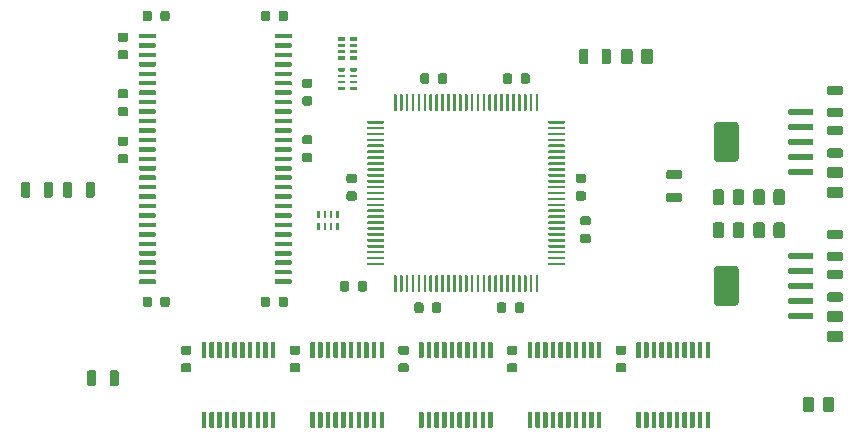
<source format=gtp>
G04 #@! TF.GenerationSoftware,KiCad,Pcbnew,(5.1.5-0-10_14)*
G04 #@! TF.CreationDate,2020-05-14T00:15:50-04:00*
G04 #@! TF.ProjectId,RAM2E,52414d32-452e-46b6-9963-61645f706362,rev?*
G04 #@! TF.SameCoordinates,Original*
G04 #@! TF.FileFunction,Paste,Top*
G04 #@! TF.FilePolarity,Positive*
%FSLAX46Y46*%
G04 Gerber Fmt 4.6, Leading zero omitted, Abs format (unit mm)*
G04 Created by KiCad (PCBNEW (5.1.5-0-10_14)) date 2020-05-14 00:15:50*
%MOMM*%
%LPD*%
G04 APERTURE LIST*
%ADD10C,0.100000*%
G04 APERTURE END LIST*
D10*
G36*
X225180806Y-94859560D02*
G01*
X225190071Y-94860934D01*
X225199158Y-94863210D01*
X225207977Y-94866366D01*
X225216445Y-94870371D01*
X225224479Y-94875186D01*
X225232003Y-94880766D01*
X225238943Y-94887057D01*
X225245234Y-94893997D01*
X225250814Y-94901521D01*
X225255629Y-94909555D01*
X225259634Y-94918023D01*
X225262790Y-94926842D01*
X225265066Y-94935929D01*
X225266440Y-94945194D01*
X225266900Y-94954550D01*
X225266900Y-95145450D01*
X225266440Y-95154806D01*
X225265066Y-95164071D01*
X225262790Y-95173158D01*
X225259634Y-95181977D01*
X225255629Y-95190445D01*
X225250814Y-95198479D01*
X225245234Y-95206003D01*
X225238943Y-95212943D01*
X225232003Y-95219234D01*
X225224479Y-95224814D01*
X225216445Y-95229629D01*
X225207977Y-95233634D01*
X225199158Y-95236790D01*
X225190071Y-95239066D01*
X225180806Y-95240440D01*
X225171450Y-95240900D01*
X223928550Y-95240900D01*
X223919194Y-95240440D01*
X223909929Y-95239066D01*
X223900842Y-95236790D01*
X223892023Y-95233634D01*
X223883555Y-95229629D01*
X223875521Y-95224814D01*
X223867997Y-95219234D01*
X223861057Y-95212943D01*
X223854766Y-95206003D01*
X223849186Y-95198479D01*
X223844371Y-95190445D01*
X223840366Y-95181977D01*
X223837210Y-95173158D01*
X223834934Y-95164071D01*
X223833560Y-95154806D01*
X223833100Y-95145450D01*
X223833100Y-94954550D01*
X223833560Y-94945194D01*
X223834934Y-94935929D01*
X223837210Y-94926842D01*
X223840366Y-94918023D01*
X223844371Y-94909555D01*
X223849186Y-94901521D01*
X223854766Y-94893997D01*
X223861057Y-94887057D01*
X223867997Y-94880766D01*
X223875521Y-94875186D01*
X223883555Y-94870371D01*
X223892023Y-94866366D01*
X223900842Y-94863210D01*
X223909929Y-94860934D01*
X223919194Y-94859560D01*
X223928550Y-94859100D01*
X225171450Y-94859100D01*
X225180806Y-94859560D01*
G37*
G36*
X225180806Y-95659560D02*
G01*
X225190071Y-95660934D01*
X225199158Y-95663210D01*
X225207977Y-95666366D01*
X225216445Y-95670371D01*
X225224479Y-95675186D01*
X225232003Y-95680766D01*
X225238943Y-95687057D01*
X225245234Y-95693997D01*
X225250814Y-95701521D01*
X225255629Y-95709555D01*
X225259634Y-95718023D01*
X225262790Y-95726842D01*
X225265066Y-95735929D01*
X225266440Y-95745194D01*
X225266900Y-95754550D01*
X225266900Y-95945450D01*
X225266440Y-95954806D01*
X225265066Y-95964071D01*
X225262790Y-95973158D01*
X225259634Y-95981977D01*
X225255629Y-95990445D01*
X225250814Y-95998479D01*
X225245234Y-96006003D01*
X225238943Y-96012943D01*
X225232003Y-96019234D01*
X225224479Y-96024814D01*
X225216445Y-96029629D01*
X225207977Y-96033634D01*
X225199158Y-96036790D01*
X225190071Y-96039066D01*
X225180806Y-96040440D01*
X225171450Y-96040900D01*
X223928550Y-96040900D01*
X223919194Y-96040440D01*
X223909929Y-96039066D01*
X223900842Y-96036790D01*
X223892023Y-96033634D01*
X223883555Y-96029629D01*
X223875521Y-96024814D01*
X223867997Y-96019234D01*
X223861057Y-96012943D01*
X223854766Y-96006003D01*
X223849186Y-95998479D01*
X223844371Y-95990445D01*
X223840366Y-95981977D01*
X223837210Y-95973158D01*
X223834934Y-95964071D01*
X223833560Y-95954806D01*
X223833100Y-95945450D01*
X223833100Y-95754550D01*
X223833560Y-95745194D01*
X223834934Y-95735929D01*
X223837210Y-95726842D01*
X223840366Y-95718023D01*
X223844371Y-95709555D01*
X223849186Y-95701521D01*
X223854766Y-95693997D01*
X223861057Y-95687057D01*
X223867997Y-95680766D01*
X223875521Y-95675186D01*
X223883555Y-95670371D01*
X223892023Y-95666366D01*
X223900842Y-95663210D01*
X223909929Y-95660934D01*
X223919194Y-95659560D01*
X223928550Y-95659100D01*
X225171450Y-95659100D01*
X225180806Y-95659560D01*
G37*
G36*
X225180806Y-96459560D02*
G01*
X225190071Y-96460934D01*
X225199158Y-96463210D01*
X225207977Y-96466366D01*
X225216445Y-96470371D01*
X225224479Y-96475186D01*
X225232003Y-96480766D01*
X225238943Y-96487057D01*
X225245234Y-96493997D01*
X225250814Y-96501521D01*
X225255629Y-96509555D01*
X225259634Y-96518023D01*
X225262790Y-96526842D01*
X225265066Y-96535929D01*
X225266440Y-96545194D01*
X225266900Y-96554550D01*
X225266900Y-96745450D01*
X225266440Y-96754806D01*
X225265066Y-96764071D01*
X225262790Y-96773158D01*
X225259634Y-96781977D01*
X225255629Y-96790445D01*
X225250814Y-96798479D01*
X225245234Y-96806003D01*
X225238943Y-96812943D01*
X225232003Y-96819234D01*
X225224479Y-96824814D01*
X225216445Y-96829629D01*
X225207977Y-96833634D01*
X225199158Y-96836790D01*
X225190071Y-96839066D01*
X225180806Y-96840440D01*
X225171450Y-96840900D01*
X223928550Y-96840900D01*
X223919194Y-96840440D01*
X223909929Y-96839066D01*
X223900842Y-96836790D01*
X223892023Y-96833634D01*
X223883555Y-96829629D01*
X223875521Y-96824814D01*
X223867997Y-96819234D01*
X223861057Y-96812943D01*
X223854766Y-96806003D01*
X223849186Y-96798479D01*
X223844371Y-96790445D01*
X223840366Y-96781977D01*
X223837210Y-96773158D01*
X223834934Y-96764071D01*
X223833560Y-96754806D01*
X223833100Y-96745450D01*
X223833100Y-96554550D01*
X223833560Y-96545194D01*
X223834934Y-96535929D01*
X223837210Y-96526842D01*
X223840366Y-96518023D01*
X223844371Y-96509555D01*
X223849186Y-96501521D01*
X223854766Y-96493997D01*
X223861057Y-96487057D01*
X223867997Y-96480766D01*
X223875521Y-96475186D01*
X223883555Y-96470371D01*
X223892023Y-96466366D01*
X223900842Y-96463210D01*
X223909929Y-96460934D01*
X223919194Y-96459560D01*
X223928550Y-96459100D01*
X225171450Y-96459100D01*
X225180806Y-96459560D01*
G37*
G36*
X225180806Y-97259560D02*
G01*
X225190071Y-97260934D01*
X225199158Y-97263210D01*
X225207977Y-97266366D01*
X225216445Y-97270371D01*
X225224479Y-97275186D01*
X225232003Y-97280766D01*
X225238943Y-97287057D01*
X225245234Y-97293997D01*
X225250814Y-97301521D01*
X225255629Y-97309555D01*
X225259634Y-97318023D01*
X225262790Y-97326842D01*
X225265066Y-97335929D01*
X225266440Y-97345194D01*
X225266900Y-97354550D01*
X225266900Y-97545450D01*
X225266440Y-97554806D01*
X225265066Y-97564071D01*
X225262790Y-97573158D01*
X225259634Y-97581977D01*
X225255629Y-97590445D01*
X225250814Y-97598479D01*
X225245234Y-97606003D01*
X225238943Y-97612943D01*
X225232003Y-97619234D01*
X225224479Y-97624814D01*
X225216445Y-97629629D01*
X225207977Y-97633634D01*
X225199158Y-97636790D01*
X225190071Y-97639066D01*
X225180806Y-97640440D01*
X225171450Y-97640900D01*
X223928550Y-97640900D01*
X223919194Y-97640440D01*
X223909929Y-97639066D01*
X223900842Y-97636790D01*
X223892023Y-97633634D01*
X223883555Y-97629629D01*
X223875521Y-97624814D01*
X223867997Y-97619234D01*
X223861057Y-97612943D01*
X223854766Y-97606003D01*
X223849186Y-97598479D01*
X223844371Y-97590445D01*
X223840366Y-97581977D01*
X223837210Y-97573158D01*
X223834934Y-97564071D01*
X223833560Y-97554806D01*
X223833100Y-97545450D01*
X223833100Y-97354550D01*
X223833560Y-97345194D01*
X223834934Y-97335929D01*
X223837210Y-97326842D01*
X223840366Y-97318023D01*
X223844371Y-97309555D01*
X223849186Y-97301521D01*
X223854766Y-97293997D01*
X223861057Y-97287057D01*
X223867997Y-97280766D01*
X223875521Y-97275186D01*
X223883555Y-97270371D01*
X223892023Y-97266366D01*
X223900842Y-97263210D01*
X223909929Y-97260934D01*
X223919194Y-97259560D01*
X223928550Y-97259100D01*
X225171450Y-97259100D01*
X225180806Y-97259560D01*
G37*
G36*
X225180806Y-98059560D02*
G01*
X225190071Y-98060934D01*
X225199158Y-98063210D01*
X225207977Y-98066366D01*
X225216445Y-98070371D01*
X225224479Y-98075186D01*
X225232003Y-98080766D01*
X225238943Y-98087057D01*
X225245234Y-98093997D01*
X225250814Y-98101521D01*
X225255629Y-98109555D01*
X225259634Y-98118023D01*
X225262790Y-98126842D01*
X225265066Y-98135929D01*
X225266440Y-98145194D01*
X225266900Y-98154550D01*
X225266900Y-98345450D01*
X225266440Y-98354806D01*
X225265066Y-98364071D01*
X225262790Y-98373158D01*
X225259634Y-98381977D01*
X225255629Y-98390445D01*
X225250814Y-98398479D01*
X225245234Y-98406003D01*
X225238943Y-98412943D01*
X225232003Y-98419234D01*
X225224479Y-98424814D01*
X225216445Y-98429629D01*
X225207977Y-98433634D01*
X225199158Y-98436790D01*
X225190071Y-98439066D01*
X225180806Y-98440440D01*
X225171450Y-98440900D01*
X223928550Y-98440900D01*
X223919194Y-98440440D01*
X223909929Y-98439066D01*
X223900842Y-98436790D01*
X223892023Y-98433634D01*
X223883555Y-98429629D01*
X223875521Y-98424814D01*
X223867997Y-98419234D01*
X223861057Y-98412943D01*
X223854766Y-98406003D01*
X223849186Y-98398479D01*
X223844371Y-98390445D01*
X223840366Y-98381977D01*
X223837210Y-98373158D01*
X223834934Y-98364071D01*
X223833560Y-98354806D01*
X223833100Y-98345450D01*
X223833100Y-98154550D01*
X223833560Y-98145194D01*
X223834934Y-98135929D01*
X223837210Y-98126842D01*
X223840366Y-98118023D01*
X223844371Y-98109555D01*
X223849186Y-98101521D01*
X223854766Y-98093997D01*
X223861057Y-98087057D01*
X223867997Y-98080766D01*
X223875521Y-98075186D01*
X223883555Y-98070371D01*
X223892023Y-98066366D01*
X223900842Y-98063210D01*
X223909929Y-98060934D01*
X223919194Y-98059560D01*
X223928550Y-98059100D01*
X225171450Y-98059100D01*
X225180806Y-98059560D01*
G37*
G36*
X225180806Y-98859560D02*
G01*
X225190071Y-98860934D01*
X225199158Y-98863210D01*
X225207977Y-98866366D01*
X225216445Y-98870371D01*
X225224479Y-98875186D01*
X225232003Y-98880766D01*
X225238943Y-98887057D01*
X225245234Y-98893997D01*
X225250814Y-98901521D01*
X225255629Y-98909555D01*
X225259634Y-98918023D01*
X225262790Y-98926842D01*
X225265066Y-98935929D01*
X225266440Y-98945194D01*
X225266900Y-98954550D01*
X225266900Y-99145450D01*
X225266440Y-99154806D01*
X225265066Y-99164071D01*
X225262790Y-99173158D01*
X225259634Y-99181977D01*
X225255629Y-99190445D01*
X225250814Y-99198479D01*
X225245234Y-99206003D01*
X225238943Y-99212943D01*
X225232003Y-99219234D01*
X225224479Y-99224814D01*
X225216445Y-99229629D01*
X225207977Y-99233634D01*
X225199158Y-99236790D01*
X225190071Y-99239066D01*
X225180806Y-99240440D01*
X225171450Y-99240900D01*
X223928550Y-99240900D01*
X223919194Y-99240440D01*
X223909929Y-99239066D01*
X223900842Y-99236790D01*
X223892023Y-99233634D01*
X223883555Y-99229629D01*
X223875521Y-99224814D01*
X223867997Y-99219234D01*
X223861057Y-99212943D01*
X223854766Y-99206003D01*
X223849186Y-99198479D01*
X223844371Y-99190445D01*
X223840366Y-99181977D01*
X223837210Y-99173158D01*
X223834934Y-99164071D01*
X223833560Y-99154806D01*
X223833100Y-99145450D01*
X223833100Y-98954550D01*
X223833560Y-98945194D01*
X223834934Y-98935929D01*
X223837210Y-98926842D01*
X223840366Y-98918023D01*
X223844371Y-98909555D01*
X223849186Y-98901521D01*
X223854766Y-98893997D01*
X223861057Y-98887057D01*
X223867997Y-98880766D01*
X223875521Y-98875186D01*
X223883555Y-98870371D01*
X223892023Y-98866366D01*
X223900842Y-98863210D01*
X223909929Y-98860934D01*
X223919194Y-98859560D01*
X223928550Y-98859100D01*
X225171450Y-98859100D01*
X225180806Y-98859560D01*
G37*
G36*
X225180806Y-99659560D02*
G01*
X225190071Y-99660934D01*
X225199158Y-99663210D01*
X225207977Y-99666366D01*
X225216445Y-99670371D01*
X225224479Y-99675186D01*
X225232003Y-99680766D01*
X225238943Y-99687057D01*
X225245234Y-99693997D01*
X225250814Y-99701521D01*
X225255629Y-99709555D01*
X225259634Y-99718023D01*
X225262790Y-99726842D01*
X225265066Y-99735929D01*
X225266440Y-99745194D01*
X225266900Y-99754550D01*
X225266900Y-99945450D01*
X225266440Y-99954806D01*
X225265066Y-99964071D01*
X225262790Y-99973158D01*
X225259634Y-99981977D01*
X225255629Y-99990445D01*
X225250814Y-99998479D01*
X225245234Y-100006003D01*
X225238943Y-100012943D01*
X225232003Y-100019234D01*
X225224479Y-100024814D01*
X225216445Y-100029629D01*
X225207977Y-100033634D01*
X225199158Y-100036790D01*
X225190071Y-100039066D01*
X225180806Y-100040440D01*
X225171450Y-100040900D01*
X223928550Y-100040900D01*
X223919194Y-100040440D01*
X223909929Y-100039066D01*
X223900842Y-100036790D01*
X223892023Y-100033634D01*
X223883555Y-100029629D01*
X223875521Y-100024814D01*
X223867997Y-100019234D01*
X223861057Y-100012943D01*
X223854766Y-100006003D01*
X223849186Y-99998479D01*
X223844371Y-99990445D01*
X223840366Y-99981977D01*
X223837210Y-99973158D01*
X223834934Y-99964071D01*
X223833560Y-99954806D01*
X223833100Y-99945450D01*
X223833100Y-99754550D01*
X223833560Y-99745194D01*
X223834934Y-99735929D01*
X223837210Y-99726842D01*
X223840366Y-99718023D01*
X223844371Y-99709555D01*
X223849186Y-99701521D01*
X223854766Y-99693997D01*
X223861057Y-99687057D01*
X223867997Y-99680766D01*
X223875521Y-99675186D01*
X223883555Y-99670371D01*
X223892023Y-99666366D01*
X223900842Y-99663210D01*
X223909929Y-99660934D01*
X223919194Y-99659560D01*
X223928550Y-99659100D01*
X225171450Y-99659100D01*
X225180806Y-99659560D01*
G37*
G36*
X225180806Y-100459560D02*
G01*
X225190071Y-100460934D01*
X225199158Y-100463210D01*
X225207977Y-100466366D01*
X225216445Y-100470371D01*
X225224479Y-100475186D01*
X225232003Y-100480766D01*
X225238943Y-100487057D01*
X225245234Y-100493997D01*
X225250814Y-100501521D01*
X225255629Y-100509555D01*
X225259634Y-100518023D01*
X225262790Y-100526842D01*
X225265066Y-100535929D01*
X225266440Y-100545194D01*
X225266900Y-100554550D01*
X225266900Y-100745450D01*
X225266440Y-100754806D01*
X225265066Y-100764071D01*
X225262790Y-100773158D01*
X225259634Y-100781977D01*
X225255629Y-100790445D01*
X225250814Y-100798479D01*
X225245234Y-100806003D01*
X225238943Y-100812943D01*
X225232003Y-100819234D01*
X225224479Y-100824814D01*
X225216445Y-100829629D01*
X225207977Y-100833634D01*
X225199158Y-100836790D01*
X225190071Y-100839066D01*
X225180806Y-100840440D01*
X225171450Y-100840900D01*
X223928550Y-100840900D01*
X223919194Y-100840440D01*
X223909929Y-100839066D01*
X223900842Y-100836790D01*
X223892023Y-100833634D01*
X223883555Y-100829629D01*
X223875521Y-100824814D01*
X223867997Y-100819234D01*
X223861057Y-100812943D01*
X223854766Y-100806003D01*
X223849186Y-100798479D01*
X223844371Y-100790445D01*
X223840366Y-100781977D01*
X223837210Y-100773158D01*
X223834934Y-100764071D01*
X223833560Y-100754806D01*
X223833100Y-100745450D01*
X223833100Y-100554550D01*
X223833560Y-100545194D01*
X223834934Y-100535929D01*
X223837210Y-100526842D01*
X223840366Y-100518023D01*
X223844371Y-100509555D01*
X223849186Y-100501521D01*
X223854766Y-100493997D01*
X223861057Y-100487057D01*
X223867997Y-100480766D01*
X223875521Y-100475186D01*
X223883555Y-100470371D01*
X223892023Y-100466366D01*
X223900842Y-100463210D01*
X223909929Y-100460934D01*
X223919194Y-100459560D01*
X223928550Y-100459100D01*
X225171450Y-100459100D01*
X225180806Y-100459560D01*
G37*
G36*
X225180806Y-101259560D02*
G01*
X225190071Y-101260934D01*
X225199158Y-101263210D01*
X225207977Y-101266366D01*
X225216445Y-101270371D01*
X225224479Y-101275186D01*
X225232003Y-101280766D01*
X225238943Y-101287057D01*
X225245234Y-101293997D01*
X225250814Y-101301521D01*
X225255629Y-101309555D01*
X225259634Y-101318023D01*
X225262790Y-101326842D01*
X225265066Y-101335929D01*
X225266440Y-101345194D01*
X225266900Y-101354550D01*
X225266900Y-101545450D01*
X225266440Y-101554806D01*
X225265066Y-101564071D01*
X225262790Y-101573158D01*
X225259634Y-101581977D01*
X225255629Y-101590445D01*
X225250814Y-101598479D01*
X225245234Y-101606003D01*
X225238943Y-101612943D01*
X225232003Y-101619234D01*
X225224479Y-101624814D01*
X225216445Y-101629629D01*
X225207977Y-101633634D01*
X225199158Y-101636790D01*
X225190071Y-101639066D01*
X225180806Y-101640440D01*
X225171450Y-101640900D01*
X223928550Y-101640900D01*
X223919194Y-101640440D01*
X223909929Y-101639066D01*
X223900842Y-101636790D01*
X223892023Y-101633634D01*
X223883555Y-101629629D01*
X223875521Y-101624814D01*
X223867997Y-101619234D01*
X223861057Y-101612943D01*
X223854766Y-101606003D01*
X223849186Y-101598479D01*
X223844371Y-101590445D01*
X223840366Y-101581977D01*
X223837210Y-101573158D01*
X223834934Y-101564071D01*
X223833560Y-101554806D01*
X223833100Y-101545450D01*
X223833100Y-101354550D01*
X223833560Y-101345194D01*
X223834934Y-101335929D01*
X223837210Y-101326842D01*
X223840366Y-101318023D01*
X223844371Y-101309555D01*
X223849186Y-101301521D01*
X223854766Y-101293997D01*
X223861057Y-101287057D01*
X223867997Y-101280766D01*
X223875521Y-101275186D01*
X223883555Y-101270371D01*
X223892023Y-101266366D01*
X223900842Y-101263210D01*
X223909929Y-101260934D01*
X223919194Y-101259560D01*
X223928550Y-101259100D01*
X225171450Y-101259100D01*
X225180806Y-101259560D01*
G37*
G36*
X225180806Y-102059560D02*
G01*
X225190071Y-102060934D01*
X225199158Y-102063210D01*
X225207977Y-102066366D01*
X225216445Y-102070371D01*
X225224479Y-102075186D01*
X225232003Y-102080766D01*
X225238943Y-102087057D01*
X225245234Y-102093997D01*
X225250814Y-102101521D01*
X225255629Y-102109555D01*
X225259634Y-102118023D01*
X225262790Y-102126842D01*
X225265066Y-102135929D01*
X225266440Y-102145194D01*
X225266900Y-102154550D01*
X225266900Y-102345450D01*
X225266440Y-102354806D01*
X225265066Y-102364071D01*
X225262790Y-102373158D01*
X225259634Y-102381977D01*
X225255629Y-102390445D01*
X225250814Y-102398479D01*
X225245234Y-102406003D01*
X225238943Y-102412943D01*
X225232003Y-102419234D01*
X225224479Y-102424814D01*
X225216445Y-102429629D01*
X225207977Y-102433634D01*
X225199158Y-102436790D01*
X225190071Y-102439066D01*
X225180806Y-102440440D01*
X225171450Y-102440900D01*
X223928550Y-102440900D01*
X223919194Y-102440440D01*
X223909929Y-102439066D01*
X223900842Y-102436790D01*
X223892023Y-102433634D01*
X223883555Y-102429629D01*
X223875521Y-102424814D01*
X223867997Y-102419234D01*
X223861057Y-102412943D01*
X223854766Y-102406003D01*
X223849186Y-102398479D01*
X223844371Y-102390445D01*
X223840366Y-102381977D01*
X223837210Y-102373158D01*
X223834934Y-102364071D01*
X223833560Y-102354806D01*
X223833100Y-102345450D01*
X223833100Y-102154550D01*
X223833560Y-102145194D01*
X223834934Y-102135929D01*
X223837210Y-102126842D01*
X223840366Y-102118023D01*
X223844371Y-102109555D01*
X223849186Y-102101521D01*
X223854766Y-102093997D01*
X223861057Y-102087057D01*
X223867997Y-102080766D01*
X223875521Y-102075186D01*
X223883555Y-102070371D01*
X223892023Y-102066366D01*
X223900842Y-102063210D01*
X223909929Y-102060934D01*
X223919194Y-102059560D01*
X223928550Y-102059100D01*
X225171450Y-102059100D01*
X225180806Y-102059560D01*
G37*
G36*
X225180806Y-102859560D02*
G01*
X225190071Y-102860934D01*
X225199158Y-102863210D01*
X225207977Y-102866366D01*
X225216445Y-102870371D01*
X225224479Y-102875186D01*
X225232003Y-102880766D01*
X225238943Y-102887057D01*
X225245234Y-102893997D01*
X225250814Y-102901521D01*
X225255629Y-102909555D01*
X225259634Y-102918023D01*
X225262790Y-102926842D01*
X225265066Y-102935929D01*
X225266440Y-102945194D01*
X225266900Y-102954550D01*
X225266900Y-103145450D01*
X225266440Y-103154806D01*
X225265066Y-103164071D01*
X225262790Y-103173158D01*
X225259634Y-103181977D01*
X225255629Y-103190445D01*
X225250814Y-103198479D01*
X225245234Y-103206003D01*
X225238943Y-103212943D01*
X225232003Y-103219234D01*
X225224479Y-103224814D01*
X225216445Y-103229629D01*
X225207977Y-103233634D01*
X225199158Y-103236790D01*
X225190071Y-103239066D01*
X225180806Y-103240440D01*
X225171450Y-103240900D01*
X223928550Y-103240900D01*
X223919194Y-103240440D01*
X223909929Y-103239066D01*
X223900842Y-103236790D01*
X223892023Y-103233634D01*
X223883555Y-103229629D01*
X223875521Y-103224814D01*
X223867997Y-103219234D01*
X223861057Y-103212943D01*
X223854766Y-103206003D01*
X223849186Y-103198479D01*
X223844371Y-103190445D01*
X223840366Y-103181977D01*
X223837210Y-103173158D01*
X223834934Y-103164071D01*
X223833560Y-103154806D01*
X223833100Y-103145450D01*
X223833100Y-102954550D01*
X223833560Y-102945194D01*
X223834934Y-102935929D01*
X223837210Y-102926842D01*
X223840366Y-102918023D01*
X223844371Y-102909555D01*
X223849186Y-102901521D01*
X223854766Y-102893997D01*
X223861057Y-102887057D01*
X223867997Y-102880766D01*
X223875521Y-102875186D01*
X223883555Y-102870371D01*
X223892023Y-102866366D01*
X223900842Y-102863210D01*
X223909929Y-102860934D01*
X223919194Y-102859560D01*
X223928550Y-102859100D01*
X225171450Y-102859100D01*
X225180806Y-102859560D01*
G37*
G36*
X225180806Y-103659560D02*
G01*
X225190071Y-103660934D01*
X225199158Y-103663210D01*
X225207977Y-103666366D01*
X225216445Y-103670371D01*
X225224479Y-103675186D01*
X225232003Y-103680766D01*
X225238943Y-103687057D01*
X225245234Y-103693997D01*
X225250814Y-103701521D01*
X225255629Y-103709555D01*
X225259634Y-103718023D01*
X225262790Y-103726842D01*
X225265066Y-103735929D01*
X225266440Y-103745194D01*
X225266900Y-103754550D01*
X225266900Y-103945450D01*
X225266440Y-103954806D01*
X225265066Y-103964071D01*
X225262790Y-103973158D01*
X225259634Y-103981977D01*
X225255629Y-103990445D01*
X225250814Y-103998479D01*
X225245234Y-104006003D01*
X225238943Y-104012943D01*
X225232003Y-104019234D01*
X225224479Y-104024814D01*
X225216445Y-104029629D01*
X225207977Y-104033634D01*
X225199158Y-104036790D01*
X225190071Y-104039066D01*
X225180806Y-104040440D01*
X225171450Y-104040900D01*
X223928550Y-104040900D01*
X223919194Y-104040440D01*
X223909929Y-104039066D01*
X223900842Y-104036790D01*
X223892023Y-104033634D01*
X223883555Y-104029629D01*
X223875521Y-104024814D01*
X223867997Y-104019234D01*
X223861057Y-104012943D01*
X223854766Y-104006003D01*
X223849186Y-103998479D01*
X223844371Y-103990445D01*
X223840366Y-103981977D01*
X223837210Y-103973158D01*
X223834934Y-103964071D01*
X223833560Y-103954806D01*
X223833100Y-103945450D01*
X223833100Y-103754550D01*
X223833560Y-103745194D01*
X223834934Y-103735929D01*
X223837210Y-103726842D01*
X223840366Y-103718023D01*
X223844371Y-103709555D01*
X223849186Y-103701521D01*
X223854766Y-103693997D01*
X223861057Y-103687057D01*
X223867997Y-103680766D01*
X223875521Y-103675186D01*
X223883555Y-103670371D01*
X223892023Y-103666366D01*
X223900842Y-103663210D01*
X223909929Y-103660934D01*
X223919194Y-103659560D01*
X223928550Y-103659100D01*
X225171450Y-103659100D01*
X225180806Y-103659560D01*
G37*
G36*
X225180806Y-104459560D02*
G01*
X225190071Y-104460934D01*
X225199158Y-104463210D01*
X225207977Y-104466366D01*
X225216445Y-104470371D01*
X225224479Y-104475186D01*
X225232003Y-104480766D01*
X225238943Y-104487057D01*
X225245234Y-104493997D01*
X225250814Y-104501521D01*
X225255629Y-104509555D01*
X225259634Y-104518023D01*
X225262790Y-104526842D01*
X225265066Y-104535929D01*
X225266440Y-104545194D01*
X225266900Y-104554550D01*
X225266900Y-104745450D01*
X225266440Y-104754806D01*
X225265066Y-104764071D01*
X225262790Y-104773158D01*
X225259634Y-104781977D01*
X225255629Y-104790445D01*
X225250814Y-104798479D01*
X225245234Y-104806003D01*
X225238943Y-104812943D01*
X225232003Y-104819234D01*
X225224479Y-104824814D01*
X225216445Y-104829629D01*
X225207977Y-104833634D01*
X225199158Y-104836790D01*
X225190071Y-104839066D01*
X225180806Y-104840440D01*
X225171450Y-104840900D01*
X223928550Y-104840900D01*
X223919194Y-104840440D01*
X223909929Y-104839066D01*
X223900842Y-104836790D01*
X223892023Y-104833634D01*
X223883555Y-104829629D01*
X223875521Y-104824814D01*
X223867997Y-104819234D01*
X223861057Y-104812943D01*
X223854766Y-104806003D01*
X223849186Y-104798479D01*
X223844371Y-104790445D01*
X223840366Y-104781977D01*
X223837210Y-104773158D01*
X223834934Y-104764071D01*
X223833560Y-104754806D01*
X223833100Y-104745450D01*
X223833100Y-104554550D01*
X223833560Y-104545194D01*
X223834934Y-104535929D01*
X223837210Y-104526842D01*
X223840366Y-104518023D01*
X223844371Y-104509555D01*
X223849186Y-104501521D01*
X223854766Y-104493997D01*
X223861057Y-104487057D01*
X223867997Y-104480766D01*
X223875521Y-104475186D01*
X223883555Y-104470371D01*
X223892023Y-104466366D01*
X223900842Y-104463210D01*
X223909929Y-104460934D01*
X223919194Y-104459560D01*
X223928550Y-104459100D01*
X225171450Y-104459100D01*
X225180806Y-104459560D01*
G37*
G36*
X225180806Y-105259560D02*
G01*
X225190071Y-105260934D01*
X225199158Y-105263210D01*
X225207977Y-105266366D01*
X225216445Y-105270371D01*
X225224479Y-105275186D01*
X225232003Y-105280766D01*
X225238943Y-105287057D01*
X225245234Y-105293997D01*
X225250814Y-105301521D01*
X225255629Y-105309555D01*
X225259634Y-105318023D01*
X225262790Y-105326842D01*
X225265066Y-105335929D01*
X225266440Y-105345194D01*
X225266900Y-105354550D01*
X225266900Y-105545450D01*
X225266440Y-105554806D01*
X225265066Y-105564071D01*
X225262790Y-105573158D01*
X225259634Y-105581977D01*
X225255629Y-105590445D01*
X225250814Y-105598479D01*
X225245234Y-105606003D01*
X225238943Y-105612943D01*
X225232003Y-105619234D01*
X225224479Y-105624814D01*
X225216445Y-105629629D01*
X225207977Y-105633634D01*
X225199158Y-105636790D01*
X225190071Y-105639066D01*
X225180806Y-105640440D01*
X225171450Y-105640900D01*
X223928550Y-105640900D01*
X223919194Y-105640440D01*
X223909929Y-105639066D01*
X223900842Y-105636790D01*
X223892023Y-105633634D01*
X223883555Y-105629629D01*
X223875521Y-105624814D01*
X223867997Y-105619234D01*
X223861057Y-105612943D01*
X223854766Y-105606003D01*
X223849186Y-105598479D01*
X223844371Y-105590445D01*
X223840366Y-105581977D01*
X223837210Y-105573158D01*
X223834934Y-105564071D01*
X223833560Y-105554806D01*
X223833100Y-105545450D01*
X223833100Y-105354550D01*
X223833560Y-105345194D01*
X223834934Y-105335929D01*
X223837210Y-105326842D01*
X223840366Y-105318023D01*
X223844371Y-105309555D01*
X223849186Y-105301521D01*
X223854766Y-105293997D01*
X223861057Y-105287057D01*
X223867997Y-105280766D01*
X223875521Y-105275186D01*
X223883555Y-105270371D01*
X223892023Y-105266366D01*
X223900842Y-105263210D01*
X223909929Y-105260934D01*
X223919194Y-105259560D01*
X223928550Y-105259100D01*
X225171450Y-105259100D01*
X225180806Y-105259560D01*
G37*
G36*
X225180806Y-106059560D02*
G01*
X225190071Y-106060934D01*
X225199158Y-106063210D01*
X225207977Y-106066366D01*
X225216445Y-106070371D01*
X225224479Y-106075186D01*
X225232003Y-106080766D01*
X225238943Y-106087057D01*
X225245234Y-106093997D01*
X225250814Y-106101521D01*
X225255629Y-106109555D01*
X225259634Y-106118023D01*
X225262790Y-106126842D01*
X225265066Y-106135929D01*
X225266440Y-106145194D01*
X225266900Y-106154550D01*
X225266900Y-106345450D01*
X225266440Y-106354806D01*
X225265066Y-106364071D01*
X225262790Y-106373158D01*
X225259634Y-106381977D01*
X225255629Y-106390445D01*
X225250814Y-106398479D01*
X225245234Y-106406003D01*
X225238943Y-106412943D01*
X225232003Y-106419234D01*
X225224479Y-106424814D01*
X225216445Y-106429629D01*
X225207977Y-106433634D01*
X225199158Y-106436790D01*
X225190071Y-106439066D01*
X225180806Y-106440440D01*
X225171450Y-106440900D01*
X223928550Y-106440900D01*
X223919194Y-106440440D01*
X223909929Y-106439066D01*
X223900842Y-106436790D01*
X223892023Y-106433634D01*
X223883555Y-106429629D01*
X223875521Y-106424814D01*
X223867997Y-106419234D01*
X223861057Y-106412943D01*
X223854766Y-106406003D01*
X223849186Y-106398479D01*
X223844371Y-106390445D01*
X223840366Y-106381977D01*
X223837210Y-106373158D01*
X223834934Y-106364071D01*
X223833560Y-106354806D01*
X223833100Y-106345450D01*
X223833100Y-106154550D01*
X223833560Y-106145194D01*
X223834934Y-106135929D01*
X223837210Y-106126842D01*
X223840366Y-106118023D01*
X223844371Y-106109555D01*
X223849186Y-106101521D01*
X223854766Y-106093997D01*
X223861057Y-106087057D01*
X223867997Y-106080766D01*
X223875521Y-106075186D01*
X223883555Y-106070371D01*
X223892023Y-106066366D01*
X223900842Y-106063210D01*
X223909929Y-106060934D01*
X223919194Y-106059560D01*
X223928550Y-106059100D01*
X225171450Y-106059100D01*
X225180806Y-106059560D01*
G37*
G36*
X225180806Y-106859560D02*
G01*
X225190071Y-106860934D01*
X225199158Y-106863210D01*
X225207977Y-106866366D01*
X225216445Y-106870371D01*
X225224479Y-106875186D01*
X225232003Y-106880766D01*
X225238943Y-106887057D01*
X225245234Y-106893997D01*
X225250814Y-106901521D01*
X225255629Y-106909555D01*
X225259634Y-106918023D01*
X225262790Y-106926842D01*
X225265066Y-106935929D01*
X225266440Y-106945194D01*
X225266900Y-106954550D01*
X225266900Y-107145450D01*
X225266440Y-107154806D01*
X225265066Y-107164071D01*
X225262790Y-107173158D01*
X225259634Y-107181977D01*
X225255629Y-107190445D01*
X225250814Y-107198479D01*
X225245234Y-107206003D01*
X225238943Y-107212943D01*
X225232003Y-107219234D01*
X225224479Y-107224814D01*
X225216445Y-107229629D01*
X225207977Y-107233634D01*
X225199158Y-107236790D01*
X225190071Y-107239066D01*
X225180806Y-107240440D01*
X225171450Y-107240900D01*
X223928550Y-107240900D01*
X223919194Y-107240440D01*
X223909929Y-107239066D01*
X223900842Y-107236790D01*
X223892023Y-107233634D01*
X223883555Y-107229629D01*
X223875521Y-107224814D01*
X223867997Y-107219234D01*
X223861057Y-107212943D01*
X223854766Y-107206003D01*
X223849186Y-107198479D01*
X223844371Y-107190445D01*
X223840366Y-107181977D01*
X223837210Y-107173158D01*
X223834934Y-107164071D01*
X223833560Y-107154806D01*
X223833100Y-107145450D01*
X223833100Y-106954550D01*
X223833560Y-106945194D01*
X223834934Y-106935929D01*
X223837210Y-106926842D01*
X223840366Y-106918023D01*
X223844371Y-106909555D01*
X223849186Y-106901521D01*
X223854766Y-106893997D01*
X223861057Y-106887057D01*
X223867997Y-106880766D01*
X223875521Y-106875186D01*
X223883555Y-106870371D01*
X223892023Y-106866366D01*
X223900842Y-106863210D01*
X223909929Y-106860934D01*
X223919194Y-106859560D01*
X223928550Y-106859100D01*
X225171450Y-106859100D01*
X225180806Y-106859560D01*
G37*
G36*
X225180806Y-107659560D02*
G01*
X225190071Y-107660934D01*
X225199158Y-107663210D01*
X225207977Y-107666366D01*
X225216445Y-107670371D01*
X225224479Y-107675186D01*
X225232003Y-107680766D01*
X225238943Y-107687057D01*
X225245234Y-107693997D01*
X225250814Y-107701521D01*
X225255629Y-107709555D01*
X225259634Y-107718023D01*
X225262790Y-107726842D01*
X225265066Y-107735929D01*
X225266440Y-107745194D01*
X225266900Y-107754550D01*
X225266900Y-107945450D01*
X225266440Y-107954806D01*
X225265066Y-107964071D01*
X225262790Y-107973158D01*
X225259634Y-107981977D01*
X225255629Y-107990445D01*
X225250814Y-107998479D01*
X225245234Y-108006003D01*
X225238943Y-108012943D01*
X225232003Y-108019234D01*
X225224479Y-108024814D01*
X225216445Y-108029629D01*
X225207977Y-108033634D01*
X225199158Y-108036790D01*
X225190071Y-108039066D01*
X225180806Y-108040440D01*
X225171450Y-108040900D01*
X223928550Y-108040900D01*
X223919194Y-108040440D01*
X223909929Y-108039066D01*
X223900842Y-108036790D01*
X223892023Y-108033634D01*
X223883555Y-108029629D01*
X223875521Y-108024814D01*
X223867997Y-108019234D01*
X223861057Y-108012943D01*
X223854766Y-108006003D01*
X223849186Y-107998479D01*
X223844371Y-107990445D01*
X223840366Y-107981977D01*
X223837210Y-107973158D01*
X223834934Y-107964071D01*
X223833560Y-107954806D01*
X223833100Y-107945450D01*
X223833100Y-107754550D01*
X223833560Y-107745194D01*
X223834934Y-107735929D01*
X223837210Y-107726842D01*
X223840366Y-107718023D01*
X223844371Y-107709555D01*
X223849186Y-107701521D01*
X223854766Y-107693997D01*
X223861057Y-107687057D01*
X223867997Y-107680766D01*
X223875521Y-107675186D01*
X223883555Y-107670371D01*
X223892023Y-107666366D01*
X223900842Y-107663210D01*
X223909929Y-107660934D01*
X223919194Y-107659560D01*
X223928550Y-107659100D01*
X225171450Y-107659100D01*
X225180806Y-107659560D01*
G37*
G36*
X225180806Y-108459560D02*
G01*
X225190071Y-108460934D01*
X225199158Y-108463210D01*
X225207977Y-108466366D01*
X225216445Y-108470371D01*
X225224479Y-108475186D01*
X225232003Y-108480766D01*
X225238943Y-108487057D01*
X225245234Y-108493997D01*
X225250814Y-108501521D01*
X225255629Y-108509555D01*
X225259634Y-108518023D01*
X225262790Y-108526842D01*
X225265066Y-108535929D01*
X225266440Y-108545194D01*
X225266900Y-108554550D01*
X225266900Y-108745450D01*
X225266440Y-108754806D01*
X225265066Y-108764071D01*
X225262790Y-108773158D01*
X225259634Y-108781977D01*
X225255629Y-108790445D01*
X225250814Y-108798479D01*
X225245234Y-108806003D01*
X225238943Y-108812943D01*
X225232003Y-108819234D01*
X225224479Y-108824814D01*
X225216445Y-108829629D01*
X225207977Y-108833634D01*
X225199158Y-108836790D01*
X225190071Y-108839066D01*
X225180806Y-108840440D01*
X225171450Y-108840900D01*
X223928550Y-108840900D01*
X223919194Y-108840440D01*
X223909929Y-108839066D01*
X223900842Y-108836790D01*
X223892023Y-108833634D01*
X223883555Y-108829629D01*
X223875521Y-108824814D01*
X223867997Y-108819234D01*
X223861057Y-108812943D01*
X223854766Y-108806003D01*
X223849186Y-108798479D01*
X223844371Y-108790445D01*
X223840366Y-108781977D01*
X223837210Y-108773158D01*
X223834934Y-108764071D01*
X223833560Y-108754806D01*
X223833100Y-108745450D01*
X223833100Y-108554550D01*
X223833560Y-108545194D01*
X223834934Y-108535929D01*
X223837210Y-108526842D01*
X223840366Y-108518023D01*
X223844371Y-108509555D01*
X223849186Y-108501521D01*
X223854766Y-108493997D01*
X223861057Y-108487057D01*
X223867997Y-108480766D01*
X223875521Y-108475186D01*
X223883555Y-108470371D01*
X223892023Y-108466366D01*
X223900842Y-108463210D01*
X223909929Y-108460934D01*
X223919194Y-108459560D01*
X223928550Y-108459100D01*
X225171450Y-108459100D01*
X225180806Y-108459560D01*
G37*
G36*
X225180806Y-109259560D02*
G01*
X225190071Y-109260934D01*
X225199158Y-109263210D01*
X225207977Y-109266366D01*
X225216445Y-109270371D01*
X225224479Y-109275186D01*
X225232003Y-109280766D01*
X225238943Y-109287057D01*
X225245234Y-109293997D01*
X225250814Y-109301521D01*
X225255629Y-109309555D01*
X225259634Y-109318023D01*
X225262790Y-109326842D01*
X225265066Y-109335929D01*
X225266440Y-109345194D01*
X225266900Y-109354550D01*
X225266900Y-109545450D01*
X225266440Y-109554806D01*
X225265066Y-109564071D01*
X225262790Y-109573158D01*
X225259634Y-109581977D01*
X225255629Y-109590445D01*
X225250814Y-109598479D01*
X225245234Y-109606003D01*
X225238943Y-109612943D01*
X225232003Y-109619234D01*
X225224479Y-109624814D01*
X225216445Y-109629629D01*
X225207977Y-109633634D01*
X225199158Y-109636790D01*
X225190071Y-109639066D01*
X225180806Y-109640440D01*
X225171450Y-109640900D01*
X223928550Y-109640900D01*
X223919194Y-109640440D01*
X223909929Y-109639066D01*
X223900842Y-109636790D01*
X223892023Y-109633634D01*
X223883555Y-109629629D01*
X223875521Y-109624814D01*
X223867997Y-109619234D01*
X223861057Y-109612943D01*
X223854766Y-109606003D01*
X223849186Y-109598479D01*
X223844371Y-109590445D01*
X223840366Y-109581977D01*
X223837210Y-109573158D01*
X223834934Y-109564071D01*
X223833560Y-109554806D01*
X223833100Y-109545450D01*
X223833100Y-109354550D01*
X223833560Y-109345194D01*
X223834934Y-109335929D01*
X223837210Y-109326842D01*
X223840366Y-109318023D01*
X223844371Y-109309555D01*
X223849186Y-109301521D01*
X223854766Y-109293997D01*
X223861057Y-109287057D01*
X223867997Y-109280766D01*
X223875521Y-109275186D01*
X223883555Y-109270371D01*
X223892023Y-109266366D01*
X223900842Y-109263210D01*
X223909929Y-109260934D01*
X223919194Y-109259560D01*
X223928550Y-109259100D01*
X225171450Y-109259100D01*
X225180806Y-109259560D01*
G37*
G36*
X225180806Y-110059560D02*
G01*
X225190071Y-110060934D01*
X225199158Y-110063210D01*
X225207977Y-110066366D01*
X225216445Y-110070371D01*
X225224479Y-110075186D01*
X225232003Y-110080766D01*
X225238943Y-110087057D01*
X225245234Y-110093997D01*
X225250814Y-110101521D01*
X225255629Y-110109555D01*
X225259634Y-110118023D01*
X225262790Y-110126842D01*
X225265066Y-110135929D01*
X225266440Y-110145194D01*
X225266900Y-110154550D01*
X225266900Y-110345450D01*
X225266440Y-110354806D01*
X225265066Y-110364071D01*
X225262790Y-110373158D01*
X225259634Y-110381977D01*
X225255629Y-110390445D01*
X225250814Y-110398479D01*
X225245234Y-110406003D01*
X225238943Y-110412943D01*
X225232003Y-110419234D01*
X225224479Y-110424814D01*
X225216445Y-110429629D01*
X225207977Y-110433634D01*
X225199158Y-110436790D01*
X225190071Y-110439066D01*
X225180806Y-110440440D01*
X225171450Y-110440900D01*
X223928550Y-110440900D01*
X223919194Y-110440440D01*
X223909929Y-110439066D01*
X223900842Y-110436790D01*
X223892023Y-110433634D01*
X223883555Y-110429629D01*
X223875521Y-110424814D01*
X223867997Y-110419234D01*
X223861057Y-110412943D01*
X223854766Y-110406003D01*
X223849186Y-110398479D01*
X223844371Y-110390445D01*
X223840366Y-110381977D01*
X223837210Y-110373158D01*
X223834934Y-110364071D01*
X223833560Y-110354806D01*
X223833100Y-110345450D01*
X223833100Y-110154550D01*
X223833560Y-110145194D01*
X223834934Y-110135929D01*
X223837210Y-110126842D01*
X223840366Y-110118023D01*
X223844371Y-110109555D01*
X223849186Y-110101521D01*
X223854766Y-110093997D01*
X223861057Y-110087057D01*
X223867997Y-110080766D01*
X223875521Y-110075186D01*
X223883555Y-110070371D01*
X223892023Y-110066366D01*
X223900842Y-110063210D01*
X223909929Y-110060934D01*
X223919194Y-110059560D01*
X223928550Y-110059100D01*
X225171450Y-110059100D01*
X225180806Y-110059560D01*
G37*
G36*
X225180806Y-110859560D02*
G01*
X225190071Y-110860934D01*
X225199158Y-110863210D01*
X225207977Y-110866366D01*
X225216445Y-110870371D01*
X225224479Y-110875186D01*
X225232003Y-110880766D01*
X225238943Y-110887057D01*
X225245234Y-110893997D01*
X225250814Y-110901521D01*
X225255629Y-110909555D01*
X225259634Y-110918023D01*
X225262790Y-110926842D01*
X225265066Y-110935929D01*
X225266440Y-110945194D01*
X225266900Y-110954550D01*
X225266900Y-111145450D01*
X225266440Y-111154806D01*
X225265066Y-111164071D01*
X225262790Y-111173158D01*
X225259634Y-111181977D01*
X225255629Y-111190445D01*
X225250814Y-111198479D01*
X225245234Y-111206003D01*
X225238943Y-111212943D01*
X225232003Y-111219234D01*
X225224479Y-111224814D01*
X225216445Y-111229629D01*
X225207977Y-111233634D01*
X225199158Y-111236790D01*
X225190071Y-111239066D01*
X225180806Y-111240440D01*
X225171450Y-111240900D01*
X223928550Y-111240900D01*
X223919194Y-111240440D01*
X223909929Y-111239066D01*
X223900842Y-111236790D01*
X223892023Y-111233634D01*
X223883555Y-111229629D01*
X223875521Y-111224814D01*
X223867997Y-111219234D01*
X223861057Y-111212943D01*
X223854766Y-111206003D01*
X223849186Y-111198479D01*
X223844371Y-111190445D01*
X223840366Y-111181977D01*
X223837210Y-111173158D01*
X223834934Y-111164071D01*
X223833560Y-111154806D01*
X223833100Y-111145450D01*
X223833100Y-110954550D01*
X223833560Y-110945194D01*
X223834934Y-110935929D01*
X223837210Y-110926842D01*
X223840366Y-110918023D01*
X223844371Y-110909555D01*
X223849186Y-110901521D01*
X223854766Y-110893997D01*
X223861057Y-110887057D01*
X223867997Y-110880766D01*
X223875521Y-110875186D01*
X223883555Y-110870371D01*
X223892023Y-110866366D01*
X223900842Y-110863210D01*
X223909929Y-110860934D01*
X223919194Y-110859560D01*
X223928550Y-110859100D01*
X225171450Y-110859100D01*
X225180806Y-110859560D01*
G37*
G36*
X225180806Y-111659560D02*
G01*
X225190071Y-111660934D01*
X225199158Y-111663210D01*
X225207977Y-111666366D01*
X225216445Y-111670371D01*
X225224479Y-111675186D01*
X225232003Y-111680766D01*
X225238943Y-111687057D01*
X225245234Y-111693997D01*
X225250814Y-111701521D01*
X225255629Y-111709555D01*
X225259634Y-111718023D01*
X225262790Y-111726842D01*
X225265066Y-111735929D01*
X225266440Y-111745194D01*
X225266900Y-111754550D01*
X225266900Y-111945450D01*
X225266440Y-111954806D01*
X225265066Y-111964071D01*
X225262790Y-111973158D01*
X225259634Y-111981977D01*
X225255629Y-111990445D01*
X225250814Y-111998479D01*
X225245234Y-112006003D01*
X225238943Y-112012943D01*
X225232003Y-112019234D01*
X225224479Y-112024814D01*
X225216445Y-112029629D01*
X225207977Y-112033634D01*
X225199158Y-112036790D01*
X225190071Y-112039066D01*
X225180806Y-112040440D01*
X225171450Y-112040900D01*
X223928550Y-112040900D01*
X223919194Y-112040440D01*
X223909929Y-112039066D01*
X223900842Y-112036790D01*
X223892023Y-112033634D01*
X223883555Y-112029629D01*
X223875521Y-112024814D01*
X223867997Y-112019234D01*
X223861057Y-112012943D01*
X223854766Y-112006003D01*
X223849186Y-111998479D01*
X223844371Y-111990445D01*
X223840366Y-111981977D01*
X223837210Y-111973158D01*
X223834934Y-111964071D01*
X223833560Y-111954806D01*
X223833100Y-111945450D01*
X223833100Y-111754550D01*
X223833560Y-111745194D01*
X223834934Y-111735929D01*
X223837210Y-111726842D01*
X223840366Y-111718023D01*
X223844371Y-111709555D01*
X223849186Y-111701521D01*
X223854766Y-111693997D01*
X223861057Y-111687057D01*
X223867997Y-111680766D01*
X223875521Y-111675186D01*
X223883555Y-111670371D01*
X223892023Y-111666366D01*
X223900842Y-111663210D01*
X223909929Y-111660934D01*
X223919194Y-111659560D01*
X223928550Y-111659100D01*
X225171450Y-111659100D01*
X225180806Y-111659560D01*
G37*
G36*
X225180806Y-112459560D02*
G01*
X225190071Y-112460934D01*
X225199158Y-112463210D01*
X225207977Y-112466366D01*
X225216445Y-112470371D01*
X225224479Y-112475186D01*
X225232003Y-112480766D01*
X225238943Y-112487057D01*
X225245234Y-112493997D01*
X225250814Y-112501521D01*
X225255629Y-112509555D01*
X225259634Y-112518023D01*
X225262790Y-112526842D01*
X225265066Y-112535929D01*
X225266440Y-112545194D01*
X225266900Y-112554550D01*
X225266900Y-112745450D01*
X225266440Y-112754806D01*
X225265066Y-112764071D01*
X225262790Y-112773158D01*
X225259634Y-112781977D01*
X225255629Y-112790445D01*
X225250814Y-112798479D01*
X225245234Y-112806003D01*
X225238943Y-112812943D01*
X225232003Y-112819234D01*
X225224479Y-112824814D01*
X225216445Y-112829629D01*
X225207977Y-112833634D01*
X225199158Y-112836790D01*
X225190071Y-112839066D01*
X225180806Y-112840440D01*
X225171450Y-112840900D01*
X223928550Y-112840900D01*
X223919194Y-112840440D01*
X223909929Y-112839066D01*
X223900842Y-112836790D01*
X223892023Y-112833634D01*
X223883555Y-112829629D01*
X223875521Y-112824814D01*
X223867997Y-112819234D01*
X223861057Y-112812943D01*
X223854766Y-112806003D01*
X223849186Y-112798479D01*
X223844371Y-112790445D01*
X223840366Y-112781977D01*
X223837210Y-112773158D01*
X223834934Y-112764071D01*
X223833560Y-112754806D01*
X223833100Y-112745450D01*
X223833100Y-112554550D01*
X223833560Y-112545194D01*
X223834934Y-112535929D01*
X223837210Y-112526842D01*
X223840366Y-112518023D01*
X223844371Y-112509555D01*
X223849186Y-112501521D01*
X223854766Y-112493997D01*
X223861057Y-112487057D01*
X223867997Y-112480766D01*
X223875521Y-112475186D01*
X223883555Y-112470371D01*
X223892023Y-112466366D01*
X223900842Y-112463210D01*
X223909929Y-112460934D01*
X223919194Y-112459560D01*
X223928550Y-112459100D01*
X225171450Y-112459100D01*
X225180806Y-112459560D01*
G37*
G36*
X225180806Y-113259560D02*
G01*
X225190071Y-113260934D01*
X225199158Y-113263210D01*
X225207977Y-113266366D01*
X225216445Y-113270371D01*
X225224479Y-113275186D01*
X225232003Y-113280766D01*
X225238943Y-113287057D01*
X225245234Y-113293997D01*
X225250814Y-113301521D01*
X225255629Y-113309555D01*
X225259634Y-113318023D01*
X225262790Y-113326842D01*
X225265066Y-113335929D01*
X225266440Y-113345194D01*
X225266900Y-113354550D01*
X225266900Y-113545450D01*
X225266440Y-113554806D01*
X225265066Y-113564071D01*
X225262790Y-113573158D01*
X225259634Y-113581977D01*
X225255629Y-113590445D01*
X225250814Y-113598479D01*
X225245234Y-113606003D01*
X225238943Y-113612943D01*
X225232003Y-113619234D01*
X225224479Y-113624814D01*
X225216445Y-113629629D01*
X225207977Y-113633634D01*
X225199158Y-113636790D01*
X225190071Y-113639066D01*
X225180806Y-113640440D01*
X225171450Y-113640900D01*
X223928550Y-113640900D01*
X223919194Y-113640440D01*
X223909929Y-113639066D01*
X223900842Y-113636790D01*
X223892023Y-113633634D01*
X223883555Y-113629629D01*
X223875521Y-113624814D01*
X223867997Y-113619234D01*
X223861057Y-113612943D01*
X223854766Y-113606003D01*
X223849186Y-113598479D01*
X223844371Y-113590445D01*
X223840366Y-113581977D01*
X223837210Y-113573158D01*
X223834934Y-113564071D01*
X223833560Y-113554806D01*
X223833100Y-113545450D01*
X223833100Y-113354550D01*
X223833560Y-113345194D01*
X223834934Y-113335929D01*
X223837210Y-113326842D01*
X223840366Y-113318023D01*
X223844371Y-113309555D01*
X223849186Y-113301521D01*
X223854766Y-113293997D01*
X223861057Y-113287057D01*
X223867997Y-113280766D01*
X223875521Y-113275186D01*
X223883555Y-113270371D01*
X223892023Y-113266366D01*
X223900842Y-113263210D01*
X223909929Y-113260934D01*
X223919194Y-113259560D01*
X223928550Y-113259100D01*
X225171450Y-113259100D01*
X225180806Y-113259560D01*
G37*
G36*
X225180806Y-114059560D02*
G01*
X225190071Y-114060934D01*
X225199158Y-114063210D01*
X225207977Y-114066366D01*
X225216445Y-114070371D01*
X225224479Y-114075186D01*
X225232003Y-114080766D01*
X225238943Y-114087057D01*
X225245234Y-114093997D01*
X225250814Y-114101521D01*
X225255629Y-114109555D01*
X225259634Y-114118023D01*
X225262790Y-114126842D01*
X225265066Y-114135929D01*
X225266440Y-114145194D01*
X225266900Y-114154550D01*
X225266900Y-114345450D01*
X225266440Y-114354806D01*
X225265066Y-114364071D01*
X225262790Y-114373158D01*
X225259634Y-114381977D01*
X225255629Y-114390445D01*
X225250814Y-114398479D01*
X225245234Y-114406003D01*
X225238943Y-114412943D01*
X225232003Y-114419234D01*
X225224479Y-114424814D01*
X225216445Y-114429629D01*
X225207977Y-114433634D01*
X225199158Y-114436790D01*
X225190071Y-114439066D01*
X225180806Y-114440440D01*
X225171450Y-114440900D01*
X223928550Y-114440900D01*
X223919194Y-114440440D01*
X223909929Y-114439066D01*
X223900842Y-114436790D01*
X223892023Y-114433634D01*
X223883555Y-114429629D01*
X223875521Y-114424814D01*
X223867997Y-114419234D01*
X223861057Y-114412943D01*
X223854766Y-114406003D01*
X223849186Y-114398479D01*
X223844371Y-114390445D01*
X223840366Y-114381977D01*
X223837210Y-114373158D01*
X223834934Y-114364071D01*
X223833560Y-114354806D01*
X223833100Y-114345450D01*
X223833100Y-114154550D01*
X223833560Y-114145194D01*
X223834934Y-114135929D01*
X223837210Y-114126842D01*
X223840366Y-114118023D01*
X223844371Y-114109555D01*
X223849186Y-114101521D01*
X223854766Y-114093997D01*
X223861057Y-114087057D01*
X223867997Y-114080766D01*
X223875521Y-114075186D01*
X223883555Y-114070371D01*
X223892023Y-114066366D01*
X223900842Y-114063210D01*
X223909929Y-114060934D01*
X223919194Y-114059560D01*
X223928550Y-114059100D01*
X225171450Y-114059100D01*
X225180806Y-114059560D01*
G37*
G36*
X225180806Y-114859560D02*
G01*
X225190071Y-114860934D01*
X225199158Y-114863210D01*
X225207977Y-114866366D01*
X225216445Y-114870371D01*
X225224479Y-114875186D01*
X225232003Y-114880766D01*
X225238943Y-114887057D01*
X225245234Y-114893997D01*
X225250814Y-114901521D01*
X225255629Y-114909555D01*
X225259634Y-114918023D01*
X225262790Y-114926842D01*
X225265066Y-114935929D01*
X225266440Y-114945194D01*
X225266900Y-114954550D01*
X225266900Y-115145450D01*
X225266440Y-115154806D01*
X225265066Y-115164071D01*
X225262790Y-115173158D01*
X225259634Y-115181977D01*
X225255629Y-115190445D01*
X225250814Y-115198479D01*
X225245234Y-115206003D01*
X225238943Y-115212943D01*
X225232003Y-115219234D01*
X225224479Y-115224814D01*
X225216445Y-115229629D01*
X225207977Y-115233634D01*
X225199158Y-115236790D01*
X225190071Y-115239066D01*
X225180806Y-115240440D01*
X225171450Y-115240900D01*
X223928550Y-115240900D01*
X223919194Y-115240440D01*
X223909929Y-115239066D01*
X223900842Y-115236790D01*
X223892023Y-115233634D01*
X223883555Y-115229629D01*
X223875521Y-115224814D01*
X223867997Y-115219234D01*
X223861057Y-115212943D01*
X223854766Y-115206003D01*
X223849186Y-115198479D01*
X223844371Y-115190445D01*
X223840366Y-115181977D01*
X223837210Y-115173158D01*
X223834934Y-115164071D01*
X223833560Y-115154806D01*
X223833100Y-115145450D01*
X223833100Y-114954550D01*
X223833560Y-114945194D01*
X223834934Y-114935929D01*
X223837210Y-114926842D01*
X223840366Y-114918023D01*
X223844371Y-114909555D01*
X223849186Y-114901521D01*
X223854766Y-114893997D01*
X223861057Y-114887057D01*
X223867997Y-114880766D01*
X223875521Y-114875186D01*
X223883555Y-114870371D01*
X223892023Y-114866366D01*
X223900842Y-114863210D01*
X223909929Y-114860934D01*
X223919194Y-114859560D01*
X223928550Y-114859100D01*
X225171450Y-114859100D01*
X225180806Y-114859560D01*
G37*
G36*
X225180806Y-115659560D02*
G01*
X225190071Y-115660934D01*
X225199158Y-115663210D01*
X225207977Y-115666366D01*
X225216445Y-115670371D01*
X225224479Y-115675186D01*
X225232003Y-115680766D01*
X225238943Y-115687057D01*
X225245234Y-115693997D01*
X225250814Y-115701521D01*
X225255629Y-115709555D01*
X225259634Y-115718023D01*
X225262790Y-115726842D01*
X225265066Y-115735929D01*
X225266440Y-115745194D01*
X225266900Y-115754550D01*
X225266900Y-115945450D01*
X225266440Y-115954806D01*
X225265066Y-115964071D01*
X225262790Y-115973158D01*
X225259634Y-115981977D01*
X225255629Y-115990445D01*
X225250814Y-115998479D01*
X225245234Y-116006003D01*
X225238943Y-116012943D01*
X225232003Y-116019234D01*
X225224479Y-116024814D01*
X225216445Y-116029629D01*
X225207977Y-116033634D01*
X225199158Y-116036790D01*
X225190071Y-116039066D01*
X225180806Y-116040440D01*
X225171450Y-116040900D01*
X223928550Y-116040900D01*
X223919194Y-116040440D01*
X223909929Y-116039066D01*
X223900842Y-116036790D01*
X223892023Y-116033634D01*
X223883555Y-116029629D01*
X223875521Y-116024814D01*
X223867997Y-116019234D01*
X223861057Y-116012943D01*
X223854766Y-116006003D01*
X223849186Y-115998479D01*
X223844371Y-115990445D01*
X223840366Y-115981977D01*
X223837210Y-115973158D01*
X223834934Y-115964071D01*
X223833560Y-115954806D01*
X223833100Y-115945450D01*
X223833100Y-115754550D01*
X223833560Y-115745194D01*
X223834934Y-115735929D01*
X223837210Y-115726842D01*
X223840366Y-115718023D01*
X223844371Y-115709555D01*
X223849186Y-115701521D01*
X223854766Y-115693997D01*
X223861057Y-115687057D01*
X223867997Y-115680766D01*
X223875521Y-115675186D01*
X223883555Y-115670371D01*
X223892023Y-115666366D01*
X223900842Y-115663210D01*
X223909929Y-115660934D01*
X223919194Y-115659560D01*
X223928550Y-115659100D01*
X225171450Y-115659100D01*
X225180806Y-115659560D01*
G37*
G36*
X213680806Y-115659560D02*
G01*
X213690071Y-115660934D01*
X213699158Y-115663210D01*
X213707977Y-115666366D01*
X213716445Y-115670371D01*
X213724479Y-115675186D01*
X213732003Y-115680766D01*
X213738943Y-115687057D01*
X213745234Y-115693997D01*
X213750814Y-115701521D01*
X213755629Y-115709555D01*
X213759634Y-115718023D01*
X213762790Y-115726842D01*
X213765066Y-115735929D01*
X213766440Y-115745194D01*
X213766900Y-115754550D01*
X213766900Y-115945450D01*
X213766440Y-115954806D01*
X213765066Y-115964071D01*
X213762790Y-115973158D01*
X213759634Y-115981977D01*
X213755629Y-115990445D01*
X213750814Y-115998479D01*
X213745234Y-116006003D01*
X213738943Y-116012943D01*
X213732003Y-116019234D01*
X213724479Y-116024814D01*
X213716445Y-116029629D01*
X213707977Y-116033634D01*
X213699158Y-116036790D01*
X213690071Y-116039066D01*
X213680806Y-116040440D01*
X213671450Y-116040900D01*
X212428550Y-116040900D01*
X212419194Y-116040440D01*
X212409929Y-116039066D01*
X212400842Y-116036790D01*
X212392023Y-116033634D01*
X212383555Y-116029629D01*
X212375521Y-116024814D01*
X212367997Y-116019234D01*
X212361057Y-116012943D01*
X212354766Y-116006003D01*
X212349186Y-115998479D01*
X212344371Y-115990445D01*
X212340366Y-115981977D01*
X212337210Y-115973158D01*
X212334934Y-115964071D01*
X212333560Y-115954806D01*
X212333100Y-115945450D01*
X212333100Y-115754550D01*
X212333560Y-115745194D01*
X212334934Y-115735929D01*
X212337210Y-115726842D01*
X212340366Y-115718023D01*
X212344371Y-115709555D01*
X212349186Y-115701521D01*
X212354766Y-115693997D01*
X212361057Y-115687057D01*
X212367997Y-115680766D01*
X212375521Y-115675186D01*
X212383555Y-115670371D01*
X212392023Y-115666366D01*
X212400842Y-115663210D01*
X212409929Y-115660934D01*
X212419194Y-115659560D01*
X212428550Y-115659100D01*
X213671450Y-115659100D01*
X213680806Y-115659560D01*
G37*
G36*
X213680806Y-114859560D02*
G01*
X213690071Y-114860934D01*
X213699158Y-114863210D01*
X213707977Y-114866366D01*
X213716445Y-114870371D01*
X213724479Y-114875186D01*
X213732003Y-114880766D01*
X213738943Y-114887057D01*
X213745234Y-114893997D01*
X213750814Y-114901521D01*
X213755629Y-114909555D01*
X213759634Y-114918023D01*
X213762790Y-114926842D01*
X213765066Y-114935929D01*
X213766440Y-114945194D01*
X213766900Y-114954550D01*
X213766900Y-115145450D01*
X213766440Y-115154806D01*
X213765066Y-115164071D01*
X213762790Y-115173158D01*
X213759634Y-115181977D01*
X213755629Y-115190445D01*
X213750814Y-115198479D01*
X213745234Y-115206003D01*
X213738943Y-115212943D01*
X213732003Y-115219234D01*
X213724479Y-115224814D01*
X213716445Y-115229629D01*
X213707977Y-115233634D01*
X213699158Y-115236790D01*
X213690071Y-115239066D01*
X213680806Y-115240440D01*
X213671450Y-115240900D01*
X212428550Y-115240900D01*
X212419194Y-115240440D01*
X212409929Y-115239066D01*
X212400842Y-115236790D01*
X212392023Y-115233634D01*
X212383555Y-115229629D01*
X212375521Y-115224814D01*
X212367997Y-115219234D01*
X212361057Y-115212943D01*
X212354766Y-115206003D01*
X212349186Y-115198479D01*
X212344371Y-115190445D01*
X212340366Y-115181977D01*
X212337210Y-115173158D01*
X212334934Y-115164071D01*
X212333560Y-115154806D01*
X212333100Y-115145450D01*
X212333100Y-114954550D01*
X212333560Y-114945194D01*
X212334934Y-114935929D01*
X212337210Y-114926842D01*
X212340366Y-114918023D01*
X212344371Y-114909555D01*
X212349186Y-114901521D01*
X212354766Y-114893997D01*
X212361057Y-114887057D01*
X212367997Y-114880766D01*
X212375521Y-114875186D01*
X212383555Y-114870371D01*
X212392023Y-114866366D01*
X212400842Y-114863210D01*
X212409929Y-114860934D01*
X212419194Y-114859560D01*
X212428550Y-114859100D01*
X213671450Y-114859100D01*
X213680806Y-114859560D01*
G37*
G36*
X213680806Y-114059560D02*
G01*
X213690071Y-114060934D01*
X213699158Y-114063210D01*
X213707977Y-114066366D01*
X213716445Y-114070371D01*
X213724479Y-114075186D01*
X213732003Y-114080766D01*
X213738943Y-114087057D01*
X213745234Y-114093997D01*
X213750814Y-114101521D01*
X213755629Y-114109555D01*
X213759634Y-114118023D01*
X213762790Y-114126842D01*
X213765066Y-114135929D01*
X213766440Y-114145194D01*
X213766900Y-114154550D01*
X213766900Y-114345450D01*
X213766440Y-114354806D01*
X213765066Y-114364071D01*
X213762790Y-114373158D01*
X213759634Y-114381977D01*
X213755629Y-114390445D01*
X213750814Y-114398479D01*
X213745234Y-114406003D01*
X213738943Y-114412943D01*
X213732003Y-114419234D01*
X213724479Y-114424814D01*
X213716445Y-114429629D01*
X213707977Y-114433634D01*
X213699158Y-114436790D01*
X213690071Y-114439066D01*
X213680806Y-114440440D01*
X213671450Y-114440900D01*
X212428550Y-114440900D01*
X212419194Y-114440440D01*
X212409929Y-114439066D01*
X212400842Y-114436790D01*
X212392023Y-114433634D01*
X212383555Y-114429629D01*
X212375521Y-114424814D01*
X212367997Y-114419234D01*
X212361057Y-114412943D01*
X212354766Y-114406003D01*
X212349186Y-114398479D01*
X212344371Y-114390445D01*
X212340366Y-114381977D01*
X212337210Y-114373158D01*
X212334934Y-114364071D01*
X212333560Y-114354806D01*
X212333100Y-114345450D01*
X212333100Y-114154550D01*
X212333560Y-114145194D01*
X212334934Y-114135929D01*
X212337210Y-114126842D01*
X212340366Y-114118023D01*
X212344371Y-114109555D01*
X212349186Y-114101521D01*
X212354766Y-114093997D01*
X212361057Y-114087057D01*
X212367997Y-114080766D01*
X212375521Y-114075186D01*
X212383555Y-114070371D01*
X212392023Y-114066366D01*
X212400842Y-114063210D01*
X212409929Y-114060934D01*
X212419194Y-114059560D01*
X212428550Y-114059100D01*
X213671450Y-114059100D01*
X213680806Y-114059560D01*
G37*
G36*
X213680806Y-113259560D02*
G01*
X213690071Y-113260934D01*
X213699158Y-113263210D01*
X213707977Y-113266366D01*
X213716445Y-113270371D01*
X213724479Y-113275186D01*
X213732003Y-113280766D01*
X213738943Y-113287057D01*
X213745234Y-113293997D01*
X213750814Y-113301521D01*
X213755629Y-113309555D01*
X213759634Y-113318023D01*
X213762790Y-113326842D01*
X213765066Y-113335929D01*
X213766440Y-113345194D01*
X213766900Y-113354550D01*
X213766900Y-113545450D01*
X213766440Y-113554806D01*
X213765066Y-113564071D01*
X213762790Y-113573158D01*
X213759634Y-113581977D01*
X213755629Y-113590445D01*
X213750814Y-113598479D01*
X213745234Y-113606003D01*
X213738943Y-113612943D01*
X213732003Y-113619234D01*
X213724479Y-113624814D01*
X213716445Y-113629629D01*
X213707977Y-113633634D01*
X213699158Y-113636790D01*
X213690071Y-113639066D01*
X213680806Y-113640440D01*
X213671450Y-113640900D01*
X212428550Y-113640900D01*
X212419194Y-113640440D01*
X212409929Y-113639066D01*
X212400842Y-113636790D01*
X212392023Y-113633634D01*
X212383555Y-113629629D01*
X212375521Y-113624814D01*
X212367997Y-113619234D01*
X212361057Y-113612943D01*
X212354766Y-113606003D01*
X212349186Y-113598479D01*
X212344371Y-113590445D01*
X212340366Y-113581977D01*
X212337210Y-113573158D01*
X212334934Y-113564071D01*
X212333560Y-113554806D01*
X212333100Y-113545450D01*
X212333100Y-113354550D01*
X212333560Y-113345194D01*
X212334934Y-113335929D01*
X212337210Y-113326842D01*
X212340366Y-113318023D01*
X212344371Y-113309555D01*
X212349186Y-113301521D01*
X212354766Y-113293997D01*
X212361057Y-113287057D01*
X212367997Y-113280766D01*
X212375521Y-113275186D01*
X212383555Y-113270371D01*
X212392023Y-113266366D01*
X212400842Y-113263210D01*
X212409929Y-113260934D01*
X212419194Y-113259560D01*
X212428550Y-113259100D01*
X213671450Y-113259100D01*
X213680806Y-113259560D01*
G37*
G36*
X213680806Y-112459560D02*
G01*
X213690071Y-112460934D01*
X213699158Y-112463210D01*
X213707977Y-112466366D01*
X213716445Y-112470371D01*
X213724479Y-112475186D01*
X213732003Y-112480766D01*
X213738943Y-112487057D01*
X213745234Y-112493997D01*
X213750814Y-112501521D01*
X213755629Y-112509555D01*
X213759634Y-112518023D01*
X213762790Y-112526842D01*
X213765066Y-112535929D01*
X213766440Y-112545194D01*
X213766900Y-112554550D01*
X213766900Y-112745450D01*
X213766440Y-112754806D01*
X213765066Y-112764071D01*
X213762790Y-112773158D01*
X213759634Y-112781977D01*
X213755629Y-112790445D01*
X213750814Y-112798479D01*
X213745234Y-112806003D01*
X213738943Y-112812943D01*
X213732003Y-112819234D01*
X213724479Y-112824814D01*
X213716445Y-112829629D01*
X213707977Y-112833634D01*
X213699158Y-112836790D01*
X213690071Y-112839066D01*
X213680806Y-112840440D01*
X213671450Y-112840900D01*
X212428550Y-112840900D01*
X212419194Y-112840440D01*
X212409929Y-112839066D01*
X212400842Y-112836790D01*
X212392023Y-112833634D01*
X212383555Y-112829629D01*
X212375521Y-112824814D01*
X212367997Y-112819234D01*
X212361057Y-112812943D01*
X212354766Y-112806003D01*
X212349186Y-112798479D01*
X212344371Y-112790445D01*
X212340366Y-112781977D01*
X212337210Y-112773158D01*
X212334934Y-112764071D01*
X212333560Y-112754806D01*
X212333100Y-112745450D01*
X212333100Y-112554550D01*
X212333560Y-112545194D01*
X212334934Y-112535929D01*
X212337210Y-112526842D01*
X212340366Y-112518023D01*
X212344371Y-112509555D01*
X212349186Y-112501521D01*
X212354766Y-112493997D01*
X212361057Y-112487057D01*
X212367997Y-112480766D01*
X212375521Y-112475186D01*
X212383555Y-112470371D01*
X212392023Y-112466366D01*
X212400842Y-112463210D01*
X212409929Y-112460934D01*
X212419194Y-112459560D01*
X212428550Y-112459100D01*
X213671450Y-112459100D01*
X213680806Y-112459560D01*
G37*
G36*
X213680806Y-111659560D02*
G01*
X213690071Y-111660934D01*
X213699158Y-111663210D01*
X213707977Y-111666366D01*
X213716445Y-111670371D01*
X213724479Y-111675186D01*
X213732003Y-111680766D01*
X213738943Y-111687057D01*
X213745234Y-111693997D01*
X213750814Y-111701521D01*
X213755629Y-111709555D01*
X213759634Y-111718023D01*
X213762790Y-111726842D01*
X213765066Y-111735929D01*
X213766440Y-111745194D01*
X213766900Y-111754550D01*
X213766900Y-111945450D01*
X213766440Y-111954806D01*
X213765066Y-111964071D01*
X213762790Y-111973158D01*
X213759634Y-111981977D01*
X213755629Y-111990445D01*
X213750814Y-111998479D01*
X213745234Y-112006003D01*
X213738943Y-112012943D01*
X213732003Y-112019234D01*
X213724479Y-112024814D01*
X213716445Y-112029629D01*
X213707977Y-112033634D01*
X213699158Y-112036790D01*
X213690071Y-112039066D01*
X213680806Y-112040440D01*
X213671450Y-112040900D01*
X212428550Y-112040900D01*
X212419194Y-112040440D01*
X212409929Y-112039066D01*
X212400842Y-112036790D01*
X212392023Y-112033634D01*
X212383555Y-112029629D01*
X212375521Y-112024814D01*
X212367997Y-112019234D01*
X212361057Y-112012943D01*
X212354766Y-112006003D01*
X212349186Y-111998479D01*
X212344371Y-111990445D01*
X212340366Y-111981977D01*
X212337210Y-111973158D01*
X212334934Y-111964071D01*
X212333560Y-111954806D01*
X212333100Y-111945450D01*
X212333100Y-111754550D01*
X212333560Y-111745194D01*
X212334934Y-111735929D01*
X212337210Y-111726842D01*
X212340366Y-111718023D01*
X212344371Y-111709555D01*
X212349186Y-111701521D01*
X212354766Y-111693997D01*
X212361057Y-111687057D01*
X212367997Y-111680766D01*
X212375521Y-111675186D01*
X212383555Y-111670371D01*
X212392023Y-111666366D01*
X212400842Y-111663210D01*
X212409929Y-111660934D01*
X212419194Y-111659560D01*
X212428550Y-111659100D01*
X213671450Y-111659100D01*
X213680806Y-111659560D01*
G37*
G36*
X213680806Y-110859560D02*
G01*
X213690071Y-110860934D01*
X213699158Y-110863210D01*
X213707977Y-110866366D01*
X213716445Y-110870371D01*
X213724479Y-110875186D01*
X213732003Y-110880766D01*
X213738943Y-110887057D01*
X213745234Y-110893997D01*
X213750814Y-110901521D01*
X213755629Y-110909555D01*
X213759634Y-110918023D01*
X213762790Y-110926842D01*
X213765066Y-110935929D01*
X213766440Y-110945194D01*
X213766900Y-110954550D01*
X213766900Y-111145450D01*
X213766440Y-111154806D01*
X213765066Y-111164071D01*
X213762790Y-111173158D01*
X213759634Y-111181977D01*
X213755629Y-111190445D01*
X213750814Y-111198479D01*
X213745234Y-111206003D01*
X213738943Y-111212943D01*
X213732003Y-111219234D01*
X213724479Y-111224814D01*
X213716445Y-111229629D01*
X213707977Y-111233634D01*
X213699158Y-111236790D01*
X213690071Y-111239066D01*
X213680806Y-111240440D01*
X213671450Y-111240900D01*
X212428550Y-111240900D01*
X212419194Y-111240440D01*
X212409929Y-111239066D01*
X212400842Y-111236790D01*
X212392023Y-111233634D01*
X212383555Y-111229629D01*
X212375521Y-111224814D01*
X212367997Y-111219234D01*
X212361057Y-111212943D01*
X212354766Y-111206003D01*
X212349186Y-111198479D01*
X212344371Y-111190445D01*
X212340366Y-111181977D01*
X212337210Y-111173158D01*
X212334934Y-111164071D01*
X212333560Y-111154806D01*
X212333100Y-111145450D01*
X212333100Y-110954550D01*
X212333560Y-110945194D01*
X212334934Y-110935929D01*
X212337210Y-110926842D01*
X212340366Y-110918023D01*
X212344371Y-110909555D01*
X212349186Y-110901521D01*
X212354766Y-110893997D01*
X212361057Y-110887057D01*
X212367997Y-110880766D01*
X212375521Y-110875186D01*
X212383555Y-110870371D01*
X212392023Y-110866366D01*
X212400842Y-110863210D01*
X212409929Y-110860934D01*
X212419194Y-110859560D01*
X212428550Y-110859100D01*
X213671450Y-110859100D01*
X213680806Y-110859560D01*
G37*
G36*
X213680806Y-110059560D02*
G01*
X213690071Y-110060934D01*
X213699158Y-110063210D01*
X213707977Y-110066366D01*
X213716445Y-110070371D01*
X213724479Y-110075186D01*
X213732003Y-110080766D01*
X213738943Y-110087057D01*
X213745234Y-110093997D01*
X213750814Y-110101521D01*
X213755629Y-110109555D01*
X213759634Y-110118023D01*
X213762790Y-110126842D01*
X213765066Y-110135929D01*
X213766440Y-110145194D01*
X213766900Y-110154550D01*
X213766900Y-110345450D01*
X213766440Y-110354806D01*
X213765066Y-110364071D01*
X213762790Y-110373158D01*
X213759634Y-110381977D01*
X213755629Y-110390445D01*
X213750814Y-110398479D01*
X213745234Y-110406003D01*
X213738943Y-110412943D01*
X213732003Y-110419234D01*
X213724479Y-110424814D01*
X213716445Y-110429629D01*
X213707977Y-110433634D01*
X213699158Y-110436790D01*
X213690071Y-110439066D01*
X213680806Y-110440440D01*
X213671450Y-110440900D01*
X212428550Y-110440900D01*
X212419194Y-110440440D01*
X212409929Y-110439066D01*
X212400842Y-110436790D01*
X212392023Y-110433634D01*
X212383555Y-110429629D01*
X212375521Y-110424814D01*
X212367997Y-110419234D01*
X212361057Y-110412943D01*
X212354766Y-110406003D01*
X212349186Y-110398479D01*
X212344371Y-110390445D01*
X212340366Y-110381977D01*
X212337210Y-110373158D01*
X212334934Y-110364071D01*
X212333560Y-110354806D01*
X212333100Y-110345450D01*
X212333100Y-110154550D01*
X212333560Y-110145194D01*
X212334934Y-110135929D01*
X212337210Y-110126842D01*
X212340366Y-110118023D01*
X212344371Y-110109555D01*
X212349186Y-110101521D01*
X212354766Y-110093997D01*
X212361057Y-110087057D01*
X212367997Y-110080766D01*
X212375521Y-110075186D01*
X212383555Y-110070371D01*
X212392023Y-110066366D01*
X212400842Y-110063210D01*
X212409929Y-110060934D01*
X212419194Y-110059560D01*
X212428550Y-110059100D01*
X213671450Y-110059100D01*
X213680806Y-110059560D01*
G37*
G36*
X213680806Y-109259560D02*
G01*
X213690071Y-109260934D01*
X213699158Y-109263210D01*
X213707977Y-109266366D01*
X213716445Y-109270371D01*
X213724479Y-109275186D01*
X213732003Y-109280766D01*
X213738943Y-109287057D01*
X213745234Y-109293997D01*
X213750814Y-109301521D01*
X213755629Y-109309555D01*
X213759634Y-109318023D01*
X213762790Y-109326842D01*
X213765066Y-109335929D01*
X213766440Y-109345194D01*
X213766900Y-109354550D01*
X213766900Y-109545450D01*
X213766440Y-109554806D01*
X213765066Y-109564071D01*
X213762790Y-109573158D01*
X213759634Y-109581977D01*
X213755629Y-109590445D01*
X213750814Y-109598479D01*
X213745234Y-109606003D01*
X213738943Y-109612943D01*
X213732003Y-109619234D01*
X213724479Y-109624814D01*
X213716445Y-109629629D01*
X213707977Y-109633634D01*
X213699158Y-109636790D01*
X213690071Y-109639066D01*
X213680806Y-109640440D01*
X213671450Y-109640900D01*
X212428550Y-109640900D01*
X212419194Y-109640440D01*
X212409929Y-109639066D01*
X212400842Y-109636790D01*
X212392023Y-109633634D01*
X212383555Y-109629629D01*
X212375521Y-109624814D01*
X212367997Y-109619234D01*
X212361057Y-109612943D01*
X212354766Y-109606003D01*
X212349186Y-109598479D01*
X212344371Y-109590445D01*
X212340366Y-109581977D01*
X212337210Y-109573158D01*
X212334934Y-109564071D01*
X212333560Y-109554806D01*
X212333100Y-109545450D01*
X212333100Y-109354550D01*
X212333560Y-109345194D01*
X212334934Y-109335929D01*
X212337210Y-109326842D01*
X212340366Y-109318023D01*
X212344371Y-109309555D01*
X212349186Y-109301521D01*
X212354766Y-109293997D01*
X212361057Y-109287057D01*
X212367997Y-109280766D01*
X212375521Y-109275186D01*
X212383555Y-109270371D01*
X212392023Y-109266366D01*
X212400842Y-109263210D01*
X212409929Y-109260934D01*
X212419194Y-109259560D01*
X212428550Y-109259100D01*
X213671450Y-109259100D01*
X213680806Y-109259560D01*
G37*
G36*
X213680806Y-108459560D02*
G01*
X213690071Y-108460934D01*
X213699158Y-108463210D01*
X213707977Y-108466366D01*
X213716445Y-108470371D01*
X213724479Y-108475186D01*
X213732003Y-108480766D01*
X213738943Y-108487057D01*
X213745234Y-108493997D01*
X213750814Y-108501521D01*
X213755629Y-108509555D01*
X213759634Y-108518023D01*
X213762790Y-108526842D01*
X213765066Y-108535929D01*
X213766440Y-108545194D01*
X213766900Y-108554550D01*
X213766900Y-108745450D01*
X213766440Y-108754806D01*
X213765066Y-108764071D01*
X213762790Y-108773158D01*
X213759634Y-108781977D01*
X213755629Y-108790445D01*
X213750814Y-108798479D01*
X213745234Y-108806003D01*
X213738943Y-108812943D01*
X213732003Y-108819234D01*
X213724479Y-108824814D01*
X213716445Y-108829629D01*
X213707977Y-108833634D01*
X213699158Y-108836790D01*
X213690071Y-108839066D01*
X213680806Y-108840440D01*
X213671450Y-108840900D01*
X212428550Y-108840900D01*
X212419194Y-108840440D01*
X212409929Y-108839066D01*
X212400842Y-108836790D01*
X212392023Y-108833634D01*
X212383555Y-108829629D01*
X212375521Y-108824814D01*
X212367997Y-108819234D01*
X212361057Y-108812943D01*
X212354766Y-108806003D01*
X212349186Y-108798479D01*
X212344371Y-108790445D01*
X212340366Y-108781977D01*
X212337210Y-108773158D01*
X212334934Y-108764071D01*
X212333560Y-108754806D01*
X212333100Y-108745450D01*
X212333100Y-108554550D01*
X212333560Y-108545194D01*
X212334934Y-108535929D01*
X212337210Y-108526842D01*
X212340366Y-108518023D01*
X212344371Y-108509555D01*
X212349186Y-108501521D01*
X212354766Y-108493997D01*
X212361057Y-108487057D01*
X212367997Y-108480766D01*
X212375521Y-108475186D01*
X212383555Y-108470371D01*
X212392023Y-108466366D01*
X212400842Y-108463210D01*
X212409929Y-108460934D01*
X212419194Y-108459560D01*
X212428550Y-108459100D01*
X213671450Y-108459100D01*
X213680806Y-108459560D01*
G37*
G36*
X213680806Y-107659560D02*
G01*
X213690071Y-107660934D01*
X213699158Y-107663210D01*
X213707977Y-107666366D01*
X213716445Y-107670371D01*
X213724479Y-107675186D01*
X213732003Y-107680766D01*
X213738943Y-107687057D01*
X213745234Y-107693997D01*
X213750814Y-107701521D01*
X213755629Y-107709555D01*
X213759634Y-107718023D01*
X213762790Y-107726842D01*
X213765066Y-107735929D01*
X213766440Y-107745194D01*
X213766900Y-107754550D01*
X213766900Y-107945450D01*
X213766440Y-107954806D01*
X213765066Y-107964071D01*
X213762790Y-107973158D01*
X213759634Y-107981977D01*
X213755629Y-107990445D01*
X213750814Y-107998479D01*
X213745234Y-108006003D01*
X213738943Y-108012943D01*
X213732003Y-108019234D01*
X213724479Y-108024814D01*
X213716445Y-108029629D01*
X213707977Y-108033634D01*
X213699158Y-108036790D01*
X213690071Y-108039066D01*
X213680806Y-108040440D01*
X213671450Y-108040900D01*
X212428550Y-108040900D01*
X212419194Y-108040440D01*
X212409929Y-108039066D01*
X212400842Y-108036790D01*
X212392023Y-108033634D01*
X212383555Y-108029629D01*
X212375521Y-108024814D01*
X212367997Y-108019234D01*
X212361057Y-108012943D01*
X212354766Y-108006003D01*
X212349186Y-107998479D01*
X212344371Y-107990445D01*
X212340366Y-107981977D01*
X212337210Y-107973158D01*
X212334934Y-107964071D01*
X212333560Y-107954806D01*
X212333100Y-107945450D01*
X212333100Y-107754550D01*
X212333560Y-107745194D01*
X212334934Y-107735929D01*
X212337210Y-107726842D01*
X212340366Y-107718023D01*
X212344371Y-107709555D01*
X212349186Y-107701521D01*
X212354766Y-107693997D01*
X212361057Y-107687057D01*
X212367997Y-107680766D01*
X212375521Y-107675186D01*
X212383555Y-107670371D01*
X212392023Y-107666366D01*
X212400842Y-107663210D01*
X212409929Y-107660934D01*
X212419194Y-107659560D01*
X212428550Y-107659100D01*
X213671450Y-107659100D01*
X213680806Y-107659560D01*
G37*
G36*
X213680806Y-106859560D02*
G01*
X213690071Y-106860934D01*
X213699158Y-106863210D01*
X213707977Y-106866366D01*
X213716445Y-106870371D01*
X213724479Y-106875186D01*
X213732003Y-106880766D01*
X213738943Y-106887057D01*
X213745234Y-106893997D01*
X213750814Y-106901521D01*
X213755629Y-106909555D01*
X213759634Y-106918023D01*
X213762790Y-106926842D01*
X213765066Y-106935929D01*
X213766440Y-106945194D01*
X213766900Y-106954550D01*
X213766900Y-107145450D01*
X213766440Y-107154806D01*
X213765066Y-107164071D01*
X213762790Y-107173158D01*
X213759634Y-107181977D01*
X213755629Y-107190445D01*
X213750814Y-107198479D01*
X213745234Y-107206003D01*
X213738943Y-107212943D01*
X213732003Y-107219234D01*
X213724479Y-107224814D01*
X213716445Y-107229629D01*
X213707977Y-107233634D01*
X213699158Y-107236790D01*
X213690071Y-107239066D01*
X213680806Y-107240440D01*
X213671450Y-107240900D01*
X212428550Y-107240900D01*
X212419194Y-107240440D01*
X212409929Y-107239066D01*
X212400842Y-107236790D01*
X212392023Y-107233634D01*
X212383555Y-107229629D01*
X212375521Y-107224814D01*
X212367997Y-107219234D01*
X212361057Y-107212943D01*
X212354766Y-107206003D01*
X212349186Y-107198479D01*
X212344371Y-107190445D01*
X212340366Y-107181977D01*
X212337210Y-107173158D01*
X212334934Y-107164071D01*
X212333560Y-107154806D01*
X212333100Y-107145450D01*
X212333100Y-106954550D01*
X212333560Y-106945194D01*
X212334934Y-106935929D01*
X212337210Y-106926842D01*
X212340366Y-106918023D01*
X212344371Y-106909555D01*
X212349186Y-106901521D01*
X212354766Y-106893997D01*
X212361057Y-106887057D01*
X212367997Y-106880766D01*
X212375521Y-106875186D01*
X212383555Y-106870371D01*
X212392023Y-106866366D01*
X212400842Y-106863210D01*
X212409929Y-106860934D01*
X212419194Y-106859560D01*
X212428550Y-106859100D01*
X213671450Y-106859100D01*
X213680806Y-106859560D01*
G37*
G36*
X213680806Y-106059560D02*
G01*
X213690071Y-106060934D01*
X213699158Y-106063210D01*
X213707977Y-106066366D01*
X213716445Y-106070371D01*
X213724479Y-106075186D01*
X213732003Y-106080766D01*
X213738943Y-106087057D01*
X213745234Y-106093997D01*
X213750814Y-106101521D01*
X213755629Y-106109555D01*
X213759634Y-106118023D01*
X213762790Y-106126842D01*
X213765066Y-106135929D01*
X213766440Y-106145194D01*
X213766900Y-106154550D01*
X213766900Y-106345450D01*
X213766440Y-106354806D01*
X213765066Y-106364071D01*
X213762790Y-106373158D01*
X213759634Y-106381977D01*
X213755629Y-106390445D01*
X213750814Y-106398479D01*
X213745234Y-106406003D01*
X213738943Y-106412943D01*
X213732003Y-106419234D01*
X213724479Y-106424814D01*
X213716445Y-106429629D01*
X213707977Y-106433634D01*
X213699158Y-106436790D01*
X213690071Y-106439066D01*
X213680806Y-106440440D01*
X213671450Y-106440900D01*
X212428550Y-106440900D01*
X212419194Y-106440440D01*
X212409929Y-106439066D01*
X212400842Y-106436790D01*
X212392023Y-106433634D01*
X212383555Y-106429629D01*
X212375521Y-106424814D01*
X212367997Y-106419234D01*
X212361057Y-106412943D01*
X212354766Y-106406003D01*
X212349186Y-106398479D01*
X212344371Y-106390445D01*
X212340366Y-106381977D01*
X212337210Y-106373158D01*
X212334934Y-106364071D01*
X212333560Y-106354806D01*
X212333100Y-106345450D01*
X212333100Y-106154550D01*
X212333560Y-106145194D01*
X212334934Y-106135929D01*
X212337210Y-106126842D01*
X212340366Y-106118023D01*
X212344371Y-106109555D01*
X212349186Y-106101521D01*
X212354766Y-106093997D01*
X212361057Y-106087057D01*
X212367997Y-106080766D01*
X212375521Y-106075186D01*
X212383555Y-106070371D01*
X212392023Y-106066366D01*
X212400842Y-106063210D01*
X212409929Y-106060934D01*
X212419194Y-106059560D01*
X212428550Y-106059100D01*
X213671450Y-106059100D01*
X213680806Y-106059560D01*
G37*
G36*
X213680806Y-105259560D02*
G01*
X213690071Y-105260934D01*
X213699158Y-105263210D01*
X213707977Y-105266366D01*
X213716445Y-105270371D01*
X213724479Y-105275186D01*
X213732003Y-105280766D01*
X213738943Y-105287057D01*
X213745234Y-105293997D01*
X213750814Y-105301521D01*
X213755629Y-105309555D01*
X213759634Y-105318023D01*
X213762790Y-105326842D01*
X213765066Y-105335929D01*
X213766440Y-105345194D01*
X213766900Y-105354550D01*
X213766900Y-105545450D01*
X213766440Y-105554806D01*
X213765066Y-105564071D01*
X213762790Y-105573158D01*
X213759634Y-105581977D01*
X213755629Y-105590445D01*
X213750814Y-105598479D01*
X213745234Y-105606003D01*
X213738943Y-105612943D01*
X213732003Y-105619234D01*
X213724479Y-105624814D01*
X213716445Y-105629629D01*
X213707977Y-105633634D01*
X213699158Y-105636790D01*
X213690071Y-105639066D01*
X213680806Y-105640440D01*
X213671450Y-105640900D01*
X212428550Y-105640900D01*
X212419194Y-105640440D01*
X212409929Y-105639066D01*
X212400842Y-105636790D01*
X212392023Y-105633634D01*
X212383555Y-105629629D01*
X212375521Y-105624814D01*
X212367997Y-105619234D01*
X212361057Y-105612943D01*
X212354766Y-105606003D01*
X212349186Y-105598479D01*
X212344371Y-105590445D01*
X212340366Y-105581977D01*
X212337210Y-105573158D01*
X212334934Y-105564071D01*
X212333560Y-105554806D01*
X212333100Y-105545450D01*
X212333100Y-105354550D01*
X212333560Y-105345194D01*
X212334934Y-105335929D01*
X212337210Y-105326842D01*
X212340366Y-105318023D01*
X212344371Y-105309555D01*
X212349186Y-105301521D01*
X212354766Y-105293997D01*
X212361057Y-105287057D01*
X212367997Y-105280766D01*
X212375521Y-105275186D01*
X212383555Y-105270371D01*
X212392023Y-105266366D01*
X212400842Y-105263210D01*
X212409929Y-105260934D01*
X212419194Y-105259560D01*
X212428550Y-105259100D01*
X213671450Y-105259100D01*
X213680806Y-105259560D01*
G37*
G36*
X213680806Y-104459560D02*
G01*
X213690071Y-104460934D01*
X213699158Y-104463210D01*
X213707977Y-104466366D01*
X213716445Y-104470371D01*
X213724479Y-104475186D01*
X213732003Y-104480766D01*
X213738943Y-104487057D01*
X213745234Y-104493997D01*
X213750814Y-104501521D01*
X213755629Y-104509555D01*
X213759634Y-104518023D01*
X213762790Y-104526842D01*
X213765066Y-104535929D01*
X213766440Y-104545194D01*
X213766900Y-104554550D01*
X213766900Y-104745450D01*
X213766440Y-104754806D01*
X213765066Y-104764071D01*
X213762790Y-104773158D01*
X213759634Y-104781977D01*
X213755629Y-104790445D01*
X213750814Y-104798479D01*
X213745234Y-104806003D01*
X213738943Y-104812943D01*
X213732003Y-104819234D01*
X213724479Y-104824814D01*
X213716445Y-104829629D01*
X213707977Y-104833634D01*
X213699158Y-104836790D01*
X213690071Y-104839066D01*
X213680806Y-104840440D01*
X213671450Y-104840900D01*
X212428550Y-104840900D01*
X212419194Y-104840440D01*
X212409929Y-104839066D01*
X212400842Y-104836790D01*
X212392023Y-104833634D01*
X212383555Y-104829629D01*
X212375521Y-104824814D01*
X212367997Y-104819234D01*
X212361057Y-104812943D01*
X212354766Y-104806003D01*
X212349186Y-104798479D01*
X212344371Y-104790445D01*
X212340366Y-104781977D01*
X212337210Y-104773158D01*
X212334934Y-104764071D01*
X212333560Y-104754806D01*
X212333100Y-104745450D01*
X212333100Y-104554550D01*
X212333560Y-104545194D01*
X212334934Y-104535929D01*
X212337210Y-104526842D01*
X212340366Y-104518023D01*
X212344371Y-104509555D01*
X212349186Y-104501521D01*
X212354766Y-104493997D01*
X212361057Y-104487057D01*
X212367997Y-104480766D01*
X212375521Y-104475186D01*
X212383555Y-104470371D01*
X212392023Y-104466366D01*
X212400842Y-104463210D01*
X212409929Y-104460934D01*
X212419194Y-104459560D01*
X212428550Y-104459100D01*
X213671450Y-104459100D01*
X213680806Y-104459560D01*
G37*
G36*
X213680806Y-103659560D02*
G01*
X213690071Y-103660934D01*
X213699158Y-103663210D01*
X213707977Y-103666366D01*
X213716445Y-103670371D01*
X213724479Y-103675186D01*
X213732003Y-103680766D01*
X213738943Y-103687057D01*
X213745234Y-103693997D01*
X213750814Y-103701521D01*
X213755629Y-103709555D01*
X213759634Y-103718023D01*
X213762790Y-103726842D01*
X213765066Y-103735929D01*
X213766440Y-103745194D01*
X213766900Y-103754550D01*
X213766900Y-103945450D01*
X213766440Y-103954806D01*
X213765066Y-103964071D01*
X213762790Y-103973158D01*
X213759634Y-103981977D01*
X213755629Y-103990445D01*
X213750814Y-103998479D01*
X213745234Y-104006003D01*
X213738943Y-104012943D01*
X213732003Y-104019234D01*
X213724479Y-104024814D01*
X213716445Y-104029629D01*
X213707977Y-104033634D01*
X213699158Y-104036790D01*
X213690071Y-104039066D01*
X213680806Y-104040440D01*
X213671450Y-104040900D01*
X212428550Y-104040900D01*
X212419194Y-104040440D01*
X212409929Y-104039066D01*
X212400842Y-104036790D01*
X212392023Y-104033634D01*
X212383555Y-104029629D01*
X212375521Y-104024814D01*
X212367997Y-104019234D01*
X212361057Y-104012943D01*
X212354766Y-104006003D01*
X212349186Y-103998479D01*
X212344371Y-103990445D01*
X212340366Y-103981977D01*
X212337210Y-103973158D01*
X212334934Y-103964071D01*
X212333560Y-103954806D01*
X212333100Y-103945450D01*
X212333100Y-103754550D01*
X212333560Y-103745194D01*
X212334934Y-103735929D01*
X212337210Y-103726842D01*
X212340366Y-103718023D01*
X212344371Y-103709555D01*
X212349186Y-103701521D01*
X212354766Y-103693997D01*
X212361057Y-103687057D01*
X212367997Y-103680766D01*
X212375521Y-103675186D01*
X212383555Y-103670371D01*
X212392023Y-103666366D01*
X212400842Y-103663210D01*
X212409929Y-103660934D01*
X212419194Y-103659560D01*
X212428550Y-103659100D01*
X213671450Y-103659100D01*
X213680806Y-103659560D01*
G37*
G36*
X213680806Y-102859560D02*
G01*
X213690071Y-102860934D01*
X213699158Y-102863210D01*
X213707977Y-102866366D01*
X213716445Y-102870371D01*
X213724479Y-102875186D01*
X213732003Y-102880766D01*
X213738943Y-102887057D01*
X213745234Y-102893997D01*
X213750814Y-102901521D01*
X213755629Y-102909555D01*
X213759634Y-102918023D01*
X213762790Y-102926842D01*
X213765066Y-102935929D01*
X213766440Y-102945194D01*
X213766900Y-102954550D01*
X213766900Y-103145450D01*
X213766440Y-103154806D01*
X213765066Y-103164071D01*
X213762790Y-103173158D01*
X213759634Y-103181977D01*
X213755629Y-103190445D01*
X213750814Y-103198479D01*
X213745234Y-103206003D01*
X213738943Y-103212943D01*
X213732003Y-103219234D01*
X213724479Y-103224814D01*
X213716445Y-103229629D01*
X213707977Y-103233634D01*
X213699158Y-103236790D01*
X213690071Y-103239066D01*
X213680806Y-103240440D01*
X213671450Y-103240900D01*
X212428550Y-103240900D01*
X212419194Y-103240440D01*
X212409929Y-103239066D01*
X212400842Y-103236790D01*
X212392023Y-103233634D01*
X212383555Y-103229629D01*
X212375521Y-103224814D01*
X212367997Y-103219234D01*
X212361057Y-103212943D01*
X212354766Y-103206003D01*
X212349186Y-103198479D01*
X212344371Y-103190445D01*
X212340366Y-103181977D01*
X212337210Y-103173158D01*
X212334934Y-103164071D01*
X212333560Y-103154806D01*
X212333100Y-103145450D01*
X212333100Y-102954550D01*
X212333560Y-102945194D01*
X212334934Y-102935929D01*
X212337210Y-102926842D01*
X212340366Y-102918023D01*
X212344371Y-102909555D01*
X212349186Y-102901521D01*
X212354766Y-102893997D01*
X212361057Y-102887057D01*
X212367997Y-102880766D01*
X212375521Y-102875186D01*
X212383555Y-102870371D01*
X212392023Y-102866366D01*
X212400842Y-102863210D01*
X212409929Y-102860934D01*
X212419194Y-102859560D01*
X212428550Y-102859100D01*
X213671450Y-102859100D01*
X213680806Y-102859560D01*
G37*
G36*
X213680806Y-102059560D02*
G01*
X213690071Y-102060934D01*
X213699158Y-102063210D01*
X213707977Y-102066366D01*
X213716445Y-102070371D01*
X213724479Y-102075186D01*
X213732003Y-102080766D01*
X213738943Y-102087057D01*
X213745234Y-102093997D01*
X213750814Y-102101521D01*
X213755629Y-102109555D01*
X213759634Y-102118023D01*
X213762790Y-102126842D01*
X213765066Y-102135929D01*
X213766440Y-102145194D01*
X213766900Y-102154550D01*
X213766900Y-102345450D01*
X213766440Y-102354806D01*
X213765066Y-102364071D01*
X213762790Y-102373158D01*
X213759634Y-102381977D01*
X213755629Y-102390445D01*
X213750814Y-102398479D01*
X213745234Y-102406003D01*
X213738943Y-102412943D01*
X213732003Y-102419234D01*
X213724479Y-102424814D01*
X213716445Y-102429629D01*
X213707977Y-102433634D01*
X213699158Y-102436790D01*
X213690071Y-102439066D01*
X213680806Y-102440440D01*
X213671450Y-102440900D01*
X212428550Y-102440900D01*
X212419194Y-102440440D01*
X212409929Y-102439066D01*
X212400842Y-102436790D01*
X212392023Y-102433634D01*
X212383555Y-102429629D01*
X212375521Y-102424814D01*
X212367997Y-102419234D01*
X212361057Y-102412943D01*
X212354766Y-102406003D01*
X212349186Y-102398479D01*
X212344371Y-102390445D01*
X212340366Y-102381977D01*
X212337210Y-102373158D01*
X212334934Y-102364071D01*
X212333560Y-102354806D01*
X212333100Y-102345450D01*
X212333100Y-102154550D01*
X212333560Y-102145194D01*
X212334934Y-102135929D01*
X212337210Y-102126842D01*
X212340366Y-102118023D01*
X212344371Y-102109555D01*
X212349186Y-102101521D01*
X212354766Y-102093997D01*
X212361057Y-102087057D01*
X212367997Y-102080766D01*
X212375521Y-102075186D01*
X212383555Y-102070371D01*
X212392023Y-102066366D01*
X212400842Y-102063210D01*
X212409929Y-102060934D01*
X212419194Y-102059560D01*
X212428550Y-102059100D01*
X213671450Y-102059100D01*
X213680806Y-102059560D01*
G37*
G36*
X213680806Y-101259560D02*
G01*
X213690071Y-101260934D01*
X213699158Y-101263210D01*
X213707977Y-101266366D01*
X213716445Y-101270371D01*
X213724479Y-101275186D01*
X213732003Y-101280766D01*
X213738943Y-101287057D01*
X213745234Y-101293997D01*
X213750814Y-101301521D01*
X213755629Y-101309555D01*
X213759634Y-101318023D01*
X213762790Y-101326842D01*
X213765066Y-101335929D01*
X213766440Y-101345194D01*
X213766900Y-101354550D01*
X213766900Y-101545450D01*
X213766440Y-101554806D01*
X213765066Y-101564071D01*
X213762790Y-101573158D01*
X213759634Y-101581977D01*
X213755629Y-101590445D01*
X213750814Y-101598479D01*
X213745234Y-101606003D01*
X213738943Y-101612943D01*
X213732003Y-101619234D01*
X213724479Y-101624814D01*
X213716445Y-101629629D01*
X213707977Y-101633634D01*
X213699158Y-101636790D01*
X213690071Y-101639066D01*
X213680806Y-101640440D01*
X213671450Y-101640900D01*
X212428550Y-101640900D01*
X212419194Y-101640440D01*
X212409929Y-101639066D01*
X212400842Y-101636790D01*
X212392023Y-101633634D01*
X212383555Y-101629629D01*
X212375521Y-101624814D01*
X212367997Y-101619234D01*
X212361057Y-101612943D01*
X212354766Y-101606003D01*
X212349186Y-101598479D01*
X212344371Y-101590445D01*
X212340366Y-101581977D01*
X212337210Y-101573158D01*
X212334934Y-101564071D01*
X212333560Y-101554806D01*
X212333100Y-101545450D01*
X212333100Y-101354550D01*
X212333560Y-101345194D01*
X212334934Y-101335929D01*
X212337210Y-101326842D01*
X212340366Y-101318023D01*
X212344371Y-101309555D01*
X212349186Y-101301521D01*
X212354766Y-101293997D01*
X212361057Y-101287057D01*
X212367997Y-101280766D01*
X212375521Y-101275186D01*
X212383555Y-101270371D01*
X212392023Y-101266366D01*
X212400842Y-101263210D01*
X212409929Y-101260934D01*
X212419194Y-101259560D01*
X212428550Y-101259100D01*
X213671450Y-101259100D01*
X213680806Y-101259560D01*
G37*
G36*
X213680806Y-100459560D02*
G01*
X213690071Y-100460934D01*
X213699158Y-100463210D01*
X213707977Y-100466366D01*
X213716445Y-100470371D01*
X213724479Y-100475186D01*
X213732003Y-100480766D01*
X213738943Y-100487057D01*
X213745234Y-100493997D01*
X213750814Y-100501521D01*
X213755629Y-100509555D01*
X213759634Y-100518023D01*
X213762790Y-100526842D01*
X213765066Y-100535929D01*
X213766440Y-100545194D01*
X213766900Y-100554550D01*
X213766900Y-100745450D01*
X213766440Y-100754806D01*
X213765066Y-100764071D01*
X213762790Y-100773158D01*
X213759634Y-100781977D01*
X213755629Y-100790445D01*
X213750814Y-100798479D01*
X213745234Y-100806003D01*
X213738943Y-100812943D01*
X213732003Y-100819234D01*
X213724479Y-100824814D01*
X213716445Y-100829629D01*
X213707977Y-100833634D01*
X213699158Y-100836790D01*
X213690071Y-100839066D01*
X213680806Y-100840440D01*
X213671450Y-100840900D01*
X212428550Y-100840900D01*
X212419194Y-100840440D01*
X212409929Y-100839066D01*
X212400842Y-100836790D01*
X212392023Y-100833634D01*
X212383555Y-100829629D01*
X212375521Y-100824814D01*
X212367997Y-100819234D01*
X212361057Y-100812943D01*
X212354766Y-100806003D01*
X212349186Y-100798479D01*
X212344371Y-100790445D01*
X212340366Y-100781977D01*
X212337210Y-100773158D01*
X212334934Y-100764071D01*
X212333560Y-100754806D01*
X212333100Y-100745450D01*
X212333100Y-100554550D01*
X212333560Y-100545194D01*
X212334934Y-100535929D01*
X212337210Y-100526842D01*
X212340366Y-100518023D01*
X212344371Y-100509555D01*
X212349186Y-100501521D01*
X212354766Y-100493997D01*
X212361057Y-100487057D01*
X212367997Y-100480766D01*
X212375521Y-100475186D01*
X212383555Y-100470371D01*
X212392023Y-100466366D01*
X212400842Y-100463210D01*
X212409929Y-100460934D01*
X212419194Y-100459560D01*
X212428550Y-100459100D01*
X213671450Y-100459100D01*
X213680806Y-100459560D01*
G37*
G36*
X213680806Y-99659560D02*
G01*
X213690071Y-99660934D01*
X213699158Y-99663210D01*
X213707977Y-99666366D01*
X213716445Y-99670371D01*
X213724479Y-99675186D01*
X213732003Y-99680766D01*
X213738943Y-99687057D01*
X213745234Y-99693997D01*
X213750814Y-99701521D01*
X213755629Y-99709555D01*
X213759634Y-99718023D01*
X213762790Y-99726842D01*
X213765066Y-99735929D01*
X213766440Y-99745194D01*
X213766900Y-99754550D01*
X213766900Y-99945450D01*
X213766440Y-99954806D01*
X213765066Y-99964071D01*
X213762790Y-99973158D01*
X213759634Y-99981977D01*
X213755629Y-99990445D01*
X213750814Y-99998479D01*
X213745234Y-100006003D01*
X213738943Y-100012943D01*
X213732003Y-100019234D01*
X213724479Y-100024814D01*
X213716445Y-100029629D01*
X213707977Y-100033634D01*
X213699158Y-100036790D01*
X213690071Y-100039066D01*
X213680806Y-100040440D01*
X213671450Y-100040900D01*
X212428550Y-100040900D01*
X212419194Y-100040440D01*
X212409929Y-100039066D01*
X212400842Y-100036790D01*
X212392023Y-100033634D01*
X212383555Y-100029629D01*
X212375521Y-100024814D01*
X212367997Y-100019234D01*
X212361057Y-100012943D01*
X212354766Y-100006003D01*
X212349186Y-99998479D01*
X212344371Y-99990445D01*
X212340366Y-99981977D01*
X212337210Y-99973158D01*
X212334934Y-99964071D01*
X212333560Y-99954806D01*
X212333100Y-99945450D01*
X212333100Y-99754550D01*
X212333560Y-99745194D01*
X212334934Y-99735929D01*
X212337210Y-99726842D01*
X212340366Y-99718023D01*
X212344371Y-99709555D01*
X212349186Y-99701521D01*
X212354766Y-99693997D01*
X212361057Y-99687057D01*
X212367997Y-99680766D01*
X212375521Y-99675186D01*
X212383555Y-99670371D01*
X212392023Y-99666366D01*
X212400842Y-99663210D01*
X212409929Y-99660934D01*
X212419194Y-99659560D01*
X212428550Y-99659100D01*
X213671450Y-99659100D01*
X213680806Y-99659560D01*
G37*
G36*
X213680806Y-98859560D02*
G01*
X213690071Y-98860934D01*
X213699158Y-98863210D01*
X213707977Y-98866366D01*
X213716445Y-98870371D01*
X213724479Y-98875186D01*
X213732003Y-98880766D01*
X213738943Y-98887057D01*
X213745234Y-98893997D01*
X213750814Y-98901521D01*
X213755629Y-98909555D01*
X213759634Y-98918023D01*
X213762790Y-98926842D01*
X213765066Y-98935929D01*
X213766440Y-98945194D01*
X213766900Y-98954550D01*
X213766900Y-99145450D01*
X213766440Y-99154806D01*
X213765066Y-99164071D01*
X213762790Y-99173158D01*
X213759634Y-99181977D01*
X213755629Y-99190445D01*
X213750814Y-99198479D01*
X213745234Y-99206003D01*
X213738943Y-99212943D01*
X213732003Y-99219234D01*
X213724479Y-99224814D01*
X213716445Y-99229629D01*
X213707977Y-99233634D01*
X213699158Y-99236790D01*
X213690071Y-99239066D01*
X213680806Y-99240440D01*
X213671450Y-99240900D01*
X212428550Y-99240900D01*
X212419194Y-99240440D01*
X212409929Y-99239066D01*
X212400842Y-99236790D01*
X212392023Y-99233634D01*
X212383555Y-99229629D01*
X212375521Y-99224814D01*
X212367997Y-99219234D01*
X212361057Y-99212943D01*
X212354766Y-99206003D01*
X212349186Y-99198479D01*
X212344371Y-99190445D01*
X212340366Y-99181977D01*
X212337210Y-99173158D01*
X212334934Y-99164071D01*
X212333560Y-99154806D01*
X212333100Y-99145450D01*
X212333100Y-98954550D01*
X212333560Y-98945194D01*
X212334934Y-98935929D01*
X212337210Y-98926842D01*
X212340366Y-98918023D01*
X212344371Y-98909555D01*
X212349186Y-98901521D01*
X212354766Y-98893997D01*
X212361057Y-98887057D01*
X212367997Y-98880766D01*
X212375521Y-98875186D01*
X212383555Y-98870371D01*
X212392023Y-98866366D01*
X212400842Y-98863210D01*
X212409929Y-98860934D01*
X212419194Y-98859560D01*
X212428550Y-98859100D01*
X213671450Y-98859100D01*
X213680806Y-98859560D01*
G37*
G36*
X213680806Y-98059560D02*
G01*
X213690071Y-98060934D01*
X213699158Y-98063210D01*
X213707977Y-98066366D01*
X213716445Y-98070371D01*
X213724479Y-98075186D01*
X213732003Y-98080766D01*
X213738943Y-98087057D01*
X213745234Y-98093997D01*
X213750814Y-98101521D01*
X213755629Y-98109555D01*
X213759634Y-98118023D01*
X213762790Y-98126842D01*
X213765066Y-98135929D01*
X213766440Y-98145194D01*
X213766900Y-98154550D01*
X213766900Y-98345450D01*
X213766440Y-98354806D01*
X213765066Y-98364071D01*
X213762790Y-98373158D01*
X213759634Y-98381977D01*
X213755629Y-98390445D01*
X213750814Y-98398479D01*
X213745234Y-98406003D01*
X213738943Y-98412943D01*
X213732003Y-98419234D01*
X213724479Y-98424814D01*
X213716445Y-98429629D01*
X213707977Y-98433634D01*
X213699158Y-98436790D01*
X213690071Y-98439066D01*
X213680806Y-98440440D01*
X213671450Y-98440900D01*
X212428550Y-98440900D01*
X212419194Y-98440440D01*
X212409929Y-98439066D01*
X212400842Y-98436790D01*
X212392023Y-98433634D01*
X212383555Y-98429629D01*
X212375521Y-98424814D01*
X212367997Y-98419234D01*
X212361057Y-98412943D01*
X212354766Y-98406003D01*
X212349186Y-98398479D01*
X212344371Y-98390445D01*
X212340366Y-98381977D01*
X212337210Y-98373158D01*
X212334934Y-98364071D01*
X212333560Y-98354806D01*
X212333100Y-98345450D01*
X212333100Y-98154550D01*
X212333560Y-98145194D01*
X212334934Y-98135929D01*
X212337210Y-98126842D01*
X212340366Y-98118023D01*
X212344371Y-98109555D01*
X212349186Y-98101521D01*
X212354766Y-98093997D01*
X212361057Y-98087057D01*
X212367997Y-98080766D01*
X212375521Y-98075186D01*
X212383555Y-98070371D01*
X212392023Y-98066366D01*
X212400842Y-98063210D01*
X212409929Y-98060934D01*
X212419194Y-98059560D01*
X212428550Y-98059100D01*
X213671450Y-98059100D01*
X213680806Y-98059560D01*
G37*
G36*
X213680806Y-97259560D02*
G01*
X213690071Y-97260934D01*
X213699158Y-97263210D01*
X213707977Y-97266366D01*
X213716445Y-97270371D01*
X213724479Y-97275186D01*
X213732003Y-97280766D01*
X213738943Y-97287057D01*
X213745234Y-97293997D01*
X213750814Y-97301521D01*
X213755629Y-97309555D01*
X213759634Y-97318023D01*
X213762790Y-97326842D01*
X213765066Y-97335929D01*
X213766440Y-97345194D01*
X213766900Y-97354550D01*
X213766900Y-97545450D01*
X213766440Y-97554806D01*
X213765066Y-97564071D01*
X213762790Y-97573158D01*
X213759634Y-97581977D01*
X213755629Y-97590445D01*
X213750814Y-97598479D01*
X213745234Y-97606003D01*
X213738943Y-97612943D01*
X213732003Y-97619234D01*
X213724479Y-97624814D01*
X213716445Y-97629629D01*
X213707977Y-97633634D01*
X213699158Y-97636790D01*
X213690071Y-97639066D01*
X213680806Y-97640440D01*
X213671450Y-97640900D01*
X212428550Y-97640900D01*
X212419194Y-97640440D01*
X212409929Y-97639066D01*
X212400842Y-97636790D01*
X212392023Y-97633634D01*
X212383555Y-97629629D01*
X212375521Y-97624814D01*
X212367997Y-97619234D01*
X212361057Y-97612943D01*
X212354766Y-97606003D01*
X212349186Y-97598479D01*
X212344371Y-97590445D01*
X212340366Y-97581977D01*
X212337210Y-97573158D01*
X212334934Y-97564071D01*
X212333560Y-97554806D01*
X212333100Y-97545450D01*
X212333100Y-97354550D01*
X212333560Y-97345194D01*
X212334934Y-97335929D01*
X212337210Y-97326842D01*
X212340366Y-97318023D01*
X212344371Y-97309555D01*
X212349186Y-97301521D01*
X212354766Y-97293997D01*
X212361057Y-97287057D01*
X212367997Y-97280766D01*
X212375521Y-97275186D01*
X212383555Y-97270371D01*
X212392023Y-97266366D01*
X212400842Y-97263210D01*
X212409929Y-97260934D01*
X212419194Y-97259560D01*
X212428550Y-97259100D01*
X213671450Y-97259100D01*
X213680806Y-97259560D01*
G37*
G36*
X213680806Y-96459560D02*
G01*
X213690071Y-96460934D01*
X213699158Y-96463210D01*
X213707977Y-96466366D01*
X213716445Y-96470371D01*
X213724479Y-96475186D01*
X213732003Y-96480766D01*
X213738943Y-96487057D01*
X213745234Y-96493997D01*
X213750814Y-96501521D01*
X213755629Y-96509555D01*
X213759634Y-96518023D01*
X213762790Y-96526842D01*
X213765066Y-96535929D01*
X213766440Y-96545194D01*
X213766900Y-96554550D01*
X213766900Y-96745450D01*
X213766440Y-96754806D01*
X213765066Y-96764071D01*
X213762790Y-96773158D01*
X213759634Y-96781977D01*
X213755629Y-96790445D01*
X213750814Y-96798479D01*
X213745234Y-96806003D01*
X213738943Y-96812943D01*
X213732003Y-96819234D01*
X213724479Y-96824814D01*
X213716445Y-96829629D01*
X213707977Y-96833634D01*
X213699158Y-96836790D01*
X213690071Y-96839066D01*
X213680806Y-96840440D01*
X213671450Y-96840900D01*
X212428550Y-96840900D01*
X212419194Y-96840440D01*
X212409929Y-96839066D01*
X212400842Y-96836790D01*
X212392023Y-96833634D01*
X212383555Y-96829629D01*
X212375521Y-96824814D01*
X212367997Y-96819234D01*
X212361057Y-96812943D01*
X212354766Y-96806003D01*
X212349186Y-96798479D01*
X212344371Y-96790445D01*
X212340366Y-96781977D01*
X212337210Y-96773158D01*
X212334934Y-96764071D01*
X212333560Y-96754806D01*
X212333100Y-96745450D01*
X212333100Y-96554550D01*
X212333560Y-96545194D01*
X212334934Y-96535929D01*
X212337210Y-96526842D01*
X212340366Y-96518023D01*
X212344371Y-96509555D01*
X212349186Y-96501521D01*
X212354766Y-96493997D01*
X212361057Y-96487057D01*
X212367997Y-96480766D01*
X212375521Y-96475186D01*
X212383555Y-96470371D01*
X212392023Y-96466366D01*
X212400842Y-96463210D01*
X212409929Y-96460934D01*
X212419194Y-96459560D01*
X212428550Y-96459100D01*
X213671450Y-96459100D01*
X213680806Y-96459560D01*
G37*
G36*
X213680806Y-95659560D02*
G01*
X213690071Y-95660934D01*
X213699158Y-95663210D01*
X213707977Y-95666366D01*
X213716445Y-95670371D01*
X213724479Y-95675186D01*
X213732003Y-95680766D01*
X213738943Y-95687057D01*
X213745234Y-95693997D01*
X213750814Y-95701521D01*
X213755629Y-95709555D01*
X213759634Y-95718023D01*
X213762790Y-95726842D01*
X213765066Y-95735929D01*
X213766440Y-95745194D01*
X213766900Y-95754550D01*
X213766900Y-95945450D01*
X213766440Y-95954806D01*
X213765066Y-95964071D01*
X213762790Y-95973158D01*
X213759634Y-95981977D01*
X213755629Y-95990445D01*
X213750814Y-95998479D01*
X213745234Y-96006003D01*
X213738943Y-96012943D01*
X213732003Y-96019234D01*
X213724479Y-96024814D01*
X213716445Y-96029629D01*
X213707977Y-96033634D01*
X213699158Y-96036790D01*
X213690071Y-96039066D01*
X213680806Y-96040440D01*
X213671450Y-96040900D01*
X212428550Y-96040900D01*
X212419194Y-96040440D01*
X212409929Y-96039066D01*
X212400842Y-96036790D01*
X212392023Y-96033634D01*
X212383555Y-96029629D01*
X212375521Y-96024814D01*
X212367997Y-96019234D01*
X212361057Y-96012943D01*
X212354766Y-96006003D01*
X212349186Y-95998479D01*
X212344371Y-95990445D01*
X212340366Y-95981977D01*
X212337210Y-95973158D01*
X212334934Y-95964071D01*
X212333560Y-95954806D01*
X212333100Y-95945450D01*
X212333100Y-95754550D01*
X212333560Y-95745194D01*
X212334934Y-95735929D01*
X212337210Y-95726842D01*
X212340366Y-95718023D01*
X212344371Y-95709555D01*
X212349186Y-95701521D01*
X212354766Y-95693997D01*
X212361057Y-95687057D01*
X212367997Y-95680766D01*
X212375521Y-95675186D01*
X212383555Y-95670371D01*
X212392023Y-95666366D01*
X212400842Y-95663210D01*
X212409929Y-95660934D01*
X212419194Y-95659560D01*
X212428550Y-95659100D01*
X213671450Y-95659100D01*
X213680806Y-95659560D01*
G37*
G36*
X213680806Y-94859560D02*
G01*
X213690071Y-94860934D01*
X213699158Y-94863210D01*
X213707977Y-94866366D01*
X213716445Y-94870371D01*
X213724479Y-94875186D01*
X213732003Y-94880766D01*
X213738943Y-94887057D01*
X213745234Y-94893997D01*
X213750814Y-94901521D01*
X213755629Y-94909555D01*
X213759634Y-94918023D01*
X213762790Y-94926842D01*
X213765066Y-94935929D01*
X213766440Y-94945194D01*
X213766900Y-94954550D01*
X213766900Y-95145450D01*
X213766440Y-95154806D01*
X213765066Y-95164071D01*
X213762790Y-95173158D01*
X213759634Y-95181977D01*
X213755629Y-95190445D01*
X213750814Y-95198479D01*
X213745234Y-95206003D01*
X213738943Y-95212943D01*
X213732003Y-95219234D01*
X213724479Y-95224814D01*
X213716445Y-95229629D01*
X213707977Y-95233634D01*
X213699158Y-95236790D01*
X213690071Y-95239066D01*
X213680806Y-95240440D01*
X213671450Y-95240900D01*
X212428550Y-95240900D01*
X212419194Y-95240440D01*
X212409929Y-95239066D01*
X212400842Y-95236790D01*
X212392023Y-95233634D01*
X212383555Y-95229629D01*
X212375521Y-95224814D01*
X212367997Y-95219234D01*
X212361057Y-95212943D01*
X212354766Y-95206003D01*
X212349186Y-95198479D01*
X212344371Y-95190445D01*
X212340366Y-95181977D01*
X212337210Y-95173158D01*
X212334934Y-95164071D01*
X212333560Y-95154806D01*
X212333100Y-95145450D01*
X212333100Y-94954550D01*
X212333560Y-94945194D01*
X212334934Y-94935929D01*
X212337210Y-94926842D01*
X212340366Y-94918023D01*
X212344371Y-94909555D01*
X212349186Y-94901521D01*
X212354766Y-94893997D01*
X212361057Y-94887057D01*
X212367997Y-94880766D01*
X212375521Y-94875186D01*
X212383555Y-94870371D01*
X212392023Y-94866366D01*
X212400842Y-94863210D01*
X212409929Y-94860934D01*
X212419194Y-94859560D01*
X212428550Y-94859100D01*
X213671450Y-94859100D01*
X213680806Y-94859560D01*
G37*
G36*
X224762411Y-92914032D02*
G01*
X224781190Y-92916817D01*
X224799606Y-92921430D01*
X224817480Y-92927826D01*
X224834642Y-92935942D01*
X224850925Y-92945702D01*
X224866173Y-92957011D01*
X224880240Y-92969760D01*
X224892989Y-92983827D01*
X224904298Y-92999075D01*
X224914058Y-93015358D01*
X224922174Y-93032520D01*
X224928570Y-93050394D01*
X224933183Y-93068810D01*
X224935968Y-93087589D01*
X224936900Y-93106550D01*
X224936900Y-93593450D01*
X224935968Y-93612411D01*
X224933183Y-93631190D01*
X224928570Y-93649606D01*
X224922174Y-93667480D01*
X224914058Y-93684642D01*
X224904298Y-93700925D01*
X224892989Y-93716173D01*
X224880240Y-93730240D01*
X224866173Y-93742989D01*
X224850925Y-93754298D01*
X224834642Y-93764058D01*
X224817480Y-93772174D01*
X224799606Y-93778570D01*
X224781190Y-93783183D01*
X224762411Y-93785968D01*
X224743450Y-93786900D01*
X224356550Y-93786900D01*
X224337589Y-93785968D01*
X224318810Y-93783183D01*
X224300394Y-93778570D01*
X224282520Y-93772174D01*
X224265358Y-93764058D01*
X224249075Y-93754298D01*
X224233827Y-93742989D01*
X224219760Y-93730240D01*
X224207011Y-93716173D01*
X224195702Y-93700925D01*
X224185942Y-93684642D01*
X224177826Y-93667480D01*
X224171430Y-93649606D01*
X224166817Y-93631190D01*
X224164032Y-93612411D01*
X224163100Y-93593450D01*
X224163100Y-93106550D01*
X224164032Y-93087589D01*
X224166817Y-93068810D01*
X224171430Y-93050394D01*
X224177826Y-93032520D01*
X224185942Y-93015358D01*
X224195702Y-92999075D01*
X224207011Y-92983827D01*
X224219760Y-92969760D01*
X224233827Y-92957011D01*
X224249075Y-92945702D01*
X224265358Y-92935942D01*
X224282520Y-92927826D01*
X224300394Y-92921430D01*
X224318810Y-92916817D01*
X224337589Y-92914032D01*
X224356550Y-92913100D01*
X224743450Y-92913100D01*
X224762411Y-92914032D01*
G37*
G36*
X223262411Y-92914032D02*
G01*
X223281190Y-92916817D01*
X223299606Y-92921430D01*
X223317480Y-92927826D01*
X223334642Y-92935942D01*
X223350925Y-92945702D01*
X223366173Y-92957011D01*
X223380240Y-92969760D01*
X223392989Y-92983827D01*
X223404298Y-92999075D01*
X223414058Y-93015358D01*
X223422174Y-93032520D01*
X223428570Y-93050394D01*
X223433183Y-93068810D01*
X223435968Y-93087589D01*
X223436900Y-93106550D01*
X223436900Y-93593450D01*
X223435968Y-93612411D01*
X223433183Y-93631190D01*
X223428570Y-93649606D01*
X223422174Y-93667480D01*
X223414058Y-93684642D01*
X223404298Y-93700925D01*
X223392989Y-93716173D01*
X223380240Y-93730240D01*
X223366173Y-93742989D01*
X223350925Y-93754298D01*
X223334642Y-93764058D01*
X223317480Y-93772174D01*
X223299606Y-93778570D01*
X223281190Y-93783183D01*
X223262411Y-93785968D01*
X223243450Y-93786900D01*
X222856550Y-93786900D01*
X222837589Y-93785968D01*
X222818810Y-93783183D01*
X222800394Y-93778570D01*
X222782520Y-93772174D01*
X222765358Y-93764058D01*
X222749075Y-93754298D01*
X222733827Y-93742989D01*
X222719760Y-93730240D01*
X222707011Y-93716173D01*
X222695702Y-93700925D01*
X222685942Y-93684642D01*
X222677826Y-93667480D01*
X222671430Y-93649606D01*
X222666817Y-93631190D01*
X222664032Y-93612411D01*
X222663100Y-93593450D01*
X222663100Y-93106550D01*
X222664032Y-93087589D01*
X222666817Y-93068810D01*
X222671430Y-93050394D01*
X222677826Y-93032520D01*
X222685942Y-93015358D01*
X222695702Y-92999075D01*
X222707011Y-92983827D01*
X222719760Y-92969760D01*
X222733827Y-92957011D01*
X222749075Y-92945702D01*
X222765358Y-92935942D01*
X222782520Y-92927826D01*
X222800394Y-92921430D01*
X222818810Y-92916817D01*
X222837589Y-92914032D01*
X222856550Y-92913100D01*
X223243450Y-92913100D01*
X223262411Y-92914032D01*
G37*
G36*
X208426411Y-107416032D02*
G01*
X208445190Y-107418817D01*
X208463606Y-107423430D01*
X208481480Y-107429826D01*
X208498642Y-107437942D01*
X208514925Y-107447702D01*
X208530173Y-107459011D01*
X208544240Y-107471760D01*
X208556989Y-107485827D01*
X208568298Y-107501075D01*
X208578058Y-107517358D01*
X208586174Y-107534520D01*
X208592570Y-107552394D01*
X208597183Y-107570810D01*
X208599968Y-107589589D01*
X208600900Y-107608550D01*
X208600900Y-108545450D01*
X208599968Y-108564411D01*
X208597183Y-108583190D01*
X208592570Y-108601606D01*
X208586174Y-108619480D01*
X208578058Y-108636642D01*
X208568298Y-108652925D01*
X208556989Y-108668173D01*
X208544240Y-108682240D01*
X208530173Y-108694989D01*
X208514925Y-108706298D01*
X208498642Y-108716058D01*
X208481480Y-108724174D01*
X208463606Y-108730570D01*
X208445190Y-108735183D01*
X208426411Y-108737968D01*
X208407450Y-108738900D01*
X208020550Y-108738900D01*
X208001589Y-108737968D01*
X207982810Y-108735183D01*
X207964394Y-108730570D01*
X207946520Y-108724174D01*
X207929358Y-108716058D01*
X207913075Y-108706298D01*
X207897827Y-108694989D01*
X207883760Y-108682240D01*
X207871011Y-108668173D01*
X207859702Y-108652925D01*
X207849942Y-108636642D01*
X207841826Y-108619480D01*
X207835430Y-108601606D01*
X207830817Y-108583190D01*
X207828032Y-108564411D01*
X207827100Y-108545450D01*
X207827100Y-107608550D01*
X207828032Y-107589589D01*
X207830817Y-107570810D01*
X207835430Y-107552394D01*
X207841826Y-107534520D01*
X207849942Y-107517358D01*
X207859702Y-107501075D01*
X207871011Y-107485827D01*
X207883760Y-107471760D01*
X207897827Y-107459011D01*
X207913075Y-107447702D01*
X207929358Y-107437942D01*
X207946520Y-107429826D01*
X207964394Y-107423430D01*
X207982810Y-107418817D01*
X208001589Y-107416032D01*
X208020550Y-107415100D01*
X208407450Y-107415100D01*
X208426411Y-107416032D01*
G37*
G36*
X206526411Y-107416032D02*
G01*
X206545190Y-107418817D01*
X206563606Y-107423430D01*
X206581480Y-107429826D01*
X206598642Y-107437942D01*
X206614925Y-107447702D01*
X206630173Y-107459011D01*
X206644240Y-107471760D01*
X206656989Y-107485827D01*
X206668298Y-107501075D01*
X206678058Y-107517358D01*
X206686174Y-107534520D01*
X206692570Y-107552394D01*
X206697183Y-107570810D01*
X206699968Y-107589589D01*
X206700900Y-107608550D01*
X206700900Y-108545450D01*
X206699968Y-108564411D01*
X206697183Y-108583190D01*
X206692570Y-108601606D01*
X206686174Y-108619480D01*
X206678058Y-108636642D01*
X206668298Y-108652925D01*
X206656989Y-108668173D01*
X206644240Y-108682240D01*
X206630173Y-108694989D01*
X206614925Y-108706298D01*
X206598642Y-108716058D01*
X206581480Y-108724174D01*
X206563606Y-108730570D01*
X206545190Y-108735183D01*
X206526411Y-108737968D01*
X206507450Y-108738900D01*
X206120550Y-108738900D01*
X206101589Y-108737968D01*
X206082810Y-108735183D01*
X206064394Y-108730570D01*
X206046520Y-108724174D01*
X206029358Y-108716058D01*
X206013075Y-108706298D01*
X205997827Y-108694989D01*
X205983760Y-108682240D01*
X205971011Y-108668173D01*
X205959702Y-108652925D01*
X205949942Y-108636642D01*
X205941826Y-108619480D01*
X205935430Y-108601606D01*
X205930817Y-108583190D01*
X205928032Y-108564411D01*
X205927100Y-108545450D01*
X205927100Y-107608550D01*
X205928032Y-107589589D01*
X205930817Y-107570810D01*
X205935430Y-107552394D01*
X205941826Y-107534520D01*
X205949942Y-107517358D01*
X205959702Y-107501075D01*
X205971011Y-107485827D01*
X205983760Y-107471760D01*
X205997827Y-107459011D01*
X206013075Y-107447702D01*
X206029358Y-107437942D01*
X206046520Y-107429826D01*
X206064394Y-107423430D01*
X206082810Y-107418817D01*
X206101589Y-107416032D01*
X206120550Y-107415100D01*
X206507450Y-107415100D01*
X206526411Y-107416032D01*
G37*
G36*
X202970411Y-107416032D02*
G01*
X202989190Y-107418817D01*
X203007606Y-107423430D01*
X203025480Y-107429826D01*
X203042642Y-107437942D01*
X203058925Y-107447702D01*
X203074173Y-107459011D01*
X203088240Y-107471760D01*
X203100989Y-107485827D01*
X203112298Y-107501075D01*
X203122058Y-107517358D01*
X203130174Y-107534520D01*
X203136570Y-107552394D01*
X203141183Y-107570810D01*
X203143968Y-107589589D01*
X203144900Y-107608550D01*
X203144900Y-108545450D01*
X203143968Y-108564411D01*
X203141183Y-108583190D01*
X203136570Y-108601606D01*
X203130174Y-108619480D01*
X203122058Y-108636642D01*
X203112298Y-108652925D01*
X203100989Y-108668173D01*
X203088240Y-108682240D01*
X203074173Y-108694989D01*
X203058925Y-108706298D01*
X203042642Y-108716058D01*
X203025480Y-108724174D01*
X203007606Y-108730570D01*
X202989190Y-108735183D01*
X202970411Y-108737968D01*
X202951450Y-108738900D01*
X202564550Y-108738900D01*
X202545589Y-108737968D01*
X202526810Y-108735183D01*
X202508394Y-108730570D01*
X202490520Y-108724174D01*
X202473358Y-108716058D01*
X202457075Y-108706298D01*
X202441827Y-108694989D01*
X202427760Y-108682240D01*
X202415011Y-108668173D01*
X202403702Y-108652925D01*
X202393942Y-108636642D01*
X202385826Y-108619480D01*
X202379430Y-108601606D01*
X202374817Y-108583190D01*
X202372032Y-108564411D01*
X202371100Y-108545450D01*
X202371100Y-107608550D01*
X202372032Y-107589589D01*
X202374817Y-107570810D01*
X202379430Y-107552394D01*
X202385826Y-107534520D01*
X202393942Y-107517358D01*
X202403702Y-107501075D01*
X202415011Y-107485827D01*
X202427760Y-107471760D01*
X202441827Y-107459011D01*
X202457075Y-107447702D01*
X202473358Y-107437942D01*
X202490520Y-107429826D01*
X202508394Y-107423430D01*
X202526810Y-107418817D01*
X202545589Y-107416032D01*
X202564550Y-107415100D01*
X202951450Y-107415100D01*
X202970411Y-107416032D01*
G37*
G36*
X204870411Y-107416032D02*
G01*
X204889190Y-107418817D01*
X204907606Y-107423430D01*
X204925480Y-107429826D01*
X204942642Y-107437942D01*
X204958925Y-107447702D01*
X204974173Y-107459011D01*
X204988240Y-107471760D01*
X205000989Y-107485827D01*
X205012298Y-107501075D01*
X205022058Y-107517358D01*
X205030174Y-107534520D01*
X205036570Y-107552394D01*
X205041183Y-107570810D01*
X205043968Y-107589589D01*
X205044900Y-107608550D01*
X205044900Y-108545450D01*
X205043968Y-108564411D01*
X205041183Y-108583190D01*
X205036570Y-108601606D01*
X205030174Y-108619480D01*
X205022058Y-108636642D01*
X205012298Y-108652925D01*
X205000989Y-108668173D01*
X204988240Y-108682240D01*
X204974173Y-108694989D01*
X204958925Y-108706298D01*
X204942642Y-108716058D01*
X204925480Y-108724174D01*
X204907606Y-108730570D01*
X204889190Y-108735183D01*
X204870411Y-108737968D01*
X204851450Y-108738900D01*
X204464550Y-108738900D01*
X204445589Y-108737968D01*
X204426810Y-108735183D01*
X204408394Y-108730570D01*
X204390520Y-108724174D01*
X204373358Y-108716058D01*
X204357075Y-108706298D01*
X204341827Y-108694989D01*
X204327760Y-108682240D01*
X204315011Y-108668173D01*
X204303702Y-108652925D01*
X204293942Y-108636642D01*
X204285826Y-108619480D01*
X204279430Y-108601606D01*
X204274817Y-108583190D01*
X204272032Y-108564411D01*
X204271100Y-108545450D01*
X204271100Y-107608550D01*
X204272032Y-107589589D01*
X204274817Y-107570810D01*
X204279430Y-107552394D01*
X204285826Y-107534520D01*
X204293942Y-107517358D01*
X204303702Y-107501075D01*
X204315011Y-107485827D01*
X204327760Y-107471760D01*
X204341827Y-107459011D01*
X204357075Y-107447702D01*
X204373358Y-107437942D01*
X204390520Y-107429826D01*
X204408394Y-107423430D01*
X204426810Y-107418817D01*
X204445589Y-107416032D01*
X204464550Y-107415100D01*
X204851450Y-107415100D01*
X204870411Y-107416032D01*
G37*
G36*
X266817312Y-110839272D02*
G01*
X266840945Y-110842778D01*
X266864120Y-110848583D01*
X266886614Y-110856632D01*
X266908212Y-110866846D01*
X266928704Y-110879129D01*
X266947893Y-110893361D01*
X266965595Y-110909405D01*
X266981639Y-110927107D01*
X266995871Y-110946296D01*
X267008154Y-110966788D01*
X267018368Y-110988386D01*
X267026417Y-111010880D01*
X267032222Y-111034055D01*
X267035728Y-111057688D01*
X267036900Y-111081550D01*
X267036900Y-111918450D01*
X267035728Y-111942312D01*
X267032222Y-111965945D01*
X267026417Y-111989120D01*
X267018368Y-112011614D01*
X267008154Y-112033212D01*
X266995871Y-112053704D01*
X266981639Y-112072893D01*
X266965595Y-112090595D01*
X266947893Y-112106639D01*
X266928704Y-112120871D01*
X266908212Y-112133154D01*
X266886614Y-112143368D01*
X266864120Y-112151417D01*
X266840945Y-112157222D01*
X266817312Y-112160728D01*
X266793450Y-112161900D01*
X266306550Y-112161900D01*
X266282688Y-112160728D01*
X266259055Y-112157222D01*
X266235880Y-112151417D01*
X266213386Y-112143368D01*
X266191788Y-112133154D01*
X266171296Y-112120871D01*
X266152107Y-112106639D01*
X266134405Y-112090595D01*
X266118361Y-112072893D01*
X266104129Y-112053704D01*
X266091846Y-112033212D01*
X266081632Y-112011614D01*
X266073583Y-111989120D01*
X266067778Y-111965945D01*
X266064272Y-111942312D01*
X266063100Y-111918450D01*
X266063100Y-111081550D01*
X266064272Y-111057688D01*
X266067778Y-111034055D01*
X266073583Y-111010880D01*
X266081632Y-110988386D01*
X266091846Y-110966788D01*
X266104129Y-110946296D01*
X266118361Y-110927107D01*
X266134405Y-110909405D01*
X266152107Y-110893361D01*
X266171296Y-110879129D01*
X266191788Y-110866846D01*
X266213386Y-110856632D01*
X266235880Y-110848583D01*
X266259055Y-110842778D01*
X266282688Y-110839272D01*
X266306550Y-110838100D01*
X266793450Y-110838100D01*
X266817312Y-110839272D01*
G37*
G36*
X265117312Y-110839272D02*
G01*
X265140945Y-110842778D01*
X265164120Y-110848583D01*
X265186614Y-110856632D01*
X265208212Y-110866846D01*
X265228704Y-110879129D01*
X265247893Y-110893361D01*
X265265595Y-110909405D01*
X265281639Y-110927107D01*
X265295871Y-110946296D01*
X265308154Y-110966788D01*
X265318368Y-110988386D01*
X265326417Y-111010880D01*
X265332222Y-111034055D01*
X265335728Y-111057688D01*
X265336900Y-111081550D01*
X265336900Y-111918450D01*
X265335728Y-111942312D01*
X265332222Y-111965945D01*
X265326417Y-111989120D01*
X265318368Y-112011614D01*
X265308154Y-112033212D01*
X265295871Y-112053704D01*
X265281639Y-112072893D01*
X265265595Y-112090595D01*
X265247893Y-112106639D01*
X265228704Y-112120871D01*
X265208212Y-112133154D01*
X265186614Y-112143368D01*
X265164120Y-112151417D01*
X265140945Y-112157222D01*
X265117312Y-112160728D01*
X265093450Y-112161900D01*
X264606550Y-112161900D01*
X264582688Y-112160728D01*
X264559055Y-112157222D01*
X264535880Y-112151417D01*
X264513386Y-112143368D01*
X264491788Y-112133154D01*
X264471296Y-112120871D01*
X264452107Y-112106639D01*
X264434405Y-112090595D01*
X264418361Y-112072893D01*
X264404129Y-112053704D01*
X264391846Y-112033212D01*
X264381632Y-112011614D01*
X264373583Y-111989120D01*
X264367778Y-111965945D01*
X264364272Y-111942312D01*
X264363100Y-111918450D01*
X264363100Y-111081550D01*
X264364272Y-111057688D01*
X264367778Y-111034055D01*
X264373583Y-111010880D01*
X264381632Y-110988386D01*
X264391846Y-110966788D01*
X264404129Y-110946296D01*
X264418361Y-110927107D01*
X264434405Y-110909405D01*
X264452107Y-110893361D01*
X264471296Y-110879129D01*
X264491788Y-110866846D01*
X264513386Y-110856632D01*
X264535880Y-110848583D01*
X264559055Y-110842778D01*
X264582688Y-110839272D01*
X264606550Y-110838100D01*
X265093450Y-110838100D01*
X265117312Y-110839272D01*
G37*
G36*
X255625312Y-96113272D02*
G01*
X255648945Y-96116778D01*
X255672120Y-96122583D01*
X255694614Y-96130632D01*
X255716212Y-96140846D01*
X255736704Y-96153129D01*
X255755893Y-96167361D01*
X255773595Y-96183405D01*
X255789639Y-96201107D01*
X255803871Y-96220296D01*
X255816154Y-96240788D01*
X255826368Y-96262386D01*
X255834417Y-96284880D01*
X255840222Y-96308055D01*
X255843728Y-96331688D01*
X255844900Y-96355550D01*
X255844900Y-97192450D01*
X255843728Y-97216312D01*
X255840222Y-97239945D01*
X255834417Y-97263120D01*
X255826368Y-97285614D01*
X255816154Y-97307212D01*
X255803871Y-97327704D01*
X255789639Y-97346893D01*
X255773595Y-97364595D01*
X255755893Y-97380639D01*
X255736704Y-97394871D01*
X255716212Y-97407154D01*
X255694614Y-97417368D01*
X255672120Y-97425417D01*
X255648945Y-97431222D01*
X255625312Y-97434728D01*
X255601450Y-97435900D01*
X255114550Y-97435900D01*
X255090688Y-97434728D01*
X255067055Y-97431222D01*
X255043880Y-97425417D01*
X255021386Y-97417368D01*
X254999788Y-97407154D01*
X254979296Y-97394871D01*
X254960107Y-97380639D01*
X254942405Y-97364595D01*
X254926361Y-97346893D01*
X254912129Y-97327704D01*
X254899846Y-97307212D01*
X254889632Y-97285614D01*
X254881583Y-97263120D01*
X254875778Y-97239945D01*
X254872272Y-97216312D01*
X254871100Y-97192450D01*
X254871100Y-96355550D01*
X254872272Y-96331688D01*
X254875778Y-96308055D01*
X254881583Y-96284880D01*
X254889632Y-96262386D01*
X254899846Y-96240788D01*
X254912129Y-96220296D01*
X254926361Y-96201107D01*
X254942405Y-96183405D01*
X254960107Y-96167361D01*
X254979296Y-96153129D01*
X254999788Y-96140846D01*
X255021386Y-96130632D01*
X255043880Y-96122583D01*
X255067055Y-96116778D01*
X255090688Y-96113272D01*
X255114550Y-96112100D01*
X255601450Y-96112100D01*
X255625312Y-96113272D01*
G37*
G36*
X253925312Y-96113272D02*
G01*
X253948945Y-96116778D01*
X253972120Y-96122583D01*
X253994614Y-96130632D01*
X254016212Y-96140846D01*
X254036704Y-96153129D01*
X254055893Y-96167361D01*
X254073595Y-96183405D01*
X254089639Y-96201107D01*
X254103871Y-96220296D01*
X254116154Y-96240788D01*
X254126368Y-96262386D01*
X254134417Y-96284880D01*
X254140222Y-96308055D01*
X254143728Y-96331688D01*
X254144900Y-96355550D01*
X254144900Y-97192450D01*
X254143728Y-97216312D01*
X254140222Y-97239945D01*
X254134417Y-97263120D01*
X254126368Y-97285614D01*
X254116154Y-97307212D01*
X254103871Y-97327704D01*
X254089639Y-97346893D01*
X254073595Y-97364595D01*
X254055893Y-97380639D01*
X254036704Y-97394871D01*
X254016212Y-97407154D01*
X253994614Y-97417368D01*
X253972120Y-97425417D01*
X253948945Y-97431222D01*
X253925312Y-97434728D01*
X253901450Y-97435900D01*
X253414550Y-97435900D01*
X253390688Y-97434728D01*
X253367055Y-97431222D01*
X253343880Y-97425417D01*
X253321386Y-97417368D01*
X253299788Y-97407154D01*
X253279296Y-97394871D01*
X253260107Y-97380639D01*
X253242405Y-97364595D01*
X253226361Y-97346893D01*
X253212129Y-97327704D01*
X253199846Y-97307212D01*
X253189632Y-97285614D01*
X253181583Y-97263120D01*
X253175778Y-97239945D01*
X253172272Y-97216312D01*
X253171100Y-97192450D01*
X253171100Y-96355550D01*
X253172272Y-96331688D01*
X253175778Y-96308055D01*
X253181583Y-96284880D01*
X253189632Y-96262386D01*
X253199846Y-96240788D01*
X253212129Y-96220296D01*
X253226361Y-96201107D01*
X253242405Y-96183405D01*
X253260107Y-96167361D01*
X253279296Y-96153129D01*
X253299788Y-96140846D01*
X253321386Y-96130632D01*
X253343880Y-96122583D01*
X253367055Y-96116778D01*
X253390688Y-96113272D01*
X253414550Y-96112100D01*
X253901450Y-96112100D01*
X253925312Y-96113272D01*
G37*
G36*
X269292312Y-125577272D02*
G01*
X269315945Y-125580778D01*
X269339120Y-125586583D01*
X269361614Y-125594632D01*
X269383212Y-125604846D01*
X269403704Y-125617129D01*
X269422893Y-125631361D01*
X269440595Y-125647405D01*
X269456639Y-125665107D01*
X269470871Y-125684296D01*
X269483154Y-125704788D01*
X269493368Y-125726386D01*
X269501417Y-125748880D01*
X269507222Y-125772055D01*
X269510728Y-125795688D01*
X269511900Y-125819550D01*
X269511900Y-126656450D01*
X269510728Y-126680312D01*
X269507222Y-126703945D01*
X269501417Y-126727120D01*
X269493368Y-126749614D01*
X269483154Y-126771212D01*
X269470871Y-126791704D01*
X269456639Y-126810893D01*
X269440595Y-126828595D01*
X269422893Y-126844639D01*
X269403704Y-126858871D01*
X269383212Y-126871154D01*
X269361614Y-126881368D01*
X269339120Y-126889417D01*
X269315945Y-126895222D01*
X269292312Y-126898728D01*
X269268450Y-126899900D01*
X268781550Y-126899900D01*
X268757688Y-126898728D01*
X268734055Y-126895222D01*
X268710880Y-126889417D01*
X268688386Y-126881368D01*
X268666788Y-126871154D01*
X268646296Y-126858871D01*
X268627107Y-126844639D01*
X268609405Y-126828595D01*
X268593361Y-126810893D01*
X268579129Y-126791704D01*
X268566846Y-126771212D01*
X268556632Y-126749614D01*
X268548583Y-126727120D01*
X268542778Y-126703945D01*
X268539272Y-126680312D01*
X268538100Y-126656450D01*
X268538100Y-125819550D01*
X268539272Y-125795688D01*
X268542778Y-125772055D01*
X268548583Y-125748880D01*
X268556632Y-125726386D01*
X268566846Y-125704788D01*
X268579129Y-125684296D01*
X268593361Y-125665107D01*
X268609405Y-125647405D01*
X268627107Y-125631361D01*
X268646296Y-125617129D01*
X268666788Y-125604846D01*
X268688386Y-125594632D01*
X268710880Y-125586583D01*
X268734055Y-125580778D01*
X268757688Y-125577272D01*
X268781550Y-125576100D01*
X269268450Y-125576100D01*
X269292312Y-125577272D01*
G37*
G36*
X270992312Y-125577272D02*
G01*
X271015945Y-125580778D01*
X271039120Y-125586583D01*
X271061614Y-125594632D01*
X271083212Y-125604846D01*
X271103704Y-125617129D01*
X271122893Y-125631361D01*
X271140595Y-125647405D01*
X271156639Y-125665107D01*
X271170871Y-125684296D01*
X271183154Y-125704788D01*
X271193368Y-125726386D01*
X271201417Y-125748880D01*
X271207222Y-125772055D01*
X271210728Y-125795688D01*
X271211900Y-125819550D01*
X271211900Y-126656450D01*
X271210728Y-126680312D01*
X271207222Y-126703945D01*
X271201417Y-126727120D01*
X271193368Y-126749614D01*
X271183154Y-126771212D01*
X271170871Y-126791704D01*
X271156639Y-126810893D01*
X271140595Y-126828595D01*
X271122893Y-126844639D01*
X271103704Y-126858871D01*
X271083212Y-126871154D01*
X271061614Y-126881368D01*
X271039120Y-126889417D01*
X271015945Y-126895222D01*
X270992312Y-126898728D01*
X270968450Y-126899900D01*
X270481550Y-126899900D01*
X270457688Y-126898728D01*
X270434055Y-126895222D01*
X270410880Y-126889417D01*
X270388386Y-126881368D01*
X270366788Y-126871154D01*
X270346296Y-126858871D01*
X270327107Y-126844639D01*
X270309405Y-126828595D01*
X270293361Y-126810893D01*
X270279129Y-126791704D01*
X270266846Y-126771212D01*
X270256632Y-126749614D01*
X270248583Y-126727120D01*
X270242778Y-126703945D01*
X270239272Y-126680312D01*
X270238100Y-126656450D01*
X270238100Y-125819550D01*
X270239272Y-125795688D01*
X270242778Y-125772055D01*
X270248583Y-125748880D01*
X270256632Y-125726386D01*
X270266846Y-125704788D01*
X270279129Y-125684296D01*
X270293361Y-125665107D01*
X270309405Y-125647405D01*
X270327107Y-125631361D01*
X270346296Y-125617129D01*
X270366788Y-125604846D01*
X270388386Y-125594632D01*
X270410880Y-125586583D01*
X270434055Y-125580778D01*
X270457688Y-125577272D01*
X270481550Y-125576100D01*
X270968450Y-125576100D01*
X270992312Y-125577272D01*
G37*
G36*
X266817312Y-108039272D02*
G01*
X266840945Y-108042778D01*
X266864120Y-108048583D01*
X266886614Y-108056632D01*
X266908212Y-108066846D01*
X266928704Y-108079129D01*
X266947893Y-108093361D01*
X266965595Y-108109405D01*
X266981639Y-108127107D01*
X266995871Y-108146296D01*
X267008154Y-108166788D01*
X267018368Y-108188386D01*
X267026417Y-108210880D01*
X267032222Y-108234055D01*
X267035728Y-108257688D01*
X267036900Y-108281550D01*
X267036900Y-109118450D01*
X267035728Y-109142312D01*
X267032222Y-109165945D01*
X267026417Y-109189120D01*
X267018368Y-109211614D01*
X267008154Y-109233212D01*
X266995871Y-109253704D01*
X266981639Y-109272893D01*
X266965595Y-109290595D01*
X266947893Y-109306639D01*
X266928704Y-109320871D01*
X266908212Y-109333154D01*
X266886614Y-109343368D01*
X266864120Y-109351417D01*
X266840945Y-109357222D01*
X266817312Y-109360728D01*
X266793450Y-109361900D01*
X266306550Y-109361900D01*
X266282688Y-109360728D01*
X266259055Y-109357222D01*
X266235880Y-109351417D01*
X266213386Y-109343368D01*
X266191788Y-109333154D01*
X266171296Y-109320871D01*
X266152107Y-109306639D01*
X266134405Y-109290595D01*
X266118361Y-109272893D01*
X266104129Y-109253704D01*
X266091846Y-109233212D01*
X266081632Y-109211614D01*
X266073583Y-109189120D01*
X266067778Y-109165945D01*
X266064272Y-109142312D01*
X266063100Y-109118450D01*
X266063100Y-108281550D01*
X266064272Y-108257688D01*
X266067778Y-108234055D01*
X266073583Y-108210880D01*
X266081632Y-108188386D01*
X266091846Y-108166788D01*
X266104129Y-108146296D01*
X266118361Y-108127107D01*
X266134405Y-108109405D01*
X266152107Y-108093361D01*
X266171296Y-108079129D01*
X266191788Y-108066846D01*
X266213386Y-108056632D01*
X266235880Y-108048583D01*
X266259055Y-108042778D01*
X266282688Y-108039272D01*
X266306550Y-108038100D01*
X266793450Y-108038100D01*
X266817312Y-108039272D01*
G37*
G36*
X265117312Y-108039272D02*
G01*
X265140945Y-108042778D01*
X265164120Y-108048583D01*
X265186614Y-108056632D01*
X265208212Y-108066846D01*
X265228704Y-108079129D01*
X265247893Y-108093361D01*
X265265595Y-108109405D01*
X265281639Y-108127107D01*
X265295871Y-108146296D01*
X265308154Y-108166788D01*
X265318368Y-108188386D01*
X265326417Y-108210880D01*
X265332222Y-108234055D01*
X265335728Y-108257688D01*
X265336900Y-108281550D01*
X265336900Y-109118450D01*
X265335728Y-109142312D01*
X265332222Y-109165945D01*
X265326417Y-109189120D01*
X265318368Y-109211614D01*
X265308154Y-109233212D01*
X265295871Y-109253704D01*
X265281639Y-109272893D01*
X265265595Y-109290595D01*
X265247893Y-109306639D01*
X265228704Y-109320871D01*
X265208212Y-109333154D01*
X265186614Y-109343368D01*
X265164120Y-109351417D01*
X265140945Y-109357222D01*
X265117312Y-109360728D01*
X265093450Y-109361900D01*
X264606550Y-109361900D01*
X264582688Y-109360728D01*
X264559055Y-109357222D01*
X264535880Y-109351417D01*
X264513386Y-109343368D01*
X264491788Y-109333154D01*
X264471296Y-109320871D01*
X264452107Y-109306639D01*
X264434405Y-109290595D01*
X264418361Y-109272893D01*
X264404129Y-109253704D01*
X264391846Y-109233212D01*
X264381632Y-109211614D01*
X264373583Y-109189120D01*
X264367778Y-109165945D01*
X264364272Y-109142312D01*
X264363100Y-109118450D01*
X264363100Y-108281550D01*
X264364272Y-108257688D01*
X264367778Y-108234055D01*
X264373583Y-108210880D01*
X264381632Y-108188386D01*
X264391846Y-108166788D01*
X264404129Y-108146296D01*
X264418361Y-108127107D01*
X264434405Y-108109405D01*
X264452107Y-108093361D01*
X264471296Y-108079129D01*
X264491788Y-108066846D01*
X264513386Y-108056632D01*
X264535880Y-108048583D01*
X264559055Y-108042778D01*
X264582688Y-108039272D01*
X264606550Y-108038100D01*
X265093450Y-108038100D01*
X265117312Y-108039272D01*
G37*
G36*
X263372312Y-110839272D02*
G01*
X263395945Y-110842778D01*
X263419120Y-110848583D01*
X263441614Y-110856632D01*
X263463212Y-110866846D01*
X263483704Y-110879129D01*
X263502893Y-110893361D01*
X263520595Y-110909405D01*
X263536639Y-110927107D01*
X263550871Y-110946296D01*
X263563154Y-110966788D01*
X263573368Y-110988386D01*
X263581417Y-111010880D01*
X263587222Y-111034055D01*
X263590728Y-111057688D01*
X263591900Y-111081550D01*
X263591900Y-111918450D01*
X263590728Y-111942312D01*
X263587222Y-111965945D01*
X263581417Y-111989120D01*
X263573368Y-112011614D01*
X263563154Y-112033212D01*
X263550871Y-112053704D01*
X263536639Y-112072893D01*
X263520595Y-112090595D01*
X263502893Y-112106639D01*
X263483704Y-112120871D01*
X263463212Y-112133154D01*
X263441614Y-112143368D01*
X263419120Y-112151417D01*
X263395945Y-112157222D01*
X263372312Y-112160728D01*
X263348450Y-112161900D01*
X262861550Y-112161900D01*
X262837688Y-112160728D01*
X262814055Y-112157222D01*
X262790880Y-112151417D01*
X262768386Y-112143368D01*
X262746788Y-112133154D01*
X262726296Y-112120871D01*
X262707107Y-112106639D01*
X262689405Y-112090595D01*
X262673361Y-112072893D01*
X262659129Y-112053704D01*
X262646846Y-112033212D01*
X262636632Y-112011614D01*
X262628583Y-111989120D01*
X262622778Y-111965945D01*
X262619272Y-111942312D01*
X262618100Y-111918450D01*
X262618100Y-111081550D01*
X262619272Y-111057688D01*
X262622778Y-111034055D01*
X262628583Y-111010880D01*
X262636632Y-110988386D01*
X262646846Y-110966788D01*
X262659129Y-110946296D01*
X262673361Y-110927107D01*
X262689405Y-110909405D01*
X262707107Y-110893361D01*
X262726296Y-110879129D01*
X262746788Y-110866846D01*
X262768386Y-110856632D01*
X262790880Y-110848583D01*
X262814055Y-110842778D01*
X262837688Y-110839272D01*
X262861550Y-110838100D01*
X263348450Y-110838100D01*
X263372312Y-110839272D01*
G37*
G36*
X261672312Y-110839272D02*
G01*
X261695945Y-110842778D01*
X261719120Y-110848583D01*
X261741614Y-110856632D01*
X261763212Y-110866846D01*
X261783704Y-110879129D01*
X261802893Y-110893361D01*
X261820595Y-110909405D01*
X261836639Y-110927107D01*
X261850871Y-110946296D01*
X261863154Y-110966788D01*
X261873368Y-110988386D01*
X261881417Y-111010880D01*
X261887222Y-111034055D01*
X261890728Y-111057688D01*
X261891900Y-111081550D01*
X261891900Y-111918450D01*
X261890728Y-111942312D01*
X261887222Y-111965945D01*
X261881417Y-111989120D01*
X261873368Y-112011614D01*
X261863154Y-112033212D01*
X261850871Y-112053704D01*
X261836639Y-112072893D01*
X261820595Y-112090595D01*
X261802893Y-112106639D01*
X261783704Y-112120871D01*
X261763212Y-112133154D01*
X261741614Y-112143368D01*
X261719120Y-112151417D01*
X261695945Y-112157222D01*
X261672312Y-112160728D01*
X261648450Y-112161900D01*
X261161550Y-112161900D01*
X261137688Y-112160728D01*
X261114055Y-112157222D01*
X261090880Y-112151417D01*
X261068386Y-112143368D01*
X261046788Y-112133154D01*
X261026296Y-112120871D01*
X261007107Y-112106639D01*
X260989405Y-112090595D01*
X260973361Y-112072893D01*
X260959129Y-112053704D01*
X260946846Y-112033212D01*
X260936632Y-112011614D01*
X260928583Y-111989120D01*
X260922778Y-111965945D01*
X260919272Y-111942312D01*
X260918100Y-111918450D01*
X260918100Y-111081550D01*
X260919272Y-111057688D01*
X260922778Y-111034055D01*
X260928583Y-111010880D01*
X260936632Y-110988386D01*
X260946846Y-110966788D01*
X260959129Y-110946296D01*
X260973361Y-110927107D01*
X260989405Y-110909405D01*
X261007107Y-110893361D01*
X261026296Y-110879129D01*
X261046788Y-110866846D01*
X261068386Y-110856632D01*
X261090880Y-110848583D01*
X261114055Y-110842778D01*
X261137688Y-110839272D01*
X261161550Y-110838100D01*
X261648450Y-110838100D01*
X261672312Y-110839272D01*
G37*
G36*
X263367312Y-108039272D02*
G01*
X263390945Y-108042778D01*
X263414120Y-108048583D01*
X263436614Y-108056632D01*
X263458212Y-108066846D01*
X263478704Y-108079129D01*
X263497893Y-108093361D01*
X263515595Y-108109405D01*
X263531639Y-108127107D01*
X263545871Y-108146296D01*
X263558154Y-108166788D01*
X263568368Y-108188386D01*
X263576417Y-108210880D01*
X263582222Y-108234055D01*
X263585728Y-108257688D01*
X263586900Y-108281550D01*
X263586900Y-109118450D01*
X263585728Y-109142312D01*
X263582222Y-109165945D01*
X263576417Y-109189120D01*
X263568368Y-109211614D01*
X263558154Y-109233212D01*
X263545871Y-109253704D01*
X263531639Y-109272893D01*
X263515595Y-109290595D01*
X263497893Y-109306639D01*
X263478704Y-109320871D01*
X263458212Y-109333154D01*
X263436614Y-109343368D01*
X263414120Y-109351417D01*
X263390945Y-109357222D01*
X263367312Y-109360728D01*
X263343450Y-109361900D01*
X262856550Y-109361900D01*
X262832688Y-109360728D01*
X262809055Y-109357222D01*
X262785880Y-109351417D01*
X262763386Y-109343368D01*
X262741788Y-109333154D01*
X262721296Y-109320871D01*
X262702107Y-109306639D01*
X262684405Y-109290595D01*
X262668361Y-109272893D01*
X262654129Y-109253704D01*
X262641846Y-109233212D01*
X262631632Y-109211614D01*
X262623583Y-109189120D01*
X262617778Y-109165945D01*
X262614272Y-109142312D01*
X262613100Y-109118450D01*
X262613100Y-108281550D01*
X262614272Y-108257688D01*
X262617778Y-108234055D01*
X262623583Y-108210880D01*
X262631632Y-108188386D01*
X262641846Y-108166788D01*
X262654129Y-108146296D01*
X262668361Y-108127107D01*
X262684405Y-108109405D01*
X262702107Y-108093361D01*
X262721296Y-108079129D01*
X262741788Y-108066846D01*
X262763386Y-108056632D01*
X262785880Y-108048583D01*
X262809055Y-108042778D01*
X262832688Y-108039272D01*
X262856550Y-108038100D01*
X263343450Y-108038100D01*
X263367312Y-108039272D01*
G37*
G36*
X261667312Y-108039272D02*
G01*
X261690945Y-108042778D01*
X261714120Y-108048583D01*
X261736614Y-108056632D01*
X261758212Y-108066846D01*
X261778704Y-108079129D01*
X261797893Y-108093361D01*
X261815595Y-108109405D01*
X261831639Y-108127107D01*
X261845871Y-108146296D01*
X261858154Y-108166788D01*
X261868368Y-108188386D01*
X261876417Y-108210880D01*
X261882222Y-108234055D01*
X261885728Y-108257688D01*
X261886900Y-108281550D01*
X261886900Y-109118450D01*
X261885728Y-109142312D01*
X261882222Y-109165945D01*
X261876417Y-109189120D01*
X261868368Y-109211614D01*
X261858154Y-109233212D01*
X261845871Y-109253704D01*
X261831639Y-109272893D01*
X261815595Y-109290595D01*
X261797893Y-109306639D01*
X261778704Y-109320871D01*
X261758212Y-109333154D01*
X261736614Y-109343368D01*
X261714120Y-109351417D01*
X261690945Y-109357222D01*
X261667312Y-109360728D01*
X261643450Y-109361900D01*
X261156550Y-109361900D01*
X261132688Y-109360728D01*
X261109055Y-109357222D01*
X261085880Y-109351417D01*
X261063386Y-109343368D01*
X261041788Y-109333154D01*
X261021296Y-109320871D01*
X261002107Y-109306639D01*
X260984405Y-109290595D01*
X260968361Y-109272893D01*
X260954129Y-109253704D01*
X260941846Y-109233212D01*
X260931632Y-109211614D01*
X260923583Y-109189120D01*
X260917778Y-109165945D01*
X260914272Y-109142312D01*
X260913100Y-109118450D01*
X260913100Y-108281550D01*
X260914272Y-108257688D01*
X260917778Y-108234055D01*
X260923583Y-108210880D01*
X260931632Y-108188386D01*
X260941846Y-108166788D01*
X260954129Y-108146296D01*
X260968361Y-108127107D01*
X260984405Y-108109405D01*
X261002107Y-108093361D01*
X261021296Y-108079129D01*
X261041788Y-108066846D01*
X261063386Y-108056632D01*
X261085880Y-108048583D01*
X261109055Y-108042778D01*
X261132688Y-108039272D01*
X261156550Y-108038100D01*
X261643450Y-108038100D01*
X261667312Y-108039272D01*
G37*
G36*
X271714312Y-119998272D02*
G01*
X271737945Y-120001778D01*
X271761120Y-120007583D01*
X271783614Y-120015632D01*
X271805212Y-120025846D01*
X271825704Y-120038129D01*
X271844893Y-120052361D01*
X271862595Y-120068405D01*
X271878639Y-120086107D01*
X271892871Y-120105296D01*
X271905154Y-120125788D01*
X271915368Y-120147386D01*
X271923417Y-120169880D01*
X271929222Y-120193055D01*
X271932728Y-120216688D01*
X271933900Y-120240550D01*
X271933900Y-120727450D01*
X271932728Y-120751312D01*
X271929222Y-120774945D01*
X271923417Y-120798120D01*
X271915368Y-120820614D01*
X271905154Y-120842212D01*
X271892871Y-120862704D01*
X271878639Y-120881893D01*
X271862595Y-120899595D01*
X271844893Y-120915639D01*
X271825704Y-120929871D01*
X271805212Y-120942154D01*
X271783614Y-120952368D01*
X271761120Y-120960417D01*
X271737945Y-120966222D01*
X271714312Y-120969728D01*
X271690450Y-120970900D01*
X270853550Y-120970900D01*
X270829688Y-120969728D01*
X270806055Y-120966222D01*
X270782880Y-120960417D01*
X270760386Y-120952368D01*
X270738788Y-120942154D01*
X270718296Y-120929871D01*
X270699107Y-120915639D01*
X270681405Y-120899595D01*
X270665361Y-120881893D01*
X270651129Y-120862704D01*
X270638846Y-120842212D01*
X270628632Y-120820614D01*
X270620583Y-120798120D01*
X270614778Y-120774945D01*
X270611272Y-120751312D01*
X270610100Y-120727450D01*
X270610100Y-120240550D01*
X270611272Y-120216688D01*
X270614778Y-120193055D01*
X270620583Y-120169880D01*
X270628632Y-120147386D01*
X270638846Y-120125788D01*
X270651129Y-120105296D01*
X270665361Y-120086107D01*
X270681405Y-120068405D01*
X270699107Y-120052361D01*
X270718296Y-120038129D01*
X270738788Y-120025846D01*
X270760386Y-120015632D01*
X270782880Y-120007583D01*
X270806055Y-120001778D01*
X270829688Y-119998272D01*
X270853550Y-119997100D01*
X271690450Y-119997100D01*
X271714312Y-119998272D01*
G37*
G36*
X271714312Y-118298272D02*
G01*
X271737945Y-118301778D01*
X271761120Y-118307583D01*
X271783614Y-118315632D01*
X271805212Y-118325846D01*
X271825704Y-118338129D01*
X271844893Y-118352361D01*
X271862595Y-118368405D01*
X271878639Y-118386107D01*
X271892871Y-118405296D01*
X271905154Y-118425788D01*
X271915368Y-118447386D01*
X271923417Y-118469880D01*
X271929222Y-118493055D01*
X271932728Y-118516688D01*
X271933900Y-118540550D01*
X271933900Y-119027450D01*
X271932728Y-119051312D01*
X271929222Y-119074945D01*
X271923417Y-119098120D01*
X271915368Y-119120614D01*
X271905154Y-119142212D01*
X271892871Y-119162704D01*
X271878639Y-119181893D01*
X271862595Y-119199595D01*
X271844893Y-119215639D01*
X271825704Y-119229871D01*
X271805212Y-119242154D01*
X271783614Y-119252368D01*
X271761120Y-119260417D01*
X271737945Y-119266222D01*
X271714312Y-119269728D01*
X271690450Y-119270900D01*
X270853550Y-119270900D01*
X270829688Y-119269728D01*
X270806055Y-119266222D01*
X270782880Y-119260417D01*
X270760386Y-119252368D01*
X270738788Y-119242154D01*
X270718296Y-119229871D01*
X270699107Y-119215639D01*
X270681405Y-119199595D01*
X270665361Y-119181893D01*
X270651129Y-119162704D01*
X270638846Y-119142212D01*
X270628632Y-119120614D01*
X270620583Y-119098120D01*
X270614778Y-119074945D01*
X270611272Y-119051312D01*
X270610100Y-119027450D01*
X270610100Y-118540550D01*
X270611272Y-118516688D01*
X270614778Y-118493055D01*
X270620583Y-118469880D01*
X270628632Y-118447386D01*
X270638846Y-118425788D01*
X270651129Y-118405296D01*
X270665361Y-118386107D01*
X270681405Y-118368405D01*
X270699107Y-118352361D01*
X270718296Y-118338129D01*
X270738788Y-118325846D01*
X270760386Y-118315632D01*
X270782880Y-118307583D01*
X270806055Y-118301778D01*
X270829688Y-118298272D01*
X270853550Y-118297100D01*
X271690450Y-118297100D01*
X271714312Y-118298272D01*
G37*
G36*
X271714312Y-107806272D02*
G01*
X271737945Y-107809778D01*
X271761120Y-107815583D01*
X271783614Y-107823632D01*
X271805212Y-107833846D01*
X271825704Y-107846129D01*
X271844893Y-107860361D01*
X271862595Y-107876405D01*
X271878639Y-107894107D01*
X271892871Y-107913296D01*
X271905154Y-107933788D01*
X271915368Y-107955386D01*
X271923417Y-107977880D01*
X271929222Y-108001055D01*
X271932728Y-108024688D01*
X271933900Y-108048550D01*
X271933900Y-108535450D01*
X271932728Y-108559312D01*
X271929222Y-108582945D01*
X271923417Y-108606120D01*
X271915368Y-108628614D01*
X271905154Y-108650212D01*
X271892871Y-108670704D01*
X271878639Y-108689893D01*
X271862595Y-108707595D01*
X271844893Y-108723639D01*
X271825704Y-108737871D01*
X271805212Y-108750154D01*
X271783614Y-108760368D01*
X271761120Y-108768417D01*
X271737945Y-108774222D01*
X271714312Y-108777728D01*
X271690450Y-108778900D01*
X270853550Y-108778900D01*
X270829688Y-108777728D01*
X270806055Y-108774222D01*
X270782880Y-108768417D01*
X270760386Y-108760368D01*
X270738788Y-108750154D01*
X270718296Y-108737871D01*
X270699107Y-108723639D01*
X270681405Y-108707595D01*
X270665361Y-108689893D01*
X270651129Y-108670704D01*
X270638846Y-108650212D01*
X270628632Y-108628614D01*
X270620583Y-108606120D01*
X270614778Y-108582945D01*
X270611272Y-108559312D01*
X270610100Y-108535450D01*
X270610100Y-108048550D01*
X270611272Y-108024688D01*
X270614778Y-108001055D01*
X270620583Y-107977880D01*
X270628632Y-107955386D01*
X270638846Y-107933788D01*
X270651129Y-107913296D01*
X270665361Y-107894107D01*
X270681405Y-107876405D01*
X270699107Y-107860361D01*
X270718296Y-107846129D01*
X270738788Y-107833846D01*
X270760386Y-107823632D01*
X270782880Y-107815583D01*
X270806055Y-107809778D01*
X270829688Y-107806272D01*
X270853550Y-107805100D01*
X271690450Y-107805100D01*
X271714312Y-107806272D01*
G37*
G36*
X271714312Y-106106272D02*
G01*
X271737945Y-106109778D01*
X271761120Y-106115583D01*
X271783614Y-106123632D01*
X271805212Y-106133846D01*
X271825704Y-106146129D01*
X271844893Y-106160361D01*
X271862595Y-106176405D01*
X271878639Y-106194107D01*
X271892871Y-106213296D01*
X271905154Y-106233788D01*
X271915368Y-106255386D01*
X271923417Y-106277880D01*
X271929222Y-106301055D01*
X271932728Y-106324688D01*
X271933900Y-106348550D01*
X271933900Y-106835450D01*
X271932728Y-106859312D01*
X271929222Y-106882945D01*
X271923417Y-106906120D01*
X271915368Y-106928614D01*
X271905154Y-106950212D01*
X271892871Y-106970704D01*
X271878639Y-106989893D01*
X271862595Y-107007595D01*
X271844893Y-107023639D01*
X271825704Y-107037871D01*
X271805212Y-107050154D01*
X271783614Y-107060368D01*
X271761120Y-107068417D01*
X271737945Y-107074222D01*
X271714312Y-107077728D01*
X271690450Y-107078900D01*
X270853550Y-107078900D01*
X270829688Y-107077728D01*
X270806055Y-107074222D01*
X270782880Y-107068417D01*
X270760386Y-107060368D01*
X270738788Y-107050154D01*
X270718296Y-107037871D01*
X270699107Y-107023639D01*
X270681405Y-107007595D01*
X270665361Y-106989893D01*
X270651129Y-106970704D01*
X270638846Y-106950212D01*
X270628632Y-106928614D01*
X270620583Y-106906120D01*
X270614778Y-106882945D01*
X270611272Y-106859312D01*
X270610100Y-106835450D01*
X270610100Y-106348550D01*
X270611272Y-106324688D01*
X270614778Y-106301055D01*
X270620583Y-106277880D01*
X270628632Y-106255386D01*
X270638846Y-106233788D01*
X270651129Y-106213296D01*
X270665361Y-106194107D01*
X270681405Y-106176405D01*
X270699107Y-106160361D01*
X270718296Y-106146129D01*
X270738788Y-106133846D01*
X270760386Y-106123632D01*
X270782880Y-106115583D01*
X270806055Y-106109778D01*
X270829688Y-106106272D01*
X270853550Y-106105100D01*
X271690450Y-106105100D01*
X271714312Y-106106272D01*
G37*
G36*
X250214411Y-96113032D02*
G01*
X250233190Y-96115817D01*
X250251606Y-96120430D01*
X250269480Y-96126826D01*
X250286642Y-96134942D01*
X250302925Y-96144702D01*
X250318173Y-96156011D01*
X250332240Y-96168760D01*
X250344989Y-96182827D01*
X250356298Y-96198075D01*
X250366058Y-96214358D01*
X250374174Y-96231520D01*
X250380570Y-96249394D01*
X250385183Y-96267810D01*
X250387968Y-96286589D01*
X250388900Y-96305550D01*
X250388900Y-97242450D01*
X250387968Y-97261411D01*
X250385183Y-97280190D01*
X250380570Y-97298606D01*
X250374174Y-97316480D01*
X250366058Y-97333642D01*
X250356298Y-97349925D01*
X250344989Y-97365173D01*
X250332240Y-97379240D01*
X250318173Y-97391989D01*
X250302925Y-97403298D01*
X250286642Y-97413058D01*
X250269480Y-97421174D01*
X250251606Y-97427570D01*
X250233190Y-97432183D01*
X250214411Y-97434968D01*
X250195450Y-97435900D01*
X249808550Y-97435900D01*
X249789589Y-97434968D01*
X249770810Y-97432183D01*
X249752394Y-97427570D01*
X249734520Y-97421174D01*
X249717358Y-97413058D01*
X249701075Y-97403298D01*
X249685827Y-97391989D01*
X249671760Y-97379240D01*
X249659011Y-97365173D01*
X249647702Y-97349925D01*
X249637942Y-97333642D01*
X249629826Y-97316480D01*
X249623430Y-97298606D01*
X249618817Y-97280190D01*
X249616032Y-97261411D01*
X249615100Y-97242450D01*
X249615100Y-96305550D01*
X249616032Y-96286589D01*
X249618817Y-96267810D01*
X249623430Y-96249394D01*
X249629826Y-96231520D01*
X249637942Y-96214358D01*
X249647702Y-96198075D01*
X249659011Y-96182827D01*
X249671760Y-96168760D01*
X249685827Y-96156011D01*
X249701075Y-96144702D01*
X249717358Y-96134942D01*
X249734520Y-96126826D01*
X249752394Y-96120430D01*
X249770810Y-96115817D01*
X249789589Y-96113032D01*
X249808550Y-96112100D01*
X250195450Y-96112100D01*
X250214411Y-96113032D01*
G37*
G36*
X252114411Y-96113032D02*
G01*
X252133190Y-96115817D01*
X252151606Y-96120430D01*
X252169480Y-96126826D01*
X252186642Y-96134942D01*
X252202925Y-96144702D01*
X252218173Y-96156011D01*
X252232240Y-96168760D01*
X252244989Y-96182827D01*
X252256298Y-96198075D01*
X252266058Y-96214358D01*
X252274174Y-96231520D01*
X252280570Y-96249394D01*
X252285183Y-96267810D01*
X252287968Y-96286589D01*
X252288900Y-96305550D01*
X252288900Y-97242450D01*
X252287968Y-97261411D01*
X252285183Y-97280190D01*
X252280570Y-97298606D01*
X252274174Y-97316480D01*
X252266058Y-97333642D01*
X252256298Y-97349925D01*
X252244989Y-97365173D01*
X252232240Y-97379240D01*
X252218173Y-97391989D01*
X252202925Y-97403298D01*
X252186642Y-97413058D01*
X252169480Y-97421174D01*
X252151606Y-97427570D01*
X252133190Y-97432183D01*
X252114411Y-97434968D01*
X252095450Y-97435900D01*
X251708550Y-97435900D01*
X251689589Y-97434968D01*
X251670810Y-97432183D01*
X251652394Y-97427570D01*
X251634520Y-97421174D01*
X251617358Y-97413058D01*
X251601075Y-97403298D01*
X251585827Y-97391989D01*
X251571760Y-97379240D01*
X251559011Y-97365173D01*
X251547702Y-97349925D01*
X251537942Y-97333642D01*
X251529826Y-97316480D01*
X251523430Y-97298606D01*
X251518817Y-97280190D01*
X251516032Y-97261411D01*
X251515100Y-97242450D01*
X251515100Y-96305550D01*
X251516032Y-96286589D01*
X251518817Y-96267810D01*
X251523430Y-96249394D01*
X251529826Y-96231520D01*
X251537942Y-96214358D01*
X251547702Y-96198075D01*
X251559011Y-96182827D01*
X251571760Y-96168760D01*
X251585827Y-96156011D01*
X251601075Y-96144702D01*
X251617358Y-96134942D01*
X251634520Y-96126826D01*
X251652394Y-96120430D01*
X251670810Y-96115817D01*
X251689589Y-96113032D01*
X251708550Y-96112100D01*
X252095450Y-96112100D01*
X252114411Y-96113032D01*
G37*
G36*
X258137411Y-108314032D02*
G01*
X258156190Y-108316817D01*
X258174606Y-108321430D01*
X258192480Y-108327826D01*
X258209642Y-108335942D01*
X258225925Y-108345702D01*
X258241173Y-108357011D01*
X258255240Y-108369760D01*
X258267989Y-108383827D01*
X258279298Y-108399075D01*
X258289058Y-108415358D01*
X258297174Y-108432520D01*
X258303570Y-108450394D01*
X258308183Y-108468810D01*
X258310968Y-108487589D01*
X258311900Y-108506550D01*
X258311900Y-108893450D01*
X258310968Y-108912411D01*
X258308183Y-108931190D01*
X258303570Y-108949606D01*
X258297174Y-108967480D01*
X258289058Y-108984642D01*
X258279298Y-109000925D01*
X258267989Y-109016173D01*
X258255240Y-109030240D01*
X258241173Y-109042989D01*
X258225925Y-109054298D01*
X258209642Y-109064058D01*
X258192480Y-109072174D01*
X258174606Y-109078570D01*
X258156190Y-109083183D01*
X258137411Y-109085968D01*
X258118450Y-109086900D01*
X257181550Y-109086900D01*
X257162589Y-109085968D01*
X257143810Y-109083183D01*
X257125394Y-109078570D01*
X257107520Y-109072174D01*
X257090358Y-109064058D01*
X257074075Y-109054298D01*
X257058827Y-109042989D01*
X257044760Y-109030240D01*
X257032011Y-109016173D01*
X257020702Y-109000925D01*
X257010942Y-108984642D01*
X257002826Y-108967480D01*
X256996430Y-108949606D01*
X256991817Y-108931190D01*
X256989032Y-108912411D01*
X256988100Y-108893450D01*
X256988100Y-108506550D01*
X256989032Y-108487589D01*
X256991817Y-108468810D01*
X256996430Y-108450394D01*
X257002826Y-108432520D01*
X257010942Y-108415358D01*
X257020702Y-108399075D01*
X257032011Y-108383827D01*
X257044760Y-108369760D01*
X257058827Y-108357011D01*
X257074075Y-108345702D01*
X257090358Y-108335942D01*
X257107520Y-108327826D01*
X257125394Y-108321430D01*
X257143810Y-108316817D01*
X257162589Y-108314032D01*
X257181550Y-108313100D01*
X258118450Y-108313100D01*
X258137411Y-108314032D01*
G37*
G36*
X258137411Y-106414032D02*
G01*
X258156190Y-106416817D01*
X258174606Y-106421430D01*
X258192480Y-106427826D01*
X258209642Y-106435942D01*
X258225925Y-106445702D01*
X258241173Y-106457011D01*
X258255240Y-106469760D01*
X258267989Y-106483827D01*
X258279298Y-106499075D01*
X258289058Y-106515358D01*
X258297174Y-106532520D01*
X258303570Y-106550394D01*
X258308183Y-106568810D01*
X258310968Y-106587589D01*
X258311900Y-106606550D01*
X258311900Y-106993450D01*
X258310968Y-107012411D01*
X258308183Y-107031190D01*
X258303570Y-107049606D01*
X258297174Y-107067480D01*
X258289058Y-107084642D01*
X258279298Y-107100925D01*
X258267989Y-107116173D01*
X258255240Y-107130240D01*
X258241173Y-107142989D01*
X258225925Y-107154298D01*
X258209642Y-107164058D01*
X258192480Y-107172174D01*
X258174606Y-107178570D01*
X258156190Y-107183183D01*
X258137411Y-107185968D01*
X258118450Y-107186900D01*
X257181550Y-107186900D01*
X257162589Y-107185968D01*
X257143810Y-107183183D01*
X257125394Y-107178570D01*
X257107520Y-107172174D01*
X257090358Y-107164058D01*
X257074075Y-107154298D01*
X257058827Y-107142989D01*
X257044760Y-107130240D01*
X257032011Y-107116173D01*
X257020702Y-107100925D01*
X257010942Y-107084642D01*
X257002826Y-107067480D01*
X256996430Y-107049606D01*
X256991817Y-107031190D01*
X256989032Y-107012411D01*
X256988100Y-106993450D01*
X256988100Y-106606550D01*
X256989032Y-106587589D01*
X256991817Y-106568810D01*
X256996430Y-106550394D01*
X257002826Y-106532520D01*
X257010942Y-106515358D01*
X257020702Y-106499075D01*
X257032011Y-106483827D01*
X257044760Y-106469760D01*
X257058827Y-106457011D01*
X257074075Y-106445702D01*
X257090358Y-106435942D01*
X257107520Y-106427826D01*
X257125394Y-106421430D01*
X257143810Y-106416817D01*
X257162589Y-106414032D01*
X257181550Y-106413100D01*
X258118450Y-106413100D01*
X258137411Y-106414032D01*
G37*
G36*
X271759411Y-111440032D02*
G01*
X271778190Y-111442817D01*
X271796606Y-111447430D01*
X271814480Y-111453826D01*
X271831642Y-111461942D01*
X271847925Y-111471702D01*
X271863173Y-111483011D01*
X271877240Y-111495760D01*
X271889989Y-111509827D01*
X271901298Y-111525075D01*
X271911058Y-111541358D01*
X271919174Y-111558520D01*
X271925570Y-111576394D01*
X271930183Y-111594810D01*
X271932968Y-111613589D01*
X271933900Y-111632550D01*
X271933900Y-112019450D01*
X271932968Y-112038411D01*
X271930183Y-112057190D01*
X271925570Y-112075606D01*
X271919174Y-112093480D01*
X271911058Y-112110642D01*
X271901298Y-112126925D01*
X271889989Y-112142173D01*
X271877240Y-112156240D01*
X271863173Y-112168989D01*
X271847925Y-112180298D01*
X271831642Y-112190058D01*
X271814480Y-112198174D01*
X271796606Y-112204570D01*
X271778190Y-112209183D01*
X271759411Y-112211968D01*
X271740450Y-112212900D01*
X270803550Y-112212900D01*
X270784589Y-112211968D01*
X270765810Y-112209183D01*
X270747394Y-112204570D01*
X270729520Y-112198174D01*
X270712358Y-112190058D01*
X270696075Y-112180298D01*
X270680827Y-112168989D01*
X270666760Y-112156240D01*
X270654011Y-112142173D01*
X270642702Y-112126925D01*
X270632942Y-112110642D01*
X270624826Y-112093480D01*
X270618430Y-112075606D01*
X270613817Y-112057190D01*
X270611032Y-112038411D01*
X270610100Y-112019450D01*
X270610100Y-111632550D01*
X270611032Y-111613589D01*
X270613817Y-111594810D01*
X270618430Y-111576394D01*
X270624826Y-111558520D01*
X270632942Y-111541358D01*
X270642702Y-111525075D01*
X270654011Y-111509827D01*
X270666760Y-111495760D01*
X270680827Y-111483011D01*
X270696075Y-111471702D01*
X270712358Y-111461942D01*
X270729520Y-111453826D01*
X270747394Y-111447430D01*
X270765810Y-111442817D01*
X270784589Y-111440032D01*
X270803550Y-111439100D01*
X271740450Y-111439100D01*
X271759411Y-111440032D01*
G37*
G36*
X271759411Y-113340032D02*
G01*
X271778190Y-113342817D01*
X271796606Y-113347430D01*
X271814480Y-113353826D01*
X271831642Y-113361942D01*
X271847925Y-113371702D01*
X271863173Y-113383011D01*
X271877240Y-113395760D01*
X271889989Y-113409827D01*
X271901298Y-113425075D01*
X271911058Y-113441358D01*
X271919174Y-113458520D01*
X271925570Y-113476394D01*
X271930183Y-113494810D01*
X271932968Y-113513589D01*
X271933900Y-113532550D01*
X271933900Y-113919450D01*
X271932968Y-113938411D01*
X271930183Y-113957190D01*
X271925570Y-113975606D01*
X271919174Y-113993480D01*
X271911058Y-114010642D01*
X271901298Y-114026925D01*
X271889989Y-114042173D01*
X271877240Y-114056240D01*
X271863173Y-114068989D01*
X271847925Y-114080298D01*
X271831642Y-114090058D01*
X271814480Y-114098174D01*
X271796606Y-114104570D01*
X271778190Y-114109183D01*
X271759411Y-114111968D01*
X271740450Y-114112900D01*
X270803550Y-114112900D01*
X270784589Y-114111968D01*
X270765810Y-114109183D01*
X270747394Y-114104570D01*
X270729520Y-114098174D01*
X270712358Y-114090058D01*
X270696075Y-114080298D01*
X270680827Y-114068989D01*
X270666760Y-114056240D01*
X270654011Y-114042173D01*
X270642702Y-114026925D01*
X270632942Y-114010642D01*
X270624826Y-113993480D01*
X270618430Y-113975606D01*
X270613817Y-113957190D01*
X270611032Y-113938411D01*
X270610100Y-113919450D01*
X270610100Y-113532550D01*
X270611032Y-113513589D01*
X270613817Y-113494810D01*
X270618430Y-113476394D01*
X270624826Y-113458520D01*
X270632942Y-113441358D01*
X270642702Y-113425075D01*
X270654011Y-113409827D01*
X270666760Y-113395760D01*
X270680827Y-113383011D01*
X270696075Y-113371702D01*
X270712358Y-113361942D01*
X270729520Y-113353826D01*
X270747394Y-113347430D01*
X270765810Y-113342817D01*
X270784589Y-113340032D01*
X270803550Y-113339100D01*
X271740450Y-113339100D01*
X271759411Y-113340032D01*
G37*
G36*
X271759411Y-114869032D02*
G01*
X271778190Y-114871817D01*
X271796606Y-114876430D01*
X271814480Y-114882826D01*
X271831642Y-114890942D01*
X271847925Y-114900702D01*
X271863173Y-114912011D01*
X271877240Y-114924760D01*
X271889989Y-114938827D01*
X271901298Y-114954075D01*
X271911058Y-114970358D01*
X271919174Y-114987520D01*
X271925570Y-115005394D01*
X271930183Y-115023810D01*
X271932968Y-115042589D01*
X271933900Y-115061550D01*
X271933900Y-115448450D01*
X271932968Y-115467411D01*
X271930183Y-115486190D01*
X271925570Y-115504606D01*
X271919174Y-115522480D01*
X271911058Y-115539642D01*
X271901298Y-115555925D01*
X271889989Y-115571173D01*
X271877240Y-115585240D01*
X271863173Y-115597989D01*
X271847925Y-115609298D01*
X271831642Y-115619058D01*
X271814480Y-115627174D01*
X271796606Y-115633570D01*
X271778190Y-115638183D01*
X271759411Y-115640968D01*
X271740450Y-115641900D01*
X270803550Y-115641900D01*
X270784589Y-115640968D01*
X270765810Y-115638183D01*
X270747394Y-115633570D01*
X270729520Y-115627174D01*
X270712358Y-115619058D01*
X270696075Y-115609298D01*
X270680827Y-115597989D01*
X270666760Y-115585240D01*
X270654011Y-115571173D01*
X270642702Y-115555925D01*
X270632942Y-115539642D01*
X270624826Y-115522480D01*
X270618430Y-115504606D01*
X270613817Y-115486190D01*
X270611032Y-115467411D01*
X270610100Y-115448450D01*
X270610100Y-115061550D01*
X270611032Y-115042589D01*
X270613817Y-115023810D01*
X270618430Y-115005394D01*
X270624826Y-114987520D01*
X270632942Y-114970358D01*
X270642702Y-114954075D01*
X270654011Y-114938827D01*
X270666760Y-114924760D01*
X270680827Y-114912011D01*
X270696075Y-114900702D01*
X270712358Y-114890942D01*
X270729520Y-114882826D01*
X270747394Y-114876430D01*
X270765810Y-114871817D01*
X270784589Y-114869032D01*
X270803550Y-114868100D01*
X271740450Y-114868100D01*
X271759411Y-114869032D01*
G37*
G36*
X271759411Y-116769032D02*
G01*
X271778190Y-116771817D01*
X271796606Y-116776430D01*
X271814480Y-116782826D01*
X271831642Y-116790942D01*
X271847925Y-116800702D01*
X271863173Y-116812011D01*
X271877240Y-116824760D01*
X271889989Y-116838827D01*
X271901298Y-116854075D01*
X271911058Y-116870358D01*
X271919174Y-116887520D01*
X271925570Y-116905394D01*
X271930183Y-116923810D01*
X271932968Y-116942589D01*
X271933900Y-116961550D01*
X271933900Y-117348450D01*
X271932968Y-117367411D01*
X271930183Y-117386190D01*
X271925570Y-117404606D01*
X271919174Y-117422480D01*
X271911058Y-117439642D01*
X271901298Y-117455925D01*
X271889989Y-117471173D01*
X271877240Y-117485240D01*
X271863173Y-117497989D01*
X271847925Y-117509298D01*
X271831642Y-117519058D01*
X271814480Y-117527174D01*
X271796606Y-117533570D01*
X271778190Y-117538183D01*
X271759411Y-117540968D01*
X271740450Y-117541900D01*
X270803550Y-117541900D01*
X270784589Y-117540968D01*
X270765810Y-117538183D01*
X270747394Y-117533570D01*
X270729520Y-117527174D01*
X270712358Y-117519058D01*
X270696075Y-117509298D01*
X270680827Y-117497989D01*
X270666760Y-117485240D01*
X270654011Y-117471173D01*
X270642702Y-117455925D01*
X270632942Y-117439642D01*
X270624826Y-117422480D01*
X270618430Y-117404606D01*
X270613817Y-117386190D01*
X270611032Y-117367411D01*
X270610100Y-117348450D01*
X270610100Y-116961550D01*
X270611032Y-116942589D01*
X270613817Y-116923810D01*
X270618430Y-116905394D01*
X270624826Y-116887520D01*
X270632942Y-116870358D01*
X270642702Y-116854075D01*
X270654011Y-116838827D01*
X270666760Y-116824760D01*
X270680827Y-116812011D01*
X270696075Y-116800702D01*
X270712358Y-116790942D01*
X270729520Y-116782826D01*
X270747394Y-116776430D01*
X270765810Y-116771817D01*
X270784589Y-116769032D01*
X270803550Y-116768100D01*
X271740450Y-116768100D01*
X271759411Y-116769032D01*
G37*
G36*
X271759411Y-99248032D02*
G01*
X271778190Y-99250817D01*
X271796606Y-99255430D01*
X271814480Y-99261826D01*
X271831642Y-99269942D01*
X271847925Y-99279702D01*
X271863173Y-99291011D01*
X271877240Y-99303760D01*
X271889989Y-99317827D01*
X271901298Y-99333075D01*
X271911058Y-99349358D01*
X271919174Y-99366520D01*
X271925570Y-99384394D01*
X271930183Y-99402810D01*
X271932968Y-99421589D01*
X271933900Y-99440550D01*
X271933900Y-99827450D01*
X271932968Y-99846411D01*
X271930183Y-99865190D01*
X271925570Y-99883606D01*
X271919174Y-99901480D01*
X271911058Y-99918642D01*
X271901298Y-99934925D01*
X271889989Y-99950173D01*
X271877240Y-99964240D01*
X271863173Y-99976989D01*
X271847925Y-99988298D01*
X271831642Y-99998058D01*
X271814480Y-100006174D01*
X271796606Y-100012570D01*
X271778190Y-100017183D01*
X271759411Y-100019968D01*
X271740450Y-100020900D01*
X270803550Y-100020900D01*
X270784589Y-100019968D01*
X270765810Y-100017183D01*
X270747394Y-100012570D01*
X270729520Y-100006174D01*
X270712358Y-99998058D01*
X270696075Y-99988298D01*
X270680827Y-99976989D01*
X270666760Y-99964240D01*
X270654011Y-99950173D01*
X270642702Y-99934925D01*
X270632942Y-99918642D01*
X270624826Y-99901480D01*
X270618430Y-99883606D01*
X270613817Y-99865190D01*
X270611032Y-99846411D01*
X270610100Y-99827450D01*
X270610100Y-99440550D01*
X270611032Y-99421589D01*
X270613817Y-99402810D01*
X270618430Y-99384394D01*
X270624826Y-99366520D01*
X270632942Y-99349358D01*
X270642702Y-99333075D01*
X270654011Y-99317827D01*
X270666760Y-99303760D01*
X270680827Y-99291011D01*
X270696075Y-99279702D01*
X270712358Y-99269942D01*
X270729520Y-99261826D01*
X270747394Y-99255430D01*
X270765810Y-99250817D01*
X270784589Y-99248032D01*
X270803550Y-99247100D01*
X271740450Y-99247100D01*
X271759411Y-99248032D01*
G37*
G36*
X271759411Y-101148032D02*
G01*
X271778190Y-101150817D01*
X271796606Y-101155430D01*
X271814480Y-101161826D01*
X271831642Y-101169942D01*
X271847925Y-101179702D01*
X271863173Y-101191011D01*
X271877240Y-101203760D01*
X271889989Y-101217827D01*
X271901298Y-101233075D01*
X271911058Y-101249358D01*
X271919174Y-101266520D01*
X271925570Y-101284394D01*
X271930183Y-101302810D01*
X271932968Y-101321589D01*
X271933900Y-101340550D01*
X271933900Y-101727450D01*
X271932968Y-101746411D01*
X271930183Y-101765190D01*
X271925570Y-101783606D01*
X271919174Y-101801480D01*
X271911058Y-101818642D01*
X271901298Y-101834925D01*
X271889989Y-101850173D01*
X271877240Y-101864240D01*
X271863173Y-101876989D01*
X271847925Y-101888298D01*
X271831642Y-101898058D01*
X271814480Y-101906174D01*
X271796606Y-101912570D01*
X271778190Y-101917183D01*
X271759411Y-101919968D01*
X271740450Y-101920900D01*
X270803550Y-101920900D01*
X270784589Y-101919968D01*
X270765810Y-101917183D01*
X270747394Y-101912570D01*
X270729520Y-101906174D01*
X270712358Y-101898058D01*
X270696075Y-101888298D01*
X270680827Y-101876989D01*
X270666760Y-101864240D01*
X270654011Y-101850173D01*
X270642702Y-101834925D01*
X270632942Y-101818642D01*
X270624826Y-101801480D01*
X270618430Y-101783606D01*
X270613817Y-101765190D01*
X270611032Y-101746411D01*
X270610100Y-101727450D01*
X270610100Y-101340550D01*
X270611032Y-101321589D01*
X270613817Y-101302810D01*
X270618430Y-101284394D01*
X270624826Y-101266520D01*
X270632942Y-101249358D01*
X270642702Y-101233075D01*
X270654011Y-101217827D01*
X270666760Y-101203760D01*
X270680827Y-101191011D01*
X270696075Y-101179702D01*
X270712358Y-101169942D01*
X270729520Y-101161826D01*
X270747394Y-101155430D01*
X270765810Y-101150817D01*
X270784589Y-101148032D01*
X270803550Y-101147100D01*
X271740450Y-101147100D01*
X271759411Y-101148032D01*
G37*
G36*
X271759411Y-102677032D02*
G01*
X271778190Y-102679817D01*
X271796606Y-102684430D01*
X271814480Y-102690826D01*
X271831642Y-102698942D01*
X271847925Y-102708702D01*
X271863173Y-102720011D01*
X271877240Y-102732760D01*
X271889989Y-102746827D01*
X271901298Y-102762075D01*
X271911058Y-102778358D01*
X271919174Y-102795520D01*
X271925570Y-102813394D01*
X271930183Y-102831810D01*
X271932968Y-102850589D01*
X271933900Y-102869550D01*
X271933900Y-103256450D01*
X271932968Y-103275411D01*
X271930183Y-103294190D01*
X271925570Y-103312606D01*
X271919174Y-103330480D01*
X271911058Y-103347642D01*
X271901298Y-103363925D01*
X271889989Y-103379173D01*
X271877240Y-103393240D01*
X271863173Y-103405989D01*
X271847925Y-103417298D01*
X271831642Y-103427058D01*
X271814480Y-103435174D01*
X271796606Y-103441570D01*
X271778190Y-103446183D01*
X271759411Y-103448968D01*
X271740450Y-103449900D01*
X270803550Y-103449900D01*
X270784589Y-103448968D01*
X270765810Y-103446183D01*
X270747394Y-103441570D01*
X270729520Y-103435174D01*
X270712358Y-103427058D01*
X270696075Y-103417298D01*
X270680827Y-103405989D01*
X270666760Y-103393240D01*
X270654011Y-103379173D01*
X270642702Y-103363925D01*
X270632942Y-103347642D01*
X270624826Y-103330480D01*
X270618430Y-103312606D01*
X270613817Y-103294190D01*
X270611032Y-103275411D01*
X270610100Y-103256450D01*
X270610100Y-102869550D01*
X270611032Y-102850589D01*
X270613817Y-102831810D01*
X270618430Y-102813394D01*
X270624826Y-102795520D01*
X270632942Y-102778358D01*
X270642702Y-102762075D01*
X270654011Y-102746827D01*
X270666760Y-102732760D01*
X270680827Y-102720011D01*
X270696075Y-102708702D01*
X270712358Y-102698942D01*
X270729520Y-102690826D01*
X270747394Y-102684430D01*
X270765810Y-102679817D01*
X270784589Y-102677032D01*
X270803550Y-102676100D01*
X271740450Y-102676100D01*
X271759411Y-102677032D01*
G37*
G36*
X271759411Y-104577032D02*
G01*
X271778190Y-104579817D01*
X271796606Y-104584430D01*
X271814480Y-104590826D01*
X271831642Y-104598942D01*
X271847925Y-104608702D01*
X271863173Y-104620011D01*
X271877240Y-104632760D01*
X271889989Y-104646827D01*
X271901298Y-104662075D01*
X271911058Y-104678358D01*
X271919174Y-104695520D01*
X271925570Y-104713394D01*
X271930183Y-104731810D01*
X271932968Y-104750589D01*
X271933900Y-104769550D01*
X271933900Y-105156450D01*
X271932968Y-105175411D01*
X271930183Y-105194190D01*
X271925570Y-105212606D01*
X271919174Y-105230480D01*
X271911058Y-105247642D01*
X271901298Y-105263925D01*
X271889989Y-105279173D01*
X271877240Y-105293240D01*
X271863173Y-105305989D01*
X271847925Y-105317298D01*
X271831642Y-105327058D01*
X271814480Y-105335174D01*
X271796606Y-105341570D01*
X271778190Y-105346183D01*
X271759411Y-105348968D01*
X271740450Y-105349900D01*
X270803550Y-105349900D01*
X270784589Y-105348968D01*
X270765810Y-105346183D01*
X270747394Y-105341570D01*
X270729520Y-105335174D01*
X270712358Y-105327058D01*
X270696075Y-105317298D01*
X270680827Y-105305989D01*
X270666760Y-105293240D01*
X270654011Y-105279173D01*
X270642702Y-105263925D01*
X270632942Y-105247642D01*
X270624826Y-105230480D01*
X270618430Y-105212606D01*
X270613817Y-105194190D01*
X270611032Y-105175411D01*
X270610100Y-105156450D01*
X270610100Y-104769550D01*
X270611032Y-104750589D01*
X270613817Y-104731810D01*
X270618430Y-104713394D01*
X270624826Y-104695520D01*
X270632942Y-104678358D01*
X270642702Y-104662075D01*
X270654011Y-104646827D01*
X270666760Y-104632760D01*
X270680827Y-104620011D01*
X270696075Y-104608702D01*
X270712358Y-104598942D01*
X270729520Y-104590826D01*
X270747394Y-104584430D01*
X270765810Y-104579817D01*
X270784589Y-104577032D01*
X270803550Y-104576100D01*
X271740450Y-104576100D01*
X271759411Y-104577032D01*
G37*
G36*
X210458411Y-123354532D02*
G01*
X210477190Y-123357317D01*
X210495606Y-123361930D01*
X210513480Y-123368326D01*
X210530642Y-123376442D01*
X210546925Y-123386202D01*
X210562173Y-123397511D01*
X210576240Y-123410260D01*
X210588989Y-123424327D01*
X210600298Y-123439575D01*
X210610058Y-123455858D01*
X210618174Y-123473020D01*
X210624570Y-123490894D01*
X210629183Y-123509310D01*
X210631968Y-123528089D01*
X210632900Y-123547050D01*
X210632900Y-124483950D01*
X210631968Y-124502911D01*
X210629183Y-124521690D01*
X210624570Y-124540106D01*
X210618174Y-124557980D01*
X210610058Y-124575142D01*
X210600298Y-124591425D01*
X210588989Y-124606673D01*
X210576240Y-124620740D01*
X210562173Y-124633489D01*
X210546925Y-124644798D01*
X210530642Y-124654558D01*
X210513480Y-124662674D01*
X210495606Y-124669070D01*
X210477190Y-124673683D01*
X210458411Y-124676468D01*
X210439450Y-124677400D01*
X210052550Y-124677400D01*
X210033589Y-124676468D01*
X210014810Y-124673683D01*
X209996394Y-124669070D01*
X209978520Y-124662674D01*
X209961358Y-124654558D01*
X209945075Y-124644798D01*
X209929827Y-124633489D01*
X209915760Y-124620740D01*
X209903011Y-124606673D01*
X209891702Y-124591425D01*
X209881942Y-124575142D01*
X209873826Y-124557980D01*
X209867430Y-124540106D01*
X209862817Y-124521690D01*
X209860032Y-124502911D01*
X209859100Y-124483950D01*
X209859100Y-123547050D01*
X209860032Y-123528089D01*
X209862817Y-123509310D01*
X209867430Y-123490894D01*
X209873826Y-123473020D01*
X209881942Y-123455858D01*
X209891702Y-123439575D01*
X209903011Y-123424327D01*
X209915760Y-123410260D01*
X209929827Y-123397511D01*
X209945075Y-123386202D01*
X209961358Y-123376442D01*
X209978520Y-123368326D01*
X209996394Y-123361930D01*
X210014810Y-123357317D01*
X210033589Y-123354532D01*
X210052550Y-123353600D01*
X210439450Y-123353600D01*
X210458411Y-123354532D01*
G37*
G36*
X208558411Y-123354532D02*
G01*
X208577190Y-123357317D01*
X208595606Y-123361930D01*
X208613480Y-123368326D01*
X208630642Y-123376442D01*
X208646925Y-123386202D01*
X208662173Y-123397511D01*
X208676240Y-123410260D01*
X208688989Y-123424327D01*
X208700298Y-123439575D01*
X208710058Y-123455858D01*
X208718174Y-123473020D01*
X208724570Y-123490894D01*
X208729183Y-123509310D01*
X208731968Y-123528089D01*
X208732900Y-123547050D01*
X208732900Y-124483950D01*
X208731968Y-124502911D01*
X208729183Y-124521690D01*
X208724570Y-124540106D01*
X208718174Y-124557980D01*
X208710058Y-124575142D01*
X208700298Y-124591425D01*
X208688989Y-124606673D01*
X208676240Y-124620740D01*
X208662173Y-124633489D01*
X208646925Y-124644798D01*
X208630642Y-124654558D01*
X208613480Y-124662674D01*
X208595606Y-124669070D01*
X208577190Y-124673683D01*
X208558411Y-124676468D01*
X208539450Y-124677400D01*
X208152550Y-124677400D01*
X208133589Y-124676468D01*
X208114810Y-124673683D01*
X208096394Y-124669070D01*
X208078520Y-124662674D01*
X208061358Y-124654558D01*
X208045075Y-124644798D01*
X208029827Y-124633489D01*
X208015760Y-124620740D01*
X208003011Y-124606673D01*
X207991702Y-124591425D01*
X207981942Y-124575142D01*
X207973826Y-124557980D01*
X207967430Y-124540106D01*
X207962817Y-124521690D01*
X207960032Y-124502911D01*
X207959100Y-124483950D01*
X207959100Y-123547050D01*
X207960032Y-123528089D01*
X207962817Y-123509310D01*
X207967430Y-123490894D01*
X207973826Y-123473020D01*
X207981942Y-123455858D01*
X207991702Y-123439575D01*
X208003011Y-123424327D01*
X208015760Y-123410260D01*
X208029827Y-123397511D01*
X208045075Y-123386202D01*
X208061358Y-123376442D01*
X208078520Y-123368326D01*
X208096394Y-123361930D01*
X208114810Y-123357317D01*
X208133589Y-123354532D01*
X208152550Y-123353600D01*
X208539450Y-123353600D01*
X208558411Y-123354532D01*
G37*
G36*
X234111434Y-99988369D02*
G01*
X234116865Y-99989175D01*
X234122191Y-99990509D01*
X234127361Y-99992359D01*
X234132325Y-99994707D01*
X234137034Y-99997529D01*
X234141444Y-100000800D01*
X234145513Y-100004487D01*
X234149200Y-100008556D01*
X234152471Y-100012966D01*
X234155293Y-100017675D01*
X234157641Y-100022639D01*
X234159491Y-100027809D01*
X234160825Y-100033135D01*
X234161631Y-100038566D01*
X234161900Y-100044050D01*
X234161900Y-101330950D01*
X234161631Y-101336434D01*
X234160825Y-101341865D01*
X234159491Y-101347191D01*
X234157641Y-101352361D01*
X234155293Y-101357325D01*
X234152471Y-101362034D01*
X234149200Y-101366444D01*
X234145513Y-101370513D01*
X234141444Y-101374200D01*
X234137034Y-101377471D01*
X234132325Y-101380293D01*
X234127361Y-101382641D01*
X234122191Y-101384491D01*
X234116865Y-101385825D01*
X234111434Y-101386631D01*
X234105950Y-101386900D01*
X233994050Y-101386900D01*
X233988566Y-101386631D01*
X233983135Y-101385825D01*
X233977809Y-101384491D01*
X233972639Y-101382641D01*
X233967675Y-101380293D01*
X233962966Y-101377471D01*
X233958556Y-101374200D01*
X233954487Y-101370513D01*
X233950800Y-101366444D01*
X233947529Y-101362034D01*
X233944707Y-101357325D01*
X233942359Y-101352361D01*
X233940509Y-101347191D01*
X233939175Y-101341865D01*
X233938369Y-101336434D01*
X233938100Y-101330950D01*
X233938100Y-100044050D01*
X233938369Y-100038566D01*
X233939175Y-100033135D01*
X233940509Y-100027809D01*
X233942359Y-100022639D01*
X233944707Y-100017675D01*
X233947529Y-100012966D01*
X233950800Y-100008556D01*
X233954487Y-100004487D01*
X233958556Y-100000800D01*
X233962966Y-99997529D01*
X233967675Y-99994707D01*
X233972639Y-99992359D01*
X233977809Y-99990509D01*
X233983135Y-99989175D01*
X233988566Y-99988369D01*
X233994050Y-99988100D01*
X234105950Y-99988100D01*
X234111434Y-99988369D01*
G37*
G36*
X234611434Y-99988369D02*
G01*
X234616865Y-99989175D01*
X234622191Y-99990509D01*
X234627361Y-99992359D01*
X234632325Y-99994707D01*
X234637034Y-99997529D01*
X234641444Y-100000800D01*
X234645513Y-100004487D01*
X234649200Y-100008556D01*
X234652471Y-100012966D01*
X234655293Y-100017675D01*
X234657641Y-100022639D01*
X234659491Y-100027809D01*
X234660825Y-100033135D01*
X234661631Y-100038566D01*
X234661900Y-100044050D01*
X234661900Y-101330950D01*
X234661631Y-101336434D01*
X234660825Y-101341865D01*
X234659491Y-101347191D01*
X234657641Y-101352361D01*
X234655293Y-101357325D01*
X234652471Y-101362034D01*
X234649200Y-101366444D01*
X234645513Y-101370513D01*
X234641444Y-101374200D01*
X234637034Y-101377471D01*
X234632325Y-101380293D01*
X234627361Y-101382641D01*
X234622191Y-101384491D01*
X234616865Y-101385825D01*
X234611434Y-101386631D01*
X234605950Y-101386900D01*
X234494050Y-101386900D01*
X234488566Y-101386631D01*
X234483135Y-101385825D01*
X234477809Y-101384491D01*
X234472639Y-101382641D01*
X234467675Y-101380293D01*
X234462966Y-101377471D01*
X234458556Y-101374200D01*
X234454487Y-101370513D01*
X234450800Y-101366444D01*
X234447529Y-101362034D01*
X234444707Y-101357325D01*
X234442359Y-101352361D01*
X234440509Y-101347191D01*
X234439175Y-101341865D01*
X234438369Y-101336434D01*
X234438100Y-101330950D01*
X234438100Y-100044050D01*
X234438369Y-100038566D01*
X234439175Y-100033135D01*
X234440509Y-100027809D01*
X234442359Y-100022639D01*
X234444707Y-100017675D01*
X234447529Y-100012966D01*
X234450800Y-100008556D01*
X234454487Y-100004487D01*
X234458556Y-100000800D01*
X234462966Y-99997529D01*
X234467675Y-99994707D01*
X234472639Y-99992359D01*
X234477809Y-99990509D01*
X234483135Y-99989175D01*
X234488566Y-99988369D01*
X234494050Y-99988100D01*
X234605950Y-99988100D01*
X234611434Y-99988369D01*
G37*
G36*
X235111434Y-99988369D02*
G01*
X235116865Y-99989175D01*
X235122191Y-99990509D01*
X235127361Y-99992359D01*
X235132325Y-99994707D01*
X235137034Y-99997529D01*
X235141444Y-100000800D01*
X235145513Y-100004487D01*
X235149200Y-100008556D01*
X235152471Y-100012966D01*
X235155293Y-100017675D01*
X235157641Y-100022639D01*
X235159491Y-100027809D01*
X235160825Y-100033135D01*
X235161631Y-100038566D01*
X235161900Y-100044050D01*
X235161900Y-101330950D01*
X235161631Y-101336434D01*
X235160825Y-101341865D01*
X235159491Y-101347191D01*
X235157641Y-101352361D01*
X235155293Y-101357325D01*
X235152471Y-101362034D01*
X235149200Y-101366444D01*
X235145513Y-101370513D01*
X235141444Y-101374200D01*
X235137034Y-101377471D01*
X235132325Y-101380293D01*
X235127361Y-101382641D01*
X235122191Y-101384491D01*
X235116865Y-101385825D01*
X235111434Y-101386631D01*
X235105950Y-101386900D01*
X234994050Y-101386900D01*
X234988566Y-101386631D01*
X234983135Y-101385825D01*
X234977809Y-101384491D01*
X234972639Y-101382641D01*
X234967675Y-101380293D01*
X234962966Y-101377471D01*
X234958556Y-101374200D01*
X234954487Y-101370513D01*
X234950800Y-101366444D01*
X234947529Y-101362034D01*
X234944707Y-101357325D01*
X234942359Y-101352361D01*
X234940509Y-101347191D01*
X234939175Y-101341865D01*
X234938369Y-101336434D01*
X234938100Y-101330950D01*
X234938100Y-100044050D01*
X234938369Y-100038566D01*
X234939175Y-100033135D01*
X234940509Y-100027809D01*
X234942359Y-100022639D01*
X234944707Y-100017675D01*
X234947529Y-100012966D01*
X234950800Y-100008556D01*
X234954487Y-100004487D01*
X234958556Y-100000800D01*
X234962966Y-99997529D01*
X234967675Y-99994707D01*
X234972639Y-99992359D01*
X234977809Y-99990509D01*
X234983135Y-99989175D01*
X234988566Y-99988369D01*
X234994050Y-99988100D01*
X235105950Y-99988100D01*
X235111434Y-99988369D01*
G37*
G36*
X235611434Y-99988369D02*
G01*
X235616865Y-99989175D01*
X235622191Y-99990509D01*
X235627361Y-99992359D01*
X235632325Y-99994707D01*
X235637034Y-99997529D01*
X235641444Y-100000800D01*
X235645513Y-100004487D01*
X235649200Y-100008556D01*
X235652471Y-100012966D01*
X235655293Y-100017675D01*
X235657641Y-100022639D01*
X235659491Y-100027809D01*
X235660825Y-100033135D01*
X235661631Y-100038566D01*
X235661900Y-100044050D01*
X235661900Y-101330950D01*
X235661631Y-101336434D01*
X235660825Y-101341865D01*
X235659491Y-101347191D01*
X235657641Y-101352361D01*
X235655293Y-101357325D01*
X235652471Y-101362034D01*
X235649200Y-101366444D01*
X235645513Y-101370513D01*
X235641444Y-101374200D01*
X235637034Y-101377471D01*
X235632325Y-101380293D01*
X235627361Y-101382641D01*
X235622191Y-101384491D01*
X235616865Y-101385825D01*
X235611434Y-101386631D01*
X235605950Y-101386900D01*
X235494050Y-101386900D01*
X235488566Y-101386631D01*
X235483135Y-101385825D01*
X235477809Y-101384491D01*
X235472639Y-101382641D01*
X235467675Y-101380293D01*
X235462966Y-101377471D01*
X235458556Y-101374200D01*
X235454487Y-101370513D01*
X235450800Y-101366444D01*
X235447529Y-101362034D01*
X235444707Y-101357325D01*
X235442359Y-101352361D01*
X235440509Y-101347191D01*
X235439175Y-101341865D01*
X235438369Y-101336434D01*
X235438100Y-101330950D01*
X235438100Y-100044050D01*
X235438369Y-100038566D01*
X235439175Y-100033135D01*
X235440509Y-100027809D01*
X235442359Y-100022639D01*
X235444707Y-100017675D01*
X235447529Y-100012966D01*
X235450800Y-100008556D01*
X235454487Y-100004487D01*
X235458556Y-100000800D01*
X235462966Y-99997529D01*
X235467675Y-99994707D01*
X235472639Y-99992359D01*
X235477809Y-99990509D01*
X235483135Y-99989175D01*
X235488566Y-99988369D01*
X235494050Y-99988100D01*
X235605950Y-99988100D01*
X235611434Y-99988369D01*
G37*
G36*
X236111434Y-99988369D02*
G01*
X236116865Y-99989175D01*
X236122191Y-99990509D01*
X236127361Y-99992359D01*
X236132325Y-99994707D01*
X236137034Y-99997529D01*
X236141444Y-100000800D01*
X236145513Y-100004487D01*
X236149200Y-100008556D01*
X236152471Y-100012966D01*
X236155293Y-100017675D01*
X236157641Y-100022639D01*
X236159491Y-100027809D01*
X236160825Y-100033135D01*
X236161631Y-100038566D01*
X236161900Y-100044050D01*
X236161900Y-101330950D01*
X236161631Y-101336434D01*
X236160825Y-101341865D01*
X236159491Y-101347191D01*
X236157641Y-101352361D01*
X236155293Y-101357325D01*
X236152471Y-101362034D01*
X236149200Y-101366444D01*
X236145513Y-101370513D01*
X236141444Y-101374200D01*
X236137034Y-101377471D01*
X236132325Y-101380293D01*
X236127361Y-101382641D01*
X236122191Y-101384491D01*
X236116865Y-101385825D01*
X236111434Y-101386631D01*
X236105950Y-101386900D01*
X235994050Y-101386900D01*
X235988566Y-101386631D01*
X235983135Y-101385825D01*
X235977809Y-101384491D01*
X235972639Y-101382641D01*
X235967675Y-101380293D01*
X235962966Y-101377471D01*
X235958556Y-101374200D01*
X235954487Y-101370513D01*
X235950800Y-101366444D01*
X235947529Y-101362034D01*
X235944707Y-101357325D01*
X235942359Y-101352361D01*
X235940509Y-101347191D01*
X235939175Y-101341865D01*
X235938369Y-101336434D01*
X235938100Y-101330950D01*
X235938100Y-100044050D01*
X235938369Y-100038566D01*
X235939175Y-100033135D01*
X235940509Y-100027809D01*
X235942359Y-100022639D01*
X235944707Y-100017675D01*
X235947529Y-100012966D01*
X235950800Y-100008556D01*
X235954487Y-100004487D01*
X235958556Y-100000800D01*
X235962966Y-99997529D01*
X235967675Y-99994707D01*
X235972639Y-99992359D01*
X235977809Y-99990509D01*
X235983135Y-99989175D01*
X235988566Y-99988369D01*
X235994050Y-99988100D01*
X236105950Y-99988100D01*
X236111434Y-99988369D01*
G37*
G36*
X236611434Y-99988369D02*
G01*
X236616865Y-99989175D01*
X236622191Y-99990509D01*
X236627361Y-99992359D01*
X236632325Y-99994707D01*
X236637034Y-99997529D01*
X236641444Y-100000800D01*
X236645513Y-100004487D01*
X236649200Y-100008556D01*
X236652471Y-100012966D01*
X236655293Y-100017675D01*
X236657641Y-100022639D01*
X236659491Y-100027809D01*
X236660825Y-100033135D01*
X236661631Y-100038566D01*
X236661900Y-100044050D01*
X236661900Y-101330950D01*
X236661631Y-101336434D01*
X236660825Y-101341865D01*
X236659491Y-101347191D01*
X236657641Y-101352361D01*
X236655293Y-101357325D01*
X236652471Y-101362034D01*
X236649200Y-101366444D01*
X236645513Y-101370513D01*
X236641444Y-101374200D01*
X236637034Y-101377471D01*
X236632325Y-101380293D01*
X236627361Y-101382641D01*
X236622191Y-101384491D01*
X236616865Y-101385825D01*
X236611434Y-101386631D01*
X236605950Y-101386900D01*
X236494050Y-101386900D01*
X236488566Y-101386631D01*
X236483135Y-101385825D01*
X236477809Y-101384491D01*
X236472639Y-101382641D01*
X236467675Y-101380293D01*
X236462966Y-101377471D01*
X236458556Y-101374200D01*
X236454487Y-101370513D01*
X236450800Y-101366444D01*
X236447529Y-101362034D01*
X236444707Y-101357325D01*
X236442359Y-101352361D01*
X236440509Y-101347191D01*
X236439175Y-101341865D01*
X236438369Y-101336434D01*
X236438100Y-101330950D01*
X236438100Y-100044050D01*
X236438369Y-100038566D01*
X236439175Y-100033135D01*
X236440509Y-100027809D01*
X236442359Y-100022639D01*
X236444707Y-100017675D01*
X236447529Y-100012966D01*
X236450800Y-100008556D01*
X236454487Y-100004487D01*
X236458556Y-100000800D01*
X236462966Y-99997529D01*
X236467675Y-99994707D01*
X236472639Y-99992359D01*
X236477809Y-99990509D01*
X236483135Y-99989175D01*
X236488566Y-99988369D01*
X236494050Y-99988100D01*
X236605950Y-99988100D01*
X236611434Y-99988369D01*
G37*
G36*
X237111434Y-99988369D02*
G01*
X237116865Y-99989175D01*
X237122191Y-99990509D01*
X237127361Y-99992359D01*
X237132325Y-99994707D01*
X237137034Y-99997529D01*
X237141444Y-100000800D01*
X237145513Y-100004487D01*
X237149200Y-100008556D01*
X237152471Y-100012966D01*
X237155293Y-100017675D01*
X237157641Y-100022639D01*
X237159491Y-100027809D01*
X237160825Y-100033135D01*
X237161631Y-100038566D01*
X237161900Y-100044050D01*
X237161900Y-101330950D01*
X237161631Y-101336434D01*
X237160825Y-101341865D01*
X237159491Y-101347191D01*
X237157641Y-101352361D01*
X237155293Y-101357325D01*
X237152471Y-101362034D01*
X237149200Y-101366444D01*
X237145513Y-101370513D01*
X237141444Y-101374200D01*
X237137034Y-101377471D01*
X237132325Y-101380293D01*
X237127361Y-101382641D01*
X237122191Y-101384491D01*
X237116865Y-101385825D01*
X237111434Y-101386631D01*
X237105950Y-101386900D01*
X236994050Y-101386900D01*
X236988566Y-101386631D01*
X236983135Y-101385825D01*
X236977809Y-101384491D01*
X236972639Y-101382641D01*
X236967675Y-101380293D01*
X236962966Y-101377471D01*
X236958556Y-101374200D01*
X236954487Y-101370513D01*
X236950800Y-101366444D01*
X236947529Y-101362034D01*
X236944707Y-101357325D01*
X236942359Y-101352361D01*
X236940509Y-101347191D01*
X236939175Y-101341865D01*
X236938369Y-101336434D01*
X236938100Y-101330950D01*
X236938100Y-100044050D01*
X236938369Y-100038566D01*
X236939175Y-100033135D01*
X236940509Y-100027809D01*
X236942359Y-100022639D01*
X236944707Y-100017675D01*
X236947529Y-100012966D01*
X236950800Y-100008556D01*
X236954487Y-100004487D01*
X236958556Y-100000800D01*
X236962966Y-99997529D01*
X236967675Y-99994707D01*
X236972639Y-99992359D01*
X236977809Y-99990509D01*
X236983135Y-99989175D01*
X236988566Y-99988369D01*
X236994050Y-99988100D01*
X237105950Y-99988100D01*
X237111434Y-99988369D01*
G37*
G36*
X237611434Y-99988369D02*
G01*
X237616865Y-99989175D01*
X237622191Y-99990509D01*
X237627361Y-99992359D01*
X237632325Y-99994707D01*
X237637034Y-99997529D01*
X237641444Y-100000800D01*
X237645513Y-100004487D01*
X237649200Y-100008556D01*
X237652471Y-100012966D01*
X237655293Y-100017675D01*
X237657641Y-100022639D01*
X237659491Y-100027809D01*
X237660825Y-100033135D01*
X237661631Y-100038566D01*
X237661900Y-100044050D01*
X237661900Y-101330950D01*
X237661631Y-101336434D01*
X237660825Y-101341865D01*
X237659491Y-101347191D01*
X237657641Y-101352361D01*
X237655293Y-101357325D01*
X237652471Y-101362034D01*
X237649200Y-101366444D01*
X237645513Y-101370513D01*
X237641444Y-101374200D01*
X237637034Y-101377471D01*
X237632325Y-101380293D01*
X237627361Y-101382641D01*
X237622191Y-101384491D01*
X237616865Y-101385825D01*
X237611434Y-101386631D01*
X237605950Y-101386900D01*
X237494050Y-101386900D01*
X237488566Y-101386631D01*
X237483135Y-101385825D01*
X237477809Y-101384491D01*
X237472639Y-101382641D01*
X237467675Y-101380293D01*
X237462966Y-101377471D01*
X237458556Y-101374200D01*
X237454487Y-101370513D01*
X237450800Y-101366444D01*
X237447529Y-101362034D01*
X237444707Y-101357325D01*
X237442359Y-101352361D01*
X237440509Y-101347191D01*
X237439175Y-101341865D01*
X237438369Y-101336434D01*
X237438100Y-101330950D01*
X237438100Y-100044050D01*
X237438369Y-100038566D01*
X237439175Y-100033135D01*
X237440509Y-100027809D01*
X237442359Y-100022639D01*
X237444707Y-100017675D01*
X237447529Y-100012966D01*
X237450800Y-100008556D01*
X237454487Y-100004487D01*
X237458556Y-100000800D01*
X237462966Y-99997529D01*
X237467675Y-99994707D01*
X237472639Y-99992359D01*
X237477809Y-99990509D01*
X237483135Y-99989175D01*
X237488566Y-99988369D01*
X237494050Y-99988100D01*
X237605950Y-99988100D01*
X237611434Y-99988369D01*
G37*
G36*
X238111434Y-99988369D02*
G01*
X238116865Y-99989175D01*
X238122191Y-99990509D01*
X238127361Y-99992359D01*
X238132325Y-99994707D01*
X238137034Y-99997529D01*
X238141444Y-100000800D01*
X238145513Y-100004487D01*
X238149200Y-100008556D01*
X238152471Y-100012966D01*
X238155293Y-100017675D01*
X238157641Y-100022639D01*
X238159491Y-100027809D01*
X238160825Y-100033135D01*
X238161631Y-100038566D01*
X238161900Y-100044050D01*
X238161900Y-101330950D01*
X238161631Y-101336434D01*
X238160825Y-101341865D01*
X238159491Y-101347191D01*
X238157641Y-101352361D01*
X238155293Y-101357325D01*
X238152471Y-101362034D01*
X238149200Y-101366444D01*
X238145513Y-101370513D01*
X238141444Y-101374200D01*
X238137034Y-101377471D01*
X238132325Y-101380293D01*
X238127361Y-101382641D01*
X238122191Y-101384491D01*
X238116865Y-101385825D01*
X238111434Y-101386631D01*
X238105950Y-101386900D01*
X237994050Y-101386900D01*
X237988566Y-101386631D01*
X237983135Y-101385825D01*
X237977809Y-101384491D01*
X237972639Y-101382641D01*
X237967675Y-101380293D01*
X237962966Y-101377471D01*
X237958556Y-101374200D01*
X237954487Y-101370513D01*
X237950800Y-101366444D01*
X237947529Y-101362034D01*
X237944707Y-101357325D01*
X237942359Y-101352361D01*
X237940509Y-101347191D01*
X237939175Y-101341865D01*
X237938369Y-101336434D01*
X237938100Y-101330950D01*
X237938100Y-100044050D01*
X237938369Y-100038566D01*
X237939175Y-100033135D01*
X237940509Y-100027809D01*
X237942359Y-100022639D01*
X237944707Y-100017675D01*
X237947529Y-100012966D01*
X237950800Y-100008556D01*
X237954487Y-100004487D01*
X237958556Y-100000800D01*
X237962966Y-99997529D01*
X237967675Y-99994707D01*
X237972639Y-99992359D01*
X237977809Y-99990509D01*
X237983135Y-99989175D01*
X237988566Y-99988369D01*
X237994050Y-99988100D01*
X238105950Y-99988100D01*
X238111434Y-99988369D01*
G37*
G36*
X238611434Y-99988369D02*
G01*
X238616865Y-99989175D01*
X238622191Y-99990509D01*
X238627361Y-99992359D01*
X238632325Y-99994707D01*
X238637034Y-99997529D01*
X238641444Y-100000800D01*
X238645513Y-100004487D01*
X238649200Y-100008556D01*
X238652471Y-100012966D01*
X238655293Y-100017675D01*
X238657641Y-100022639D01*
X238659491Y-100027809D01*
X238660825Y-100033135D01*
X238661631Y-100038566D01*
X238661900Y-100044050D01*
X238661900Y-101330950D01*
X238661631Y-101336434D01*
X238660825Y-101341865D01*
X238659491Y-101347191D01*
X238657641Y-101352361D01*
X238655293Y-101357325D01*
X238652471Y-101362034D01*
X238649200Y-101366444D01*
X238645513Y-101370513D01*
X238641444Y-101374200D01*
X238637034Y-101377471D01*
X238632325Y-101380293D01*
X238627361Y-101382641D01*
X238622191Y-101384491D01*
X238616865Y-101385825D01*
X238611434Y-101386631D01*
X238605950Y-101386900D01*
X238494050Y-101386900D01*
X238488566Y-101386631D01*
X238483135Y-101385825D01*
X238477809Y-101384491D01*
X238472639Y-101382641D01*
X238467675Y-101380293D01*
X238462966Y-101377471D01*
X238458556Y-101374200D01*
X238454487Y-101370513D01*
X238450800Y-101366444D01*
X238447529Y-101362034D01*
X238444707Y-101357325D01*
X238442359Y-101352361D01*
X238440509Y-101347191D01*
X238439175Y-101341865D01*
X238438369Y-101336434D01*
X238438100Y-101330950D01*
X238438100Y-100044050D01*
X238438369Y-100038566D01*
X238439175Y-100033135D01*
X238440509Y-100027809D01*
X238442359Y-100022639D01*
X238444707Y-100017675D01*
X238447529Y-100012966D01*
X238450800Y-100008556D01*
X238454487Y-100004487D01*
X238458556Y-100000800D01*
X238462966Y-99997529D01*
X238467675Y-99994707D01*
X238472639Y-99992359D01*
X238477809Y-99990509D01*
X238483135Y-99989175D01*
X238488566Y-99988369D01*
X238494050Y-99988100D01*
X238605950Y-99988100D01*
X238611434Y-99988369D01*
G37*
G36*
X239111434Y-99988369D02*
G01*
X239116865Y-99989175D01*
X239122191Y-99990509D01*
X239127361Y-99992359D01*
X239132325Y-99994707D01*
X239137034Y-99997529D01*
X239141444Y-100000800D01*
X239145513Y-100004487D01*
X239149200Y-100008556D01*
X239152471Y-100012966D01*
X239155293Y-100017675D01*
X239157641Y-100022639D01*
X239159491Y-100027809D01*
X239160825Y-100033135D01*
X239161631Y-100038566D01*
X239161900Y-100044050D01*
X239161900Y-101330950D01*
X239161631Y-101336434D01*
X239160825Y-101341865D01*
X239159491Y-101347191D01*
X239157641Y-101352361D01*
X239155293Y-101357325D01*
X239152471Y-101362034D01*
X239149200Y-101366444D01*
X239145513Y-101370513D01*
X239141444Y-101374200D01*
X239137034Y-101377471D01*
X239132325Y-101380293D01*
X239127361Y-101382641D01*
X239122191Y-101384491D01*
X239116865Y-101385825D01*
X239111434Y-101386631D01*
X239105950Y-101386900D01*
X238994050Y-101386900D01*
X238988566Y-101386631D01*
X238983135Y-101385825D01*
X238977809Y-101384491D01*
X238972639Y-101382641D01*
X238967675Y-101380293D01*
X238962966Y-101377471D01*
X238958556Y-101374200D01*
X238954487Y-101370513D01*
X238950800Y-101366444D01*
X238947529Y-101362034D01*
X238944707Y-101357325D01*
X238942359Y-101352361D01*
X238940509Y-101347191D01*
X238939175Y-101341865D01*
X238938369Y-101336434D01*
X238938100Y-101330950D01*
X238938100Y-100044050D01*
X238938369Y-100038566D01*
X238939175Y-100033135D01*
X238940509Y-100027809D01*
X238942359Y-100022639D01*
X238944707Y-100017675D01*
X238947529Y-100012966D01*
X238950800Y-100008556D01*
X238954487Y-100004487D01*
X238958556Y-100000800D01*
X238962966Y-99997529D01*
X238967675Y-99994707D01*
X238972639Y-99992359D01*
X238977809Y-99990509D01*
X238983135Y-99989175D01*
X238988566Y-99988369D01*
X238994050Y-99988100D01*
X239105950Y-99988100D01*
X239111434Y-99988369D01*
G37*
G36*
X239611434Y-99988369D02*
G01*
X239616865Y-99989175D01*
X239622191Y-99990509D01*
X239627361Y-99992359D01*
X239632325Y-99994707D01*
X239637034Y-99997529D01*
X239641444Y-100000800D01*
X239645513Y-100004487D01*
X239649200Y-100008556D01*
X239652471Y-100012966D01*
X239655293Y-100017675D01*
X239657641Y-100022639D01*
X239659491Y-100027809D01*
X239660825Y-100033135D01*
X239661631Y-100038566D01*
X239661900Y-100044050D01*
X239661900Y-101330950D01*
X239661631Y-101336434D01*
X239660825Y-101341865D01*
X239659491Y-101347191D01*
X239657641Y-101352361D01*
X239655293Y-101357325D01*
X239652471Y-101362034D01*
X239649200Y-101366444D01*
X239645513Y-101370513D01*
X239641444Y-101374200D01*
X239637034Y-101377471D01*
X239632325Y-101380293D01*
X239627361Y-101382641D01*
X239622191Y-101384491D01*
X239616865Y-101385825D01*
X239611434Y-101386631D01*
X239605950Y-101386900D01*
X239494050Y-101386900D01*
X239488566Y-101386631D01*
X239483135Y-101385825D01*
X239477809Y-101384491D01*
X239472639Y-101382641D01*
X239467675Y-101380293D01*
X239462966Y-101377471D01*
X239458556Y-101374200D01*
X239454487Y-101370513D01*
X239450800Y-101366444D01*
X239447529Y-101362034D01*
X239444707Y-101357325D01*
X239442359Y-101352361D01*
X239440509Y-101347191D01*
X239439175Y-101341865D01*
X239438369Y-101336434D01*
X239438100Y-101330950D01*
X239438100Y-100044050D01*
X239438369Y-100038566D01*
X239439175Y-100033135D01*
X239440509Y-100027809D01*
X239442359Y-100022639D01*
X239444707Y-100017675D01*
X239447529Y-100012966D01*
X239450800Y-100008556D01*
X239454487Y-100004487D01*
X239458556Y-100000800D01*
X239462966Y-99997529D01*
X239467675Y-99994707D01*
X239472639Y-99992359D01*
X239477809Y-99990509D01*
X239483135Y-99989175D01*
X239488566Y-99988369D01*
X239494050Y-99988100D01*
X239605950Y-99988100D01*
X239611434Y-99988369D01*
G37*
G36*
X240111434Y-99988369D02*
G01*
X240116865Y-99989175D01*
X240122191Y-99990509D01*
X240127361Y-99992359D01*
X240132325Y-99994707D01*
X240137034Y-99997529D01*
X240141444Y-100000800D01*
X240145513Y-100004487D01*
X240149200Y-100008556D01*
X240152471Y-100012966D01*
X240155293Y-100017675D01*
X240157641Y-100022639D01*
X240159491Y-100027809D01*
X240160825Y-100033135D01*
X240161631Y-100038566D01*
X240161900Y-100044050D01*
X240161900Y-101330950D01*
X240161631Y-101336434D01*
X240160825Y-101341865D01*
X240159491Y-101347191D01*
X240157641Y-101352361D01*
X240155293Y-101357325D01*
X240152471Y-101362034D01*
X240149200Y-101366444D01*
X240145513Y-101370513D01*
X240141444Y-101374200D01*
X240137034Y-101377471D01*
X240132325Y-101380293D01*
X240127361Y-101382641D01*
X240122191Y-101384491D01*
X240116865Y-101385825D01*
X240111434Y-101386631D01*
X240105950Y-101386900D01*
X239994050Y-101386900D01*
X239988566Y-101386631D01*
X239983135Y-101385825D01*
X239977809Y-101384491D01*
X239972639Y-101382641D01*
X239967675Y-101380293D01*
X239962966Y-101377471D01*
X239958556Y-101374200D01*
X239954487Y-101370513D01*
X239950800Y-101366444D01*
X239947529Y-101362034D01*
X239944707Y-101357325D01*
X239942359Y-101352361D01*
X239940509Y-101347191D01*
X239939175Y-101341865D01*
X239938369Y-101336434D01*
X239938100Y-101330950D01*
X239938100Y-100044050D01*
X239938369Y-100038566D01*
X239939175Y-100033135D01*
X239940509Y-100027809D01*
X239942359Y-100022639D01*
X239944707Y-100017675D01*
X239947529Y-100012966D01*
X239950800Y-100008556D01*
X239954487Y-100004487D01*
X239958556Y-100000800D01*
X239962966Y-99997529D01*
X239967675Y-99994707D01*
X239972639Y-99992359D01*
X239977809Y-99990509D01*
X239983135Y-99989175D01*
X239988566Y-99988369D01*
X239994050Y-99988100D01*
X240105950Y-99988100D01*
X240111434Y-99988369D01*
G37*
G36*
X240611434Y-99988369D02*
G01*
X240616865Y-99989175D01*
X240622191Y-99990509D01*
X240627361Y-99992359D01*
X240632325Y-99994707D01*
X240637034Y-99997529D01*
X240641444Y-100000800D01*
X240645513Y-100004487D01*
X240649200Y-100008556D01*
X240652471Y-100012966D01*
X240655293Y-100017675D01*
X240657641Y-100022639D01*
X240659491Y-100027809D01*
X240660825Y-100033135D01*
X240661631Y-100038566D01*
X240661900Y-100044050D01*
X240661900Y-101330950D01*
X240661631Y-101336434D01*
X240660825Y-101341865D01*
X240659491Y-101347191D01*
X240657641Y-101352361D01*
X240655293Y-101357325D01*
X240652471Y-101362034D01*
X240649200Y-101366444D01*
X240645513Y-101370513D01*
X240641444Y-101374200D01*
X240637034Y-101377471D01*
X240632325Y-101380293D01*
X240627361Y-101382641D01*
X240622191Y-101384491D01*
X240616865Y-101385825D01*
X240611434Y-101386631D01*
X240605950Y-101386900D01*
X240494050Y-101386900D01*
X240488566Y-101386631D01*
X240483135Y-101385825D01*
X240477809Y-101384491D01*
X240472639Y-101382641D01*
X240467675Y-101380293D01*
X240462966Y-101377471D01*
X240458556Y-101374200D01*
X240454487Y-101370513D01*
X240450800Y-101366444D01*
X240447529Y-101362034D01*
X240444707Y-101357325D01*
X240442359Y-101352361D01*
X240440509Y-101347191D01*
X240439175Y-101341865D01*
X240438369Y-101336434D01*
X240438100Y-101330950D01*
X240438100Y-100044050D01*
X240438369Y-100038566D01*
X240439175Y-100033135D01*
X240440509Y-100027809D01*
X240442359Y-100022639D01*
X240444707Y-100017675D01*
X240447529Y-100012966D01*
X240450800Y-100008556D01*
X240454487Y-100004487D01*
X240458556Y-100000800D01*
X240462966Y-99997529D01*
X240467675Y-99994707D01*
X240472639Y-99992359D01*
X240477809Y-99990509D01*
X240483135Y-99989175D01*
X240488566Y-99988369D01*
X240494050Y-99988100D01*
X240605950Y-99988100D01*
X240611434Y-99988369D01*
G37*
G36*
X241111434Y-99988369D02*
G01*
X241116865Y-99989175D01*
X241122191Y-99990509D01*
X241127361Y-99992359D01*
X241132325Y-99994707D01*
X241137034Y-99997529D01*
X241141444Y-100000800D01*
X241145513Y-100004487D01*
X241149200Y-100008556D01*
X241152471Y-100012966D01*
X241155293Y-100017675D01*
X241157641Y-100022639D01*
X241159491Y-100027809D01*
X241160825Y-100033135D01*
X241161631Y-100038566D01*
X241161900Y-100044050D01*
X241161900Y-101330950D01*
X241161631Y-101336434D01*
X241160825Y-101341865D01*
X241159491Y-101347191D01*
X241157641Y-101352361D01*
X241155293Y-101357325D01*
X241152471Y-101362034D01*
X241149200Y-101366444D01*
X241145513Y-101370513D01*
X241141444Y-101374200D01*
X241137034Y-101377471D01*
X241132325Y-101380293D01*
X241127361Y-101382641D01*
X241122191Y-101384491D01*
X241116865Y-101385825D01*
X241111434Y-101386631D01*
X241105950Y-101386900D01*
X240994050Y-101386900D01*
X240988566Y-101386631D01*
X240983135Y-101385825D01*
X240977809Y-101384491D01*
X240972639Y-101382641D01*
X240967675Y-101380293D01*
X240962966Y-101377471D01*
X240958556Y-101374200D01*
X240954487Y-101370513D01*
X240950800Y-101366444D01*
X240947529Y-101362034D01*
X240944707Y-101357325D01*
X240942359Y-101352361D01*
X240940509Y-101347191D01*
X240939175Y-101341865D01*
X240938369Y-101336434D01*
X240938100Y-101330950D01*
X240938100Y-100044050D01*
X240938369Y-100038566D01*
X240939175Y-100033135D01*
X240940509Y-100027809D01*
X240942359Y-100022639D01*
X240944707Y-100017675D01*
X240947529Y-100012966D01*
X240950800Y-100008556D01*
X240954487Y-100004487D01*
X240958556Y-100000800D01*
X240962966Y-99997529D01*
X240967675Y-99994707D01*
X240972639Y-99992359D01*
X240977809Y-99990509D01*
X240983135Y-99989175D01*
X240988566Y-99988369D01*
X240994050Y-99988100D01*
X241105950Y-99988100D01*
X241111434Y-99988369D01*
G37*
G36*
X241611434Y-99988369D02*
G01*
X241616865Y-99989175D01*
X241622191Y-99990509D01*
X241627361Y-99992359D01*
X241632325Y-99994707D01*
X241637034Y-99997529D01*
X241641444Y-100000800D01*
X241645513Y-100004487D01*
X241649200Y-100008556D01*
X241652471Y-100012966D01*
X241655293Y-100017675D01*
X241657641Y-100022639D01*
X241659491Y-100027809D01*
X241660825Y-100033135D01*
X241661631Y-100038566D01*
X241661900Y-100044050D01*
X241661900Y-101330950D01*
X241661631Y-101336434D01*
X241660825Y-101341865D01*
X241659491Y-101347191D01*
X241657641Y-101352361D01*
X241655293Y-101357325D01*
X241652471Y-101362034D01*
X241649200Y-101366444D01*
X241645513Y-101370513D01*
X241641444Y-101374200D01*
X241637034Y-101377471D01*
X241632325Y-101380293D01*
X241627361Y-101382641D01*
X241622191Y-101384491D01*
X241616865Y-101385825D01*
X241611434Y-101386631D01*
X241605950Y-101386900D01*
X241494050Y-101386900D01*
X241488566Y-101386631D01*
X241483135Y-101385825D01*
X241477809Y-101384491D01*
X241472639Y-101382641D01*
X241467675Y-101380293D01*
X241462966Y-101377471D01*
X241458556Y-101374200D01*
X241454487Y-101370513D01*
X241450800Y-101366444D01*
X241447529Y-101362034D01*
X241444707Y-101357325D01*
X241442359Y-101352361D01*
X241440509Y-101347191D01*
X241439175Y-101341865D01*
X241438369Y-101336434D01*
X241438100Y-101330950D01*
X241438100Y-100044050D01*
X241438369Y-100038566D01*
X241439175Y-100033135D01*
X241440509Y-100027809D01*
X241442359Y-100022639D01*
X241444707Y-100017675D01*
X241447529Y-100012966D01*
X241450800Y-100008556D01*
X241454487Y-100004487D01*
X241458556Y-100000800D01*
X241462966Y-99997529D01*
X241467675Y-99994707D01*
X241472639Y-99992359D01*
X241477809Y-99990509D01*
X241483135Y-99989175D01*
X241488566Y-99988369D01*
X241494050Y-99988100D01*
X241605950Y-99988100D01*
X241611434Y-99988369D01*
G37*
G36*
X242111434Y-99988369D02*
G01*
X242116865Y-99989175D01*
X242122191Y-99990509D01*
X242127361Y-99992359D01*
X242132325Y-99994707D01*
X242137034Y-99997529D01*
X242141444Y-100000800D01*
X242145513Y-100004487D01*
X242149200Y-100008556D01*
X242152471Y-100012966D01*
X242155293Y-100017675D01*
X242157641Y-100022639D01*
X242159491Y-100027809D01*
X242160825Y-100033135D01*
X242161631Y-100038566D01*
X242161900Y-100044050D01*
X242161900Y-101330950D01*
X242161631Y-101336434D01*
X242160825Y-101341865D01*
X242159491Y-101347191D01*
X242157641Y-101352361D01*
X242155293Y-101357325D01*
X242152471Y-101362034D01*
X242149200Y-101366444D01*
X242145513Y-101370513D01*
X242141444Y-101374200D01*
X242137034Y-101377471D01*
X242132325Y-101380293D01*
X242127361Y-101382641D01*
X242122191Y-101384491D01*
X242116865Y-101385825D01*
X242111434Y-101386631D01*
X242105950Y-101386900D01*
X241994050Y-101386900D01*
X241988566Y-101386631D01*
X241983135Y-101385825D01*
X241977809Y-101384491D01*
X241972639Y-101382641D01*
X241967675Y-101380293D01*
X241962966Y-101377471D01*
X241958556Y-101374200D01*
X241954487Y-101370513D01*
X241950800Y-101366444D01*
X241947529Y-101362034D01*
X241944707Y-101357325D01*
X241942359Y-101352361D01*
X241940509Y-101347191D01*
X241939175Y-101341865D01*
X241938369Y-101336434D01*
X241938100Y-101330950D01*
X241938100Y-100044050D01*
X241938369Y-100038566D01*
X241939175Y-100033135D01*
X241940509Y-100027809D01*
X241942359Y-100022639D01*
X241944707Y-100017675D01*
X241947529Y-100012966D01*
X241950800Y-100008556D01*
X241954487Y-100004487D01*
X241958556Y-100000800D01*
X241962966Y-99997529D01*
X241967675Y-99994707D01*
X241972639Y-99992359D01*
X241977809Y-99990509D01*
X241983135Y-99989175D01*
X241988566Y-99988369D01*
X241994050Y-99988100D01*
X242105950Y-99988100D01*
X242111434Y-99988369D01*
G37*
G36*
X242611434Y-99988369D02*
G01*
X242616865Y-99989175D01*
X242622191Y-99990509D01*
X242627361Y-99992359D01*
X242632325Y-99994707D01*
X242637034Y-99997529D01*
X242641444Y-100000800D01*
X242645513Y-100004487D01*
X242649200Y-100008556D01*
X242652471Y-100012966D01*
X242655293Y-100017675D01*
X242657641Y-100022639D01*
X242659491Y-100027809D01*
X242660825Y-100033135D01*
X242661631Y-100038566D01*
X242661900Y-100044050D01*
X242661900Y-101330950D01*
X242661631Y-101336434D01*
X242660825Y-101341865D01*
X242659491Y-101347191D01*
X242657641Y-101352361D01*
X242655293Y-101357325D01*
X242652471Y-101362034D01*
X242649200Y-101366444D01*
X242645513Y-101370513D01*
X242641444Y-101374200D01*
X242637034Y-101377471D01*
X242632325Y-101380293D01*
X242627361Y-101382641D01*
X242622191Y-101384491D01*
X242616865Y-101385825D01*
X242611434Y-101386631D01*
X242605950Y-101386900D01*
X242494050Y-101386900D01*
X242488566Y-101386631D01*
X242483135Y-101385825D01*
X242477809Y-101384491D01*
X242472639Y-101382641D01*
X242467675Y-101380293D01*
X242462966Y-101377471D01*
X242458556Y-101374200D01*
X242454487Y-101370513D01*
X242450800Y-101366444D01*
X242447529Y-101362034D01*
X242444707Y-101357325D01*
X242442359Y-101352361D01*
X242440509Y-101347191D01*
X242439175Y-101341865D01*
X242438369Y-101336434D01*
X242438100Y-101330950D01*
X242438100Y-100044050D01*
X242438369Y-100038566D01*
X242439175Y-100033135D01*
X242440509Y-100027809D01*
X242442359Y-100022639D01*
X242444707Y-100017675D01*
X242447529Y-100012966D01*
X242450800Y-100008556D01*
X242454487Y-100004487D01*
X242458556Y-100000800D01*
X242462966Y-99997529D01*
X242467675Y-99994707D01*
X242472639Y-99992359D01*
X242477809Y-99990509D01*
X242483135Y-99989175D01*
X242488566Y-99988369D01*
X242494050Y-99988100D01*
X242605950Y-99988100D01*
X242611434Y-99988369D01*
G37*
G36*
X243111434Y-99988369D02*
G01*
X243116865Y-99989175D01*
X243122191Y-99990509D01*
X243127361Y-99992359D01*
X243132325Y-99994707D01*
X243137034Y-99997529D01*
X243141444Y-100000800D01*
X243145513Y-100004487D01*
X243149200Y-100008556D01*
X243152471Y-100012966D01*
X243155293Y-100017675D01*
X243157641Y-100022639D01*
X243159491Y-100027809D01*
X243160825Y-100033135D01*
X243161631Y-100038566D01*
X243161900Y-100044050D01*
X243161900Y-101330950D01*
X243161631Y-101336434D01*
X243160825Y-101341865D01*
X243159491Y-101347191D01*
X243157641Y-101352361D01*
X243155293Y-101357325D01*
X243152471Y-101362034D01*
X243149200Y-101366444D01*
X243145513Y-101370513D01*
X243141444Y-101374200D01*
X243137034Y-101377471D01*
X243132325Y-101380293D01*
X243127361Y-101382641D01*
X243122191Y-101384491D01*
X243116865Y-101385825D01*
X243111434Y-101386631D01*
X243105950Y-101386900D01*
X242994050Y-101386900D01*
X242988566Y-101386631D01*
X242983135Y-101385825D01*
X242977809Y-101384491D01*
X242972639Y-101382641D01*
X242967675Y-101380293D01*
X242962966Y-101377471D01*
X242958556Y-101374200D01*
X242954487Y-101370513D01*
X242950800Y-101366444D01*
X242947529Y-101362034D01*
X242944707Y-101357325D01*
X242942359Y-101352361D01*
X242940509Y-101347191D01*
X242939175Y-101341865D01*
X242938369Y-101336434D01*
X242938100Y-101330950D01*
X242938100Y-100044050D01*
X242938369Y-100038566D01*
X242939175Y-100033135D01*
X242940509Y-100027809D01*
X242942359Y-100022639D01*
X242944707Y-100017675D01*
X242947529Y-100012966D01*
X242950800Y-100008556D01*
X242954487Y-100004487D01*
X242958556Y-100000800D01*
X242962966Y-99997529D01*
X242967675Y-99994707D01*
X242972639Y-99992359D01*
X242977809Y-99990509D01*
X242983135Y-99989175D01*
X242988566Y-99988369D01*
X242994050Y-99988100D01*
X243105950Y-99988100D01*
X243111434Y-99988369D01*
G37*
G36*
X243611434Y-99988369D02*
G01*
X243616865Y-99989175D01*
X243622191Y-99990509D01*
X243627361Y-99992359D01*
X243632325Y-99994707D01*
X243637034Y-99997529D01*
X243641444Y-100000800D01*
X243645513Y-100004487D01*
X243649200Y-100008556D01*
X243652471Y-100012966D01*
X243655293Y-100017675D01*
X243657641Y-100022639D01*
X243659491Y-100027809D01*
X243660825Y-100033135D01*
X243661631Y-100038566D01*
X243661900Y-100044050D01*
X243661900Y-101330950D01*
X243661631Y-101336434D01*
X243660825Y-101341865D01*
X243659491Y-101347191D01*
X243657641Y-101352361D01*
X243655293Y-101357325D01*
X243652471Y-101362034D01*
X243649200Y-101366444D01*
X243645513Y-101370513D01*
X243641444Y-101374200D01*
X243637034Y-101377471D01*
X243632325Y-101380293D01*
X243627361Y-101382641D01*
X243622191Y-101384491D01*
X243616865Y-101385825D01*
X243611434Y-101386631D01*
X243605950Y-101386900D01*
X243494050Y-101386900D01*
X243488566Y-101386631D01*
X243483135Y-101385825D01*
X243477809Y-101384491D01*
X243472639Y-101382641D01*
X243467675Y-101380293D01*
X243462966Y-101377471D01*
X243458556Y-101374200D01*
X243454487Y-101370513D01*
X243450800Y-101366444D01*
X243447529Y-101362034D01*
X243444707Y-101357325D01*
X243442359Y-101352361D01*
X243440509Y-101347191D01*
X243439175Y-101341865D01*
X243438369Y-101336434D01*
X243438100Y-101330950D01*
X243438100Y-100044050D01*
X243438369Y-100038566D01*
X243439175Y-100033135D01*
X243440509Y-100027809D01*
X243442359Y-100022639D01*
X243444707Y-100017675D01*
X243447529Y-100012966D01*
X243450800Y-100008556D01*
X243454487Y-100004487D01*
X243458556Y-100000800D01*
X243462966Y-99997529D01*
X243467675Y-99994707D01*
X243472639Y-99992359D01*
X243477809Y-99990509D01*
X243483135Y-99989175D01*
X243488566Y-99988369D01*
X243494050Y-99988100D01*
X243605950Y-99988100D01*
X243611434Y-99988369D01*
G37*
G36*
X244111434Y-99988369D02*
G01*
X244116865Y-99989175D01*
X244122191Y-99990509D01*
X244127361Y-99992359D01*
X244132325Y-99994707D01*
X244137034Y-99997529D01*
X244141444Y-100000800D01*
X244145513Y-100004487D01*
X244149200Y-100008556D01*
X244152471Y-100012966D01*
X244155293Y-100017675D01*
X244157641Y-100022639D01*
X244159491Y-100027809D01*
X244160825Y-100033135D01*
X244161631Y-100038566D01*
X244161900Y-100044050D01*
X244161900Y-101330950D01*
X244161631Y-101336434D01*
X244160825Y-101341865D01*
X244159491Y-101347191D01*
X244157641Y-101352361D01*
X244155293Y-101357325D01*
X244152471Y-101362034D01*
X244149200Y-101366444D01*
X244145513Y-101370513D01*
X244141444Y-101374200D01*
X244137034Y-101377471D01*
X244132325Y-101380293D01*
X244127361Y-101382641D01*
X244122191Y-101384491D01*
X244116865Y-101385825D01*
X244111434Y-101386631D01*
X244105950Y-101386900D01*
X243994050Y-101386900D01*
X243988566Y-101386631D01*
X243983135Y-101385825D01*
X243977809Y-101384491D01*
X243972639Y-101382641D01*
X243967675Y-101380293D01*
X243962966Y-101377471D01*
X243958556Y-101374200D01*
X243954487Y-101370513D01*
X243950800Y-101366444D01*
X243947529Y-101362034D01*
X243944707Y-101357325D01*
X243942359Y-101352361D01*
X243940509Y-101347191D01*
X243939175Y-101341865D01*
X243938369Y-101336434D01*
X243938100Y-101330950D01*
X243938100Y-100044050D01*
X243938369Y-100038566D01*
X243939175Y-100033135D01*
X243940509Y-100027809D01*
X243942359Y-100022639D01*
X243944707Y-100017675D01*
X243947529Y-100012966D01*
X243950800Y-100008556D01*
X243954487Y-100004487D01*
X243958556Y-100000800D01*
X243962966Y-99997529D01*
X243967675Y-99994707D01*
X243972639Y-99992359D01*
X243977809Y-99990509D01*
X243983135Y-99989175D01*
X243988566Y-99988369D01*
X243994050Y-99988100D01*
X244105950Y-99988100D01*
X244111434Y-99988369D01*
G37*
G36*
X244611434Y-99988369D02*
G01*
X244616865Y-99989175D01*
X244622191Y-99990509D01*
X244627361Y-99992359D01*
X244632325Y-99994707D01*
X244637034Y-99997529D01*
X244641444Y-100000800D01*
X244645513Y-100004487D01*
X244649200Y-100008556D01*
X244652471Y-100012966D01*
X244655293Y-100017675D01*
X244657641Y-100022639D01*
X244659491Y-100027809D01*
X244660825Y-100033135D01*
X244661631Y-100038566D01*
X24
... [462701 chars truncated]
</source>
